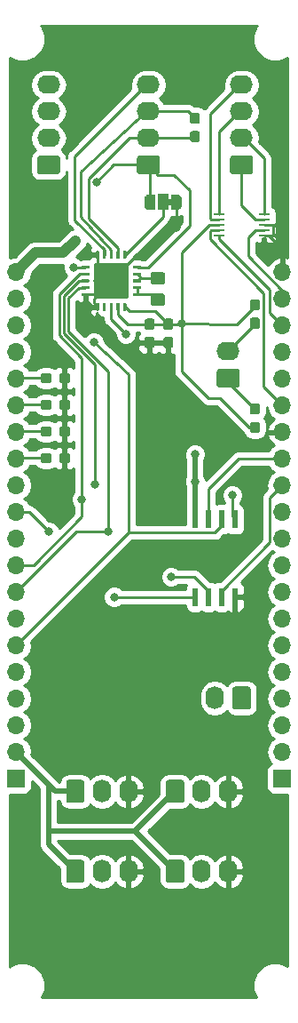
<source format=gbr>
G04 #@! TF.GenerationSoftware,KiCad,Pcbnew,(5.0.1-3-g963ef8bb5)*
G04 #@! TF.CreationDate,2019-03-13T16:51:20+03:00*
G04 #@! TF.ProjectId,sagitta-shield,736167697474612D736869656C642E6B,rev?*
G04 #@! TF.SameCoordinates,Original*
G04 #@! TF.FileFunction,Copper,L1,Top,Signal*
G04 #@! TF.FilePolarity,Positive*
%FSLAX46Y46*%
G04 Gerber Fmt 4.6, Leading zero omitted, Abs format (unit mm)*
G04 Created by KiCad (PCBNEW (5.0.1-3-g963ef8bb5)) date 2019 March 13, Wednesday 16:51:20*
%MOMM*%
%LPD*%
G01*
G04 APERTURE LIST*
G04 #@! TA.AperFunction,Conductor*
%ADD10C,0.100000*%
G04 #@! TD*
G04 #@! TA.AperFunction,SMDPad,CuDef*
%ADD11C,0.950000*%
G04 #@! TD*
G04 #@! TA.AperFunction,ComponentPad*
%ADD12O,2.200000X1.740000*%
G04 #@! TD*
G04 #@! TA.AperFunction,ComponentPad*
%ADD13C,1.740000*%
G04 #@! TD*
G04 #@! TA.AperFunction,ComponentPad*
%ADD14O,1.740000X2.200000*%
G04 #@! TD*
G04 #@! TA.AperFunction,ComponentPad*
%ADD15O,1.700000X1.700000*%
G04 #@! TD*
G04 #@! TA.AperFunction,ComponentPad*
%ADD16R,1.700000X1.700000*%
G04 #@! TD*
G04 #@! TA.AperFunction,SMDPad,CuDef*
%ADD17C,0.500000*%
G04 #@! TD*
G04 #@! TA.AperFunction,SMDPad,CuDef*
%ADD18R,1.000000X1.500000*%
G04 #@! TD*
G04 #@! TA.AperFunction,SMDPad,CuDef*
%ADD19C,1.150000*%
G04 #@! TD*
G04 #@! TA.AperFunction,SMDPad,CuDef*
%ADD20R,1.100000X0.250000*%
G04 #@! TD*
G04 #@! TA.AperFunction,SMDPad,CuDef*
%ADD21R,0.550000X1.750000*%
G04 #@! TD*
G04 #@! TA.AperFunction,SMDPad,CuDef*
%ADD22C,3.350000*%
G04 #@! TD*
G04 #@! TA.AperFunction,ViaPad*
%ADD23C,0.500000*%
G04 #@! TD*
G04 #@! TA.AperFunction,SMDPad,CuDef*
%ADD24C,0.300000*%
G04 #@! TD*
G04 #@! TA.AperFunction,ViaPad*
%ADD25C,0.800000*%
G04 #@! TD*
G04 #@! TA.AperFunction,Conductor*
%ADD26C,0.250000*%
G04 #@! TD*
G04 #@! TA.AperFunction,Conductor*
%ADD27C,1.000000*%
G04 #@! TD*
G04 #@! TA.AperFunction,Conductor*
%ADD28C,0.500000*%
G04 #@! TD*
G04 #@! TA.AperFunction,Conductor*
%ADD29C,0.254000*%
G04 #@! TD*
G04 APERTURE END LIST*
D10*
G04 #@! TO.N,GND*
G04 #@! TO.C,C1*
G36*
X156446243Y-64403058D02*
X156469298Y-64406477D01*
X156491907Y-64412141D01*
X156513851Y-64419993D01*
X156534921Y-64429958D01*
X156554912Y-64441940D01*
X156573632Y-64455824D01*
X156590902Y-64471476D01*
X156606554Y-64488746D01*
X156620438Y-64507466D01*
X156632420Y-64527457D01*
X156642385Y-64548527D01*
X156650237Y-64570471D01*
X156655901Y-64593080D01*
X156659320Y-64616135D01*
X156660464Y-64639414D01*
X156660464Y-65214414D01*
X156659320Y-65237693D01*
X156655901Y-65260748D01*
X156650237Y-65283357D01*
X156642385Y-65305301D01*
X156632420Y-65326371D01*
X156620438Y-65346362D01*
X156606554Y-65365082D01*
X156590902Y-65382352D01*
X156573632Y-65398004D01*
X156554912Y-65411888D01*
X156534921Y-65423870D01*
X156513851Y-65433835D01*
X156491907Y-65441687D01*
X156469298Y-65447351D01*
X156446243Y-65450770D01*
X156422964Y-65451914D01*
X155947964Y-65451914D01*
X155924685Y-65450770D01*
X155901630Y-65447351D01*
X155879021Y-65441687D01*
X155857077Y-65433835D01*
X155836007Y-65423870D01*
X155816016Y-65411888D01*
X155797296Y-65398004D01*
X155780026Y-65382352D01*
X155764374Y-65365082D01*
X155750490Y-65346362D01*
X155738508Y-65326371D01*
X155728543Y-65305301D01*
X155720691Y-65283357D01*
X155715027Y-65260748D01*
X155711608Y-65237693D01*
X155710464Y-65214414D01*
X155710464Y-64639414D01*
X155711608Y-64616135D01*
X155715027Y-64593080D01*
X155720691Y-64570471D01*
X155728543Y-64548527D01*
X155738508Y-64527457D01*
X155750490Y-64507466D01*
X155764374Y-64488746D01*
X155780026Y-64471476D01*
X155797296Y-64455824D01*
X155816016Y-64441940D01*
X155836007Y-64429958D01*
X155857077Y-64419993D01*
X155879021Y-64412141D01*
X155901630Y-64406477D01*
X155924685Y-64403058D01*
X155947964Y-64401914D01*
X156422964Y-64401914D01*
X156446243Y-64403058D01*
X156446243Y-64403058D01*
G37*
D11*
G04 #@! TD*
G04 #@! TO.P,C1,1*
G04 #@! TO.N,GND*
X156185464Y-64926914D03*
D10*
G04 #@! TO.N,+3V3*
G04 #@! TO.C,C1*
G36*
X156446243Y-62653058D02*
X156469298Y-62656477D01*
X156491907Y-62662141D01*
X156513851Y-62669993D01*
X156534921Y-62679958D01*
X156554912Y-62691940D01*
X156573632Y-62705824D01*
X156590902Y-62721476D01*
X156606554Y-62738746D01*
X156620438Y-62757466D01*
X156632420Y-62777457D01*
X156642385Y-62798527D01*
X156650237Y-62820471D01*
X156655901Y-62843080D01*
X156659320Y-62866135D01*
X156660464Y-62889414D01*
X156660464Y-63464414D01*
X156659320Y-63487693D01*
X156655901Y-63510748D01*
X156650237Y-63533357D01*
X156642385Y-63555301D01*
X156632420Y-63576371D01*
X156620438Y-63596362D01*
X156606554Y-63615082D01*
X156590902Y-63632352D01*
X156573632Y-63648004D01*
X156554912Y-63661888D01*
X156534921Y-63673870D01*
X156513851Y-63683835D01*
X156491907Y-63691687D01*
X156469298Y-63697351D01*
X156446243Y-63700770D01*
X156422964Y-63701914D01*
X155947964Y-63701914D01*
X155924685Y-63700770D01*
X155901630Y-63697351D01*
X155879021Y-63691687D01*
X155857077Y-63683835D01*
X155836007Y-63673870D01*
X155816016Y-63661888D01*
X155797296Y-63648004D01*
X155780026Y-63632352D01*
X155764374Y-63615082D01*
X155750490Y-63596362D01*
X155738508Y-63576371D01*
X155728543Y-63555301D01*
X155720691Y-63533357D01*
X155715027Y-63510748D01*
X155711608Y-63487693D01*
X155710464Y-63464414D01*
X155710464Y-62889414D01*
X155711608Y-62866135D01*
X155715027Y-62843080D01*
X155720691Y-62820471D01*
X155728543Y-62798527D01*
X155738508Y-62777457D01*
X155750490Y-62757466D01*
X155764374Y-62738746D01*
X155780026Y-62721476D01*
X155797296Y-62705824D01*
X155816016Y-62691940D01*
X155836007Y-62679958D01*
X155857077Y-62669993D01*
X155879021Y-62662141D01*
X155901630Y-62656477D01*
X155924685Y-62653058D01*
X155947964Y-62651914D01*
X156422964Y-62651914D01*
X156446243Y-62653058D01*
X156446243Y-62653058D01*
G37*
D11*
G04 #@! TD*
G04 #@! TO.P,C1,2*
G04 #@! TO.N,+3V3*
X156185464Y-63176914D03*
D10*
G04 #@! TO.N,+3V3*
G04 #@! TO.C,C2*
G36*
X158229845Y-62653058D02*
X158252900Y-62656477D01*
X158275509Y-62662141D01*
X158297453Y-62669993D01*
X158318523Y-62679958D01*
X158338514Y-62691940D01*
X158357234Y-62705824D01*
X158374504Y-62721476D01*
X158390156Y-62738746D01*
X158404040Y-62757466D01*
X158416022Y-62777457D01*
X158425987Y-62798527D01*
X158433839Y-62820471D01*
X158439503Y-62843080D01*
X158442922Y-62866135D01*
X158444066Y-62889414D01*
X158444066Y-63464414D01*
X158442922Y-63487693D01*
X158439503Y-63510748D01*
X158433839Y-63533357D01*
X158425987Y-63555301D01*
X158416022Y-63576371D01*
X158404040Y-63596362D01*
X158390156Y-63615082D01*
X158374504Y-63632352D01*
X158357234Y-63648004D01*
X158338514Y-63661888D01*
X158318523Y-63673870D01*
X158297453Y-63683835D01*
X158275509Y-63691687D01*
X158252900Y-63697351D01*
X158229845Y-63700770D01*
X158206566Y-63701914D01*
X157731566Y-63701914D01*
X157708287Y-63700770D01*
X157685232Y-63697351D01*
X157662623Y-63691687D01*
X157640679Y-63683835D01*
X157619609Y-63673870D01*
X157599618Y-63661888D01*
X157580898Y-63648004D01*
X157563628Y-63632352D01*
X157547976Y-63615082D01*
X157534092Y-63596362D01*
X157522110Y-63576371D01*
X157512145Y-63555301D01*
X157504293Y-63533357D01*
X157498629Y-63510748D01*
X157495210Y-63487693D01*
X157494066Y-63464414D01*
X157494066Y-62889414D01*
X157495210Y-62866135D01*
X157498629Y-62843080D01*
X157504293Y-62820471D01*
X157512145Y-62798527D01*
X157522110Y-62777457D01*
X157534092Y-62757466D01*
X157547976Y-62738746D01*
X157563628Y-62721476D01*
X157580898Y-62705824D01*
X157599618Y-62691940D01*
X157619609Y-62679958D01*
X157640679Y-62669993D01*
X157662623Y-62662141D01*
X157685232Y-62656477D01*
X157708287Y-62653058D01*
X157731566Y-62651914D01*
X158206566Y-62651914D01*
X158229845Y-62653058D01*
X158229845Y-62653058D01*
G37*
D11*
G04 #@! TD*
G04 #@! TO.P,C2,2*
G04 #@! TO.N,+3V3*
X157969066Y-63176914D03*
D10*
G04 #@! TO.N,GND*
G04 #@! TO.C,C2*
G36*
X158229845Y-64403058D02*
X158252900Y-64406477D01*
X158275509Y-64412141D01*
X158297453Y-64419993D01*
X158318523Y-64429958D01*
X158338514Y-64441940D01*
X158357234Y-64455824D01*
X158374504Y-64471476D01*
X158390156Y-64488746D01*
X158404040Y-64507466D01*
X158416022Y-64527457D01*
X158425987Y-64548527D01*
X158433839Y-64570471D01*
X158439503Y-64593080D01*
X158442922Y-64616135D01*
X158444066Y-64639414D01*
X158444066Y-65214414D01*
X158442922Y-65237693D01*
X158439503Y-65260748D01*
X158433839Y-65283357D01*
X158425987Y-65305301D01*
X158416022Y-65326371D01*
X158404040Y-65346362D01*
X158390156Y-65365082D01*
X158374504Y-65382352D01*
X158357234Y-65398004D01*
X158338514Y-65411888D01*
X158318523Y-65423870D01*
X158297453Y-65433835D01*
X158275509Y-65441687D01*
X158252900Y-65447351D01*
X158229845Y-65450770D01*
X158206566Y-65451914D01*
X157731566Y-65451914D01*
X157708287Y-65450770D01*
X157685232Y-65447351D01*
X157662623Y-65441687D01*
X157640679Y-65433835D01*
X157619609Y-65423870D01*
X157599618Y-65411888D01*
X157580898Y-65398004D01*
X157563628Y-65382352D01*
X157547976Y-65365082D01*
X157534092Y-65346362D01*
X157522110Y-65326371D01*
X157512145Y-65305301D01*
X157504293Y-65283357D01*
X157498629Y-65260748D01*
X157495210Y-65237693D01*
X157494066Y-65214414D01*
X157494066Y-64639414D01*
X157495210Y-64616135D01*
X157498629Y-64593080D01*
X157504293Y-64570471D01*
X157512145Y-64548527D01*
X157522110Y-64527457D01*
X157534092Y-64507466D01*
X157547976Y-64488746D01*
X157563628Y-64471476D01*
X157580898Y-64455824D01*
X157599618Y-64441940D01*
X157619609Y-64429958D01*
X157640679Y-64419993D01*
X157662623Y-64412141D01*
X157685232Y-64406477D01*
X157708287Y-64403058D01*
X157731566Y-64401914D01*
X158206566Y-64401914D01*
X158229845Y-64403058D01*
X158229845Y-64403058D01*
G37*
D11*
G04 #@! TD*
G04 #@! TO.P,C2,1*
G04 #@! TO.N,GND*
X157969066Y-64926914D03*
D10*
G04 #@! TO.N,Net-(C3-Pad1)*
G04 #@! TO.C,C3*
G36*
X160788779Y-44787144D02*
X160811834Y-44790563D01*
X160834443Y-44796227D01*
X160856387Y-44804079D01*
X160877457Y-44814044D01*
X160897448Y-44826026D01*
X160916168Y-44839910D01*
X160933438Y-44855562D01*
X160949090Y-44872832D01*
X160962974Y-44891552D01*
X160974956Y-44911543D01*
X160984921Y-44932613D01*
X160992773Y-44954557D01*
X160998437Y-44977166D01*
X161001856Y-45000221D01*
X161003000Y-45023500D01*
X161003000Y-45598500D01*
X161001856Y-45621779D01*
X160998437Y-45644834D01*
X160992773Y-45667443D01*
X160984921Y-45689387D01*
X160974956Y-45710457D01*
X160962974Y-45730448D01*
X160949090Y-45749168D01*
X160933438Y-45766438D01*
X160916168Y-45782090D01*
X160897448Y-45795974D01*
X160877457Y-45807956D01*
X160856387Y-45817921D01*
X160834443Y-45825773D01*
X160811834Y-45831437D01*
X160788779Y-45834856D01*
X160765500Y-45836000D01*
X160290500Y-45836000D01*
X160267221Y-45834856D01*
X160244166Y-45831437D01*
X160221557Y-45825773D01*
X160199613Y-45817921D01*
X160178543Y-45807956D01*
X160158552Y-45795974D01*
X160139832Y-45782090D01*
X160122562Y-45766438D01*
X160106910Y-45749168D01*
X160093026Y-45730448D01*
X160081044Y-45710457D01*
X160071079Y-45689387D01*
X160063227Y-45667443D01*
X160057563Y-45644834D01*
X160054144Y-45621779D01*
X160053000Y-45598500D01*
X160053000Y-45023500D01*
X160054144Y-45000221D01*
X160057563Y-44977166D01*
X160063227Y-44954557D01*
X160071079Y-44932613D01*
X160081044Y-44911543D01*
X160093026Y-44891552D01*
X160106910Y-44872832D01*
X160122562Y-44855562D01*
X160139832Y-44839910D01*
X160158552Y-44826026D01*
X160178543Y-44814044D01*
X160199613Y-44804079D01*
X160221557Y-44796227D01*
X160244166Y-44790563D01*
X160267221Y-44787144D01*
X160290500Y-44786000D01*
X160765500Y-44786000D01*
X160788779Y-44787144D01*
X160788779Y-44787144D01*
G37*
D11*
G04 #@! TD*
G04 #@! TO.P,C3,1*
G04 #@! TO.N,Net-(C3-Pad1)*
X160528000Y-45311000D03*
D10*
G04 #@! TO.N,Net-(C3-Pad2)*
G04 #@! TO.C,C3*
G36*
X160788779Y-43037144D02*
X160811834Y-43040563D01*
X160834443Y-43046227D01*
X160856387Y-43054079D01*
X160877457Y-43064044D01*
X160897448Y-43076026D01*
X160916168Y-43089910D01*
X160933438Y-43105562D01*
X160949090Y-43122832D01*
X160962974Y-43141552D01*
X160974956Y-43161543D01*
X160984921Y-43182613D01*
X160992773Y-43204557D01*
X160998437Y-43227166D01*
X161001856Y-43250221D01*
X161003000Y-43273500D01*
X161003000Y-43848500D01*
X161001856Y-43871779D01*
X160998437Y-43894834D01*
X160992773Y-43917443D01*
X160984921Y-43939387D01*
X160974956Y-43960457D01*
X160962974Y-43980448D01*
X160949090Y-43999168D01*
X160933438Y-44016438D01*
X160916168Y-44032090D01*
X160897448Y-44045974D01*
X160877457Y-44057956D01*
X160856387Y-44067921D01*
X160834443Y-44075773D01*
X160811834Y-44081437D01*
X160788779Y-44084856D01*
X160765500Y-44086000D01*
X160290500Y-44086000D01*
X160267221Y-44084856D01*
X160244166Y-44081437D01*
X160221557Y-44075773D01*
X160199613Y-44067921D01*
X160178543Y-44057956D01*
X160158552Y-44045974D01*
X160139832Y-44032090D01*
X160122562Y-44016438D01*
X160106910Y-43999168D01*
X160093026Y-43980448D01*
X160081044Y-43960457D01*
X160071079Y-43939387D01*
X160063227Y-43917443D01*
X160057563Y-43894834D01*
X160054144Y-43871779D01*
X160053000Y-43848500D01*
X160053000Y-43273500D01*
X160054144Y-43250221D01*
X160057563Y-43227166D01*
X160063227Y-43204557D01*
X160071079Y-43182613D01*
X160081044Y-43161543D01*
X160093026Y-43141552D01*
X160106910Y-43122832D01*
X160122562Y-43105562D01*
X160139832Y-43089910D01*
X160158552Y-43076026D01*
X160178543Y-43064044D01*
X160199613Y-43054079D01*
X160221557Y-43046227D01*
X160244166Y-43040563D01*
X160267221Y-43037144D01*
X160290500Y-43036000D01*
X160765500Y-43036000D01*
X160788779Y-43037144D01*
X160788779Y-43037144D01*
G37*
D11*
G04 #@! TD*
G04 #@! TO.P,C3,2*
G04 #@! TO.N,Net-(C3-Pad2)*
X160528000Y-43561000D03*
D10*
G04 #@! TO.N,GND*
G04 #@! TO.C,C4*
G36*
X148378779Y-70392144D02*
X148401834Y-70395563D01*
X148424443Y-70401227D01*
X148446387Y-70409079D01*
X148467457Y-70419044D01*
X148487448Y-70431026D01*
X148506168Y-70444910D01*
X148523438Y-70460562D01*
X148539090Y-70477832D01*
X148552974Y-70496552D01*
X148564956Y-70516543D01*
X148574921Y-70537613D01*
X148582773Y-70559557D01*
X148588437Y-70582166D01*
X148591856Y-70605221D01*
X148593000Y-70628500D01*
X148593000Y-71103500D01*
X148591856Y-71126779D01*
X148588437Y-71149834D01*
X148582773Y-71172443D01*
X148574921Y-71194387D01*
X148564956Y-71215457D01*
X148552974Y-71235448D01*
X148539090Y-71254168D01*
X148523438Y-71271438D01*
X148506168Y-71287090D01*
X148487448Y-71300974D01*
X148467457Y-71312956D01*
X148446387Y-71322921D01*
X148424443Y-71330773D01*
X148401834Y-71336437D01*
X148378779Y-71339856D01*
X148355500Y-71341000D01*
X147780500Y-71341000D01*
X147757221Y-71339856D01*
X147734166Y-71336437D01*
X147711557Y-71330773D01*
X147689613Y-71322921D01*
X147668543Y-71312956D01*
X147648552Y-71300974D01*
X147629832Y-71287090D01*
X147612562Y-71271438D01*
X147596910Y-71254168D01*
X147583026Y-71235448D01*
X147571044Y-71215457D01*
X147561079Y-71194387D01*
X147553227Y-71172443D01*
X147547563Y-71149834D01*
X147544144Y-71126779D01*
X147543000Y-71103500D01*
X147543000Y-70628500D01*
X147544144Y-70605221D01*
X147547563Y-70582166D01*
X147553227Y-70559557D01*
X147561079Y-70537613D01*
X147571044Y-70516543D01*
X147583026Y-70496552D01*
X147596910Y-70477832D01*
X147612562Y-70460562D01*
X147629832Y-70444910D01*
X147648552Y-70431026D01*
X147668543Y-70419044D01*
X147689613Y-70409079D01*
X147711557Y-70401227D01*
X147734166Y-70395563D01*
X147757221Y-70392144D01*
X147780500Y-70391000D01*
X148355500Y-70391000D01*
X148378779Y-70392144D01*
X148378779Y-70392144D01*
G37*
D11*
G04 #@! TD*
G04 #@! TO.P,C4,1*
G04 #@! TO.N,GND*
X148068000Y-70866000D03*
D10*
G04 #@! TO.N,Net-(C4-Pad2)*
G04 #@! TO.C,C4*
G36*
X146628779Y-70392144D02*
X146651834Y-70395563D01*
X146674443Y-70401227D01*
X146696387Y-70409079D01*
X146717457Y-70419044D01*
X146737448Y-70431026D01*
X146756168Y-70444910D01*
X146773438Y-70460562D01*
X146789090Y-70477832D01*
X146802974Y-70496552D01*
X146814956Y-70516543D01*
X146824921Y-70537613D01*
X146832773Y-70559557D01*
X146838437Y-70582166D01*
X146841856Y-70605221D01*
X146843000Y-70628500D01*
X146843000Y-71103500D01*
X146841856Y-71126779D01*
X146838437Y-71149834D01*
X146832773Y-71172443D01*
X146824921Y-71194387D01*
X146814956Y-71215457D01*
X146802974Y-71235448D01*
X146789090Y-71254168D01*
X146773438Y-71271438D01*
X146756168Y-71287090D01*
X146737448Y-71300974D01*
X146717457Y-71312956D01*
X146696387Y-71322921D01*
X146674443Y-71330773D01*
X146651834Y-71336437D01*
X146628779Y-71339856D01*
X146605500Y-71341000D01*
X146030500Y-71341000D01*
X146007221Y-71339856D01*
X145984166Y-71336437D01*
X145961557Y-71330773D01*
X145939613Y-71322921D01*
X145918543Y-71312956D01*
X145898552Y-71300974D01*
X145879832Y-71287090D01*
X145862562Y-71271438D01*
X145846910Y-71254168D01*
X145833026Y-71235448D01*
X145821044Y-71215457D01*
X145811079Y-71194387D01*
X145803227Y-71172443D01*
X145797563Y-71149834D01*
X145794144Y-71126779D01*
X145793000Y-71103500D01*
X145793000Y-70628500D01*
X145794144Y-70605221D01*
X145797563Y-70582166D01*
X145803227Y-70559557D01*
X145811079Y-70537613D01*
X145821044Y-70516543D01*
X145833026Y-70496552D01*
X145846910Y-70477832D01*
X145862562Y-70460562D01*
X145879832Y-70444910D01*
X145898552Y-70431026D01*
X145918543Y-70419044D01*
X145939613Y-70409079D01*
X145961557Y-70401227D01*
X145984166Y-70395563D01*
X146007221Y-70392144D01*
X146030500Y-70391000D01*
X146605500Y-70391000D01*
X146628779Y-70392144D01*
X146628779Y-70392144D01*
G37*
D11*
G04 #@! TD*
G04 #@! TO.P,C4,2*
G04 #@! TO.N,Net-(C4-Pad2)*
X146318000Y-70866000D03*
D10*
G04 #@! TO.N,Net-(C5-Pad2)*
G04 #@! TO.C,C5*
G36*
X146628779Y-67852144D02*
X146651834Y-67855563D01*
X146674443Y-67861227D01*
X146696387Y-67869079D01*
X146717457Y-67879044D01*
X146737448Y-67891026D01*
X146756168Y-67904910D01*
X146773438Y-67920562D01*
X146789090Y-67937832D01*
X146802974Y-67956552D01*
X146814956Y-67976543D01*
X146824921Y-67997613D01*
X146832773Y-68019557D01*
X146838437Y-68042166D01*
X146841856Y-68065221D01*
X146843000Y-68088500D01*
X146843000Y-68563500D01*
X146841856Y-68586779D01*
X146838437Y-68609834D01*
X146832773Y-68632443D01*
X146824921Y-68654387D01*
X146814956Y-68675457D01*
X146802974Y-68695448D01*
X146789090Y-68714168D01*
X146773438Y-68731438D01*
X146756168Y-68747090D01*
X146737448Y-68760974D01*
X146717457Y-68772956D01*
X146696387Y-68782921D01*
X146674443Y-68790773D01*
X146651834Y-68796437D01*
X146628779Y-68799856D01*
X146605500Y-68801000D01*
X146030500Y-68801000D01*
X146007221Y-68799856D01*
X145984166Y-68796437D01*
X145961557Y-68790773D01*
X145939613Y-68782921D01*
X145918543Y-68772956D01*
X145898552Y-68760974D01*
X145879832Y-68747090D01*
X145862562Y-68731438D01*
X145846910Y-68714168D01*
X145833026Y-68695448D01*
X145821044Y-68675457D01*
X145811079Y-68654387D01*
X145803227Y-68632443D01*
X145797563Y-68609834D01*
X145794144Y-68586779D01*
X145793000Y-68563500D01*
X145793000Y-68088500D01*
X145794144Y-68065221D01*
X145797563Y-68042166D01*
X145803227Y-68019557D01*
X145811079Y-67997613D01*
X145821044Y-67976543D01*
X145833026Y-67956552D01*
X145846910Y-67937832D01*
X145862562Y-67920562D01*
X145879832Y-67904910D01*
X145898552Y-67891026D01*
X145918543Y-67879044D01*
X145939613Y-67869079D01*
X145961557Y-67861227D01*
X145984166Y-67855563D01*
X146007221Y-67852144D01*
X146030500Y-67851000D01*
X146605500Y-67851000D01*
X146628779Y-67852144D01*
X146628779Y-67852144D01*
G37*
D11*
G04 #@! TD*
G04 #@! TO.P,C5,2*
G04 #@! TO.N,Net-(C5-Pad2)*
X146318000Y-68326000D03*
D10*
G04 #@! TO.N,GND*
G04 #@! TO.C,C5*
G36*
X148378779Y-67852144D02*
X148401834Y-67855563D01*
X148424443Y-67861227D01*
X148446387Y-67869079D01*
X148467457Y-67879044D01*
X148487448Y-67891026D01*
X148506168Y-67904910D01*
X148523438Y-67920562D01*
X148539090Y-67937832D01*
X148552974Y-67956552D01*
X148564956Y-67976543D01*
X148574921Y-67997613D01*
X148582773Y-68019557D01*
X148588437Y-68042166D01*
X148591856Y-68065221D01*
X148593000Y-68088500D01*
X148593000Y-68563500D01*
X148591856Y-68586779D01*
X148588437Y-68609834D01*
X148582773Y-68632443D01*
X148574921Y-68654387D01*
X148564956Y-68675457D01*
X148552974Y-68695448D01*
X148539090Y-68714168D01*
X148523438Y-68731438D01*
X148506168Y-68747090D01*
X148487448Y-68760974D01*
X148467457Y-68772956D01*
X148446387Y-68782921D01*
X148424443Y-68790773D01*
X148401834Y-68796437D01*
X148378779Y-68799856D01*
X148355500Y-68801000D01*
X147780500Y-68801000D01*
X147757221Y-68799856D01*
X147734166Y-68796437D01*
X147711557Y-68790773D01*
X147689613Y-68782921D01*
X147668543Y-68772956D01*
X147648552Y-68760974D01*
X147629832Y-68747090D01*
X147612562Y-68731438D01*
X147596910Y-68714168D01*
X147583026Y-68695448D01*
X147571044Y-68675457D01*
X147561079Y-68654387D01*
X147553227Y-68632443D01*
X147547563Y-68609834D01*
X147544144Y-68586779D01*
X147543000Y-68563500D01*
X147543000Y-68088500D01*
X147544144Y-68065221D01*
X147547563Y-68042166D01*
X147553227Y-68019557D01*
X147561079Y-67997613D01*
X147571044Y-67976543D01*
X147583026Y-67956552D01*
X147596910Y-67937832D01*
X147612562Y-67920562D01*
X147629832Y-67904910D01*
X147648552Y-67891026D01*
X147668543Y-67879044D01*
X147689613Y-67869079D01*
X147711557Y-67861227D01*
X147734166Y-67855563D01*
X147757221Y-67852144D01*
X147780500Y-67851000D01*
X148355500Y-67851000D01*
X148378779Y-67852144D01*
X148378779Y-67852144D01*
G37*
D11*
G04 #@! TD*
G04 #@! TO.P,C5,1*
G04 #@! TO.N,GND*
X148068000Y-68326000D03*
D10*
G04 #@! TO.N,GND*
G04 #@! TO.C,C6*
G36*
X148378779Y-75472144D02*
X148401834Y-75475563D01*
X148424443Y-75481227D01*
X148446387Y-75489079D01*
X148467457Y-75499044D01*
X148487448Y-75511026D01*
X148506168Y-75524910D01*
X148523438Y-75540562D01*
X148539090Y-75557832D01*
X148552974Y-75576552D01*
X148564956Y-75596543D01*
X148574921Y-75617613D01*
X148582773Y-75639557D01*
X148588437Y-75662166D01*
X148591856Y-75685221D01*
X148593000Y-75708500D01*
X148593000Y-76183500D01*
X148591856Y-76206779D01*
X148588437Y-76229834D01*
X148582773Y-76252443D01*
X148574921Y-76274387D01*
X148564956Y-76295457D01*
X148552974Y-76315448D01*
X148539090Y-76334168D01*
X148523438Y-76351438D01*
X148506168Y-76367090D01*
X148487448Y-76380974D01*
X148467457Y-76392956D01*
X148446387Y-76402921D01*
X148424443Y-76410773D01*
X148401834Y-76416437D01*
X148378779Y-76419856D01*
X148355500Y-76421000D01*
X147780500Y-76421000D01*
X147757221Y-76419856D01*
X147734166Y-76416437D01*
X147711557Y-76410773D01*
X147689613Y-76402921D01*
X147668543Y-76392956D01*
X147648552Y-76380974D01*
X147629832Y-76367090D01*
X147612562Y-76351438D01*
X147596910Y-76334168D01*
X147583026Y-76315448D01*
X147571044Y-76295457D01*
X147561079Y-76274387D01*
X147553227Y-76252443D01*
X147547563Y-76229834D01*
X147544144Y-76206779D01*
X147543000Y-76183500D01*
X147543000Y-75708500D01*
X147544144Y-75685221D01*
X147547563Y-75662166D01*
X147553227Y-75639557D01*
X147561079Y-75617613D01*
X147571044Y-75596543D01*
X147583026Y-75576552D01*
X147596910Y-75557832D01*
X147612562Y-75540562D01*
X147629832Y-75524910D01*
X147648552Y-75511026D01*
X147668543Y-75499044D01*
X147689613Y-75489079D01*
X147711557Y-75481227D01*
X147734166Y-75475563D01*
X147757221Y-75472144D01*
X147780500Y-75471000D01*
X148355500Y-75471000D01*
X148378779Y-75472144D01*
X148378779Y-75472144D01*
G37*
D11*
G04 #@! TD*
G04 #@! TO.P,C6,1*
G04 #@! TO.N,GND*
X148068000Y-75946000D03*
D10*
G04 #@! TO.N,Net-(C6-Pad2)*
G04 #@! TO.C,C6*
G36*
X146628779Y-75472144D02*
X146651834Y-75475563D01*
X146674443Y-75481227D01*
X146696387Y-75489079D01*
X146717457Y-75499044D01*
X146737448Y-75511026D01*
X146756168Y-75524910D01*
X146773438Y-75540562D01*
X146789090Y-75557832D01*
X146802974Y-75576552D01*
X146814956Y-75596543D01*
X146824921Y-75617613D01*
X146832773Y-75639557D01*
X146838437Y-75662166D01*
X146841856Y-75685221D01*
X146843000Y-75708500D01*
X146843000Y-76183500D01*
X146841856Y-76206779D01*
X146838437Y-76229834D01*
X146832773Y-76252443D01*
X146824921Y-76274387D01*
X146814956Y-76295457D01*
X146802974Y-76315448D01*
X146789090Y-76334168D01*
X146773438Y-76351438D01*
X146756168Y-76367090D01*
X146737448Y-76380974D01*
X146717457Y-76392956D01*
X146696387Y-76402921D01*
X146674443Y-76410773D01*
X146651834Y-76416437D01*
X146628779Y-76419856D01*
X146605500Y-76421000D01*
X146030500Y-76421000D01*
X146007221Y-76419856D01*
X145984166Y-76416437D01*
X145961557Y-76410773D01*
X145939613Y-76402921D01*
X145918543Y-76392956D01*
X145898552Y-76380974D01*
X145879832Y-76367090D01*
X145862562Y-76351438D01*
X145846910Y-76334168D01*
X145833026Y-76315448D01*
X145821044Y-76295457D01*
X145811079Y-76274387D01*
X145803227Y-76252443D01*
X145797563Y-76229834D01*
X145794144Y-76206779D01*
X145793000Y-76183500D01*
X145793000Y-75708500D01*
X145794144Y-75685221D01*
X145797563Y-75662166D01*
X145803227Y-75639557D01*
X145811079Y-75617613D01*
X145821044Y-75596543D01*
X145833026Y-75576552D01*
X145846910Y-75557832D01*
X145862562Y-75540562D01*
X145879832Y-75524910D01*
X145898552Y-75511026D01*
X145918543Y-75499044D01*
X145939613Y-75489079D01*
X145961557Y-75481227D01*
X145984166Y-75475563D01*
X146007221Y-75472144D01*
X146030500Y-75471000D01*
X146605500Y-75471000D01*
X146628779Y-75472144D01*
X146628779Y-75472144D01*
G37*
D11*
G04 #@! TD*
G04 #@! TO.P,C6,2*
G04 #@! TO.N,Net-(C6-Pad2)*
X146318000Y-75946000D03*
D10*
G04 #@! TO.N,Net-(C7-Pad2)*
G04 #@! TO.C,C7*
G36*
X146628779Y-72932144D02*
X146651834Y-72935563D01*
X146674443Y-72941227D01*
X146696387Y-72949079D01*
X146717457Y-72959044D01*
X146737448Y-72971026D01*
X146756168Y-72984910D01*
X146773438Y-73000562D01*
X146789090Y-73017832D01*
X146802974Y-73036552D01*
X146814956Y-73056543D01*
X146824921Y-73077613D01*
X146832773Y-73099557D01*
X146838437Y-73122166D01*
X146841856Y-73145221D01*
X146843000Y-73168500D01*
X146843000Y-73643500D01*
X146841856Y-73666779D01*
X146838437Y-73689834D01*
X146832773Y-73712443D01*
X146824921Y-73734387D01*
X146814956Y-73755457D01*
X146802974Y-73775448D01*
X146789090Y-73794168D01*
X146773438Y-73811438D01*
X146756168Y-73827090D01*
X146737448Y-73840974D01*
X146717457Y-73852956D01*
X146696387Y-73862921D01*
X146674443Y-73870773D01*
X146651834Y-73876437D01*
X146628779Y-73879856D01*
X146605500Y-73881000D01*
X146030500Y-73881000D01*
X146007221Y-73879856D01*
X145984166Y-73876437D01*
X145961557Y-73870773D01*
X145939613Y-73862921D01*
X145918543Y-73852956D01*
X145898552Y-73840974D01*
X145879832Y-73827090D01*
X145862562Y-73811438D01*
X145846910Y-73794168D01*
X145833026Y-73775448D01*
X145821044Y-73755457D01*
X145811079Y-73734387D01*
X145803227Y-73712443D01*
X145797563Y-73689834D01*
X145794144Y-73666779D01*
X145793000Y-73643500D01*
X145793000Y-73168500D01*
X145794144Y-73145221D01*
X145797563Y-73122166D01*
X145803227Y-73099557D01*
X145811079Y-73077613D01*
X145821044Y-73056543D01*
X145833026Y-73036552D01*
X145846910Y-73017832D01*
X145862562Y-73000562D01*
X145879832Y-72984910D01*
X145898552Y-72971026D01*
X145918543Y-72959044D01*
X145939613Y-72949079D01*
X145961557Y-72941227D01*
X145984166Y-72935563D01*
X146007221Y-72932144D01*
X146030500Y-72931000D01*
X146605500Y-72931000D01*
X146628779Y-72932144D01*
X146628779Y-72932144D01*
G37*
D11*
G04 #@! TD*
G04 #@! TO.P,C7,2*
G04 #@! TO.N,Net-(C7-Pad2)*
X146318000Y-73406000D03*
D10*
G04 #@! TO.N,GND*
G04 #@! TO.C,C7*
G36*
X148378779Y-72932144D02*
X148401834Y-72935563D01*
X148424443Y-72941227D01*
X148446387Y-72949079D01*
X148467457Y-72959044D01*
X148487448Y-72971026D01*
X148506168Y-72984910D01*
X148523438Y-73000562D01*
X148539090Y-73017832D01*
X148552974Y-73036552D01*
X148564956Y-73056543D01*
X148574921Y-73077613D01*
X148582773Y-73099557D01*
X148588437Y-73122166D01*
X148591856Y-73145221D01*
X148593000Y-73168500D01*
X148593000Y-73643500D01*
X148591856Y-73666779D01*
X148588437Y-73689834D01*
X148582773Y-73712443D01*
X148574921Y-73734387D01*
X148564956Y-73755457D01*
X148552974Y-73775448D01*
X148539090Y-73794168D01*
X148523438Y-73811438D01*
X148506168Y-73827090D01*
X148487448Y-73840974D01*
X148467457Y-73852956D01*
X148446387Y-73862921D01*
X148424443Y-73870773D01*
X148401834Y-73876437D01*
X148378779Y-73879856D01*
X148355500Y-73881000D01*
X147780500Y-73881000D01*
X147757221Y-73879856D01*
X147734166Y-73876437D01*
X147711557Y-73870773D01*
X147689613Y-73862921D01*
X147668543Y-73852956D01*
X147648552Y-73840974D01*
X147629832Y-73827090D01*
X147612562Y-73811438D01*
X147596910Y-73794168D01*
X147583026Y-73775448D01*
X147571044Y-73755457D01*
X147561079Y-73734387D01*
X147553227Y-73712443D01*
X147547563Y-73689834D01*
X147544144Y-73666779D01*
X147543000Y-73643500D01*
X147543000Y-73168500D01*
X147544144Y-73145221D01*
X147547563Y-73122166D01*
X147553227Y-73099557D01*
X147561079Y-73077613D01*
X147571044Y-73056543D01*
X147583026Y-73036552D01*
X147596910Y-73017832D01*
X147612562Y-73000562D01*
X147629832Y-72984910D01*
X147648552Y-72971026D01*
X147668543Y-72959044D01*
X147689613Y-72949079D01*
X147711557Y-72941227D01*
X147734166Y-72935563D01*
X147757221Y-72932144D01*
X147780500Y-72931000D01*
X148355500Y-72931000D01*
X148378779Y-72932144D01*
X148378779Y-72932144D01*
G37*
D11*
G04 #@! TD*
G04 #@! TO.P,C7,1*
G04 #@! TO.N,GND*
X148068000Y-73406000D03*
D12*
G04 #@! TO.P,J1,4*
G04 #@! TO.N,Net-(J1-Pad4)*
X164973000Y-40386000D03*
G04 #@! TO.P,J1,3*
G04 #@! TO.N,Net-(J1-Pad3)*
X164973000Y-42926000D03*
G04 #@! TO.P,J1,2*
G04 #@! TO.N,Net-(J1-Pad2)*
X164973000Y-45466000D03*
D10*
G04 #@! TD*
G04 #@! TO.N,Net-(J1-Pad1)*
G04 #@! TO.C,J1*
G36*
X165847505Y-47137204D02*
X165871773Y-47140804D01*
X165895572Y-47146765D01*
X165918671Y-47155030D01*
X165940850Y-47165520D01*
X165961893Y-47178132D01*
X165981599Y-47192747D01*
X165999777Y-47209223D01*
X166016253Y-47227401D01*
X166030868Y-47247107D01*
X166043480Y-47268150D01*
X166053970Y-47290329D01*
X166062235Y-47313428D01*
X166068196Y-47337227D01*
X166071796Y-47361495D01*
X166073000Y-47385999D01*
X166073000Y-48626001D01*
X166071796Y-48650505D01*
X166068196Y-48674773D01*
X166062235Y-48698572D01*
X166053970Y-48721671D01*
X166043480Y-48743850D01*
X166030868Y-48764893D01*
X166016253Y-48784599D01*
X165999777Y-48802777D01*
X165981599Y-48819253D01*
X165961893Y-48833868D01*
X165940850Y-48846480D01*
X165918671Y-48856970D01*
X165895572Y-48865235D01*
X165871773Y-48871196D01*
X165847505Y-48874796D01*
X165823001Y-48876000D01*
X164122999Y-48876000D01*
X164098495Y-48874796D01*
X164074227Y-48871196D01*
X164050428Y-48865235D01*
X164027329Y-48856970D01*
X164005150Y-48846480D01*
X163984107Y-48833868D01*
X163964401Y-48819253D01*
X163946223Y-48802777D01*
X163929747Y-48784599D01*
X163915132Y-48764893D01*
X163902520Y-48743850D01*
X163892030Y-48721671D01*
X163883765Y-48698572D01*
X163877804Y-48674773D01*
X163874204Y-48650505D01*
X163873000Y-48626001D01*
X163873000Y-47385999D01*
X163874204Y-47361495D01*
X163877804Y-47337227D01*
X163883765Y-47313428D01*
X163892030Y-47290329D01*
X163902520Y-47268150D01*
X163915132Y-47247107D01*
X163929747Y-47227401D01*
X163946223Y-47209223D01*
X163964401Y-47192747D01*
X163984107Y-47178132D01*
X164005150Y-47165520D01*
X164027329Y-47155030D01*
X164050428Y-47146765D01*
X164074227Y-47140804D01*
X164098495Y-47137204D01*
X164122999Y-47136000D01*
X165823001Y-47136000D01*
X165847505Y-47137204D01*
X165847505Y-47137204D01*
G37*
D13*
G04 #@! TO.P,J1,1*
G04 #@! TO.N,Net-(J1-Pad1)*
X164973000Y-48006000D03*
G04 #@! TD*
D10*
G04 #@! TO.N,Net-(J2-Pad1)*
G04 #@! TO.C,J2*
G36*
X156957505Y-47137204D02*
X156981773Y-47140804D01*
X157005572Y-47146765D01*
X157028671Y-47155030D01*
X157050850Y-47165520D01*
X157071893Y-47178132D01*
X157091599Y-47192747D01*
X157109777Y-47209223D01*
X157126253Y-47227401D01*
X157140868Y-47247107D01*
X157153480Y-47268150D01*
X157163970Y-47290329D01*
X157172235Y-47313428D01*
X157178196Y-47337227D01*
X157181796Y-47361495D01*
X157183000Y-47385999D01*
X157183000Y-48626001D01*
X157181796Y-48650505D01*
X157178196Y-48674773D01*
X157172235Y-48698572D01*
X157163970Y-48721671D01*
X157153480Y-48743850D01*
X157140868Y-48764893D01*
X157126253Y-48784599D01*
X157109777Y-48802777D01*
X157091599Y-48819253D01*
X157071893Y-48833868D01*
X157050850Y-48846480D01*
X157028671Y-48856970D01*
X157005572Y-48865235D01*
X156981773Y-48871196D01*
X156957505Y-48874796D01*
X156933001Y-48876000D01*
X155232999Y-48876000D01*
X155208495Y-48874796D01*
X155184227Y-48871196D01*
X155160428Y-48865235D01*
X155137329Y-48856970D01*
X155115150Y-48846480D01*
X155094107Y-48833868D01*
X155074401Y-48819253D01*
X155056223Y-48802777D01*
X155039747Y-48784599D01*
X155025132Y-48764893D01*
X155012520Y-48743850D01*
X155002030Y-48721671D01*
X154993765Y-48698572D01*
X154987804Y-48674773D01*
X154984204Y-48650505D01*
X154983000Y-48626001D01*
X154983000Y-47385999D01*
X154984204Y-47361495D01*
X154987804Y-47337227D01*
X154993765Y-47313428D01*
X155002030Y-47290329D01*
X155012520Y-47268150D01*
X155025132Y-47247107D01*
X155039747Y-47227401D01*
X155056223Y-47209223D01*
X155074401Y-47192747D01*
X155094107Y-47178132D01*
X155115150Y-47165520D01*
X155137329Y-47155030D01*
X155160428Y-47146765D01*
X155184227Y-47140804D01*
X155208495Y-47137204D01*
X155232999Y-47136000D01*
X156933001Y-47136000D01*
X156957505Y-47137204D01*
X156957505Y-47137204D01*
G37*
D13*
G04 #@! TD*
G04 #@! TO.P,J2,1*
G04 #@! TO.N,Net-(J2-Pad1)*
X156083000Y-48006000D03*
D12*
G04 #@! TO.P,J2,2*
G04 #@! TO.N,Net-(C3-Pad1)*
X156083000Y-45466000D03*
G04 #@! TO.P,J2,3*
G04 #@! TO.N,Net-(C3-Pad2)*
X156083000Y-42926000D03*
G04 #@! TO.P,J2,4*
G04 #@! TO.N,Net-(J2-Pad4)*
X156083000Y-40386000D03*
G04 #@! TD*
D10*
G04 #@! TO.N,Net-(C7-Pad2)*
G04 #@! TO.C,J3*
G36*
X147432505Y-47137204D02*
X147456773Y-47140804D01*
X147480572Y-47146765D01*
X147503671Y-47155030D01*
X147525850Y-47165520D01*
X147546893Y-47178132D01*
X147566599Y-47192747D01*
X147584777Y-47209223D01*
X147601253Y-47227401D01*
X147615868Y-47247107D01*
X147628480Y-47268150D01*
X147638970Y-47290329D01*
X147647235Y-47313428D01*
X147653196Y-47337227D01*
X147656796Y-47361495D01*
X147658000Y-47385999D01*
X147658000Y-48626001D01*
X147656796Y-48650505D01*
X147653196Y-48674773D01*
X147647235Y-48698572D01*
X147638970Y-48721671D01*
X147628480Y-48743850D01*
X147615868Y-48764893D01*
X147601253Y-48784599D01*
X147584777Y-48802777D01*
X147566599Y-48819253D01*
X147546893Y-48833868D01*
X147525850Y-48846480D01*
X147503671Y-48856970D01*
X147480572Y-48865235D01*
X147456773Y-48871196D01*
X147432505Y-48874796D01*
X147408001Y-48876000D01*
X145707999Y-48876000D01*
X145683495Y-48874796D01*
X145659227Y-48871196D01*
X145635428Y-48865235D01*
X145612329Y-48856970D01*
X145590150Y-48846480D01*
X145569107Y-48833868D01*
X145549401Y-48819253D01*
X145531223Y-48802777D01*
X145514747Y-48784599D01*
X145500132Y-48764893D01*
X145487520Y-48743850D01*
X145477030Y-48721671D01*
X145468765Y-48698572D01*
X145462804Y-48674773D01*
X145459204Y-48650505D01*
X145458000Y-48626001D01*
X145458000Y-47385999D01*
X145459204Y-47361495D01*
X145462804Y-47337227D01*
X145468765Y-47313428D01*
X145477030Y-47290329D01*
X145487520Y-47268150D01*
X145500132Y-47247107D01*
X145514747Y-47227401D01*
X145531223Y-47209223D01*
X145549401Y-47192747D01*
X145569107Y-47178132D01*
X145590150Y-47165520D01*
X145612329Y-47155030D01*
X145635428Y-47146765D01*
X145659227Y-47140804D01*
X145683495Y-47137204D01*
X145707999Y-47136000D01*
X147408001Y-47136000D01*
X147432505Y-47137204D01*
X147432505Y-47137204D01*
G37*
D13*
G04 #@! TD*
G04 #@! TO.P,J3,1*
G04 #@! TO.N,Net-(C7-Pad2)*
X146558000Y-48006000D03*
D12*
G04 #@! TO.P,J3,2*
G04 #@! TO.N,Net-(C6-Pad2)*
X146558000Y-45466000D03*
G04 #@! TO.P,J3,3*
G04 #@! TO.N,Net-(C5-Pad2)*
X146558000Y-42926000D03*
G04 #@! TO.P,J3,4*
G04 #@! TO.N,Net-(C4-Pad2)*
X146558000Y-40386000D03*
G04 #@! TD*
D10*
G04 #@! TO.N,UART2RX*
G04 #@! TO.C,J4*
G36*
X165617505Y-97707204D02*
X165641773Y-97710804D01*
X165665572Y-97716765D01*
X165688671Y-97725030D01*
X165710850Y-97735520D01*
X165731893Y-97748132D01*
X165751599Y-97762747D01*
X165769777Y-97779223D01*
X165786253Y-97797401D01*
X165800868Y-97817107D01*
X165813480Y-97838150D01*
X165823970Y-97860329D01*
X165832235Y-97883428D01*
X165838196Y-97907227D01*
X165841796Y-97931495D01*
X165843000Y-97955999D01*
X165843000Y-99656001D01*
X165841796Y-99680505D01*
X165838196Y-99704773D01*
X165832235Y-99728572D01*
X165823970Y-99751671D01*
X165813480Y-99773850D01*
X165800868Y-99794893D01*
X165786253Y-99814599D01*
X165769777Y-99832777D01*
X165751599Y-99849253D01*
X165731893Y-99863868D01*
X165710850Y-99876480D01*
X165688671Y-99886970D01*
X165665572Y-99895235D01*
X165641773Y-99901196D01*
X165617505Y-99904796D01*
X165593001Y-99906000D01*
X164352999Y-99906000D01*
X164328495Y-99904796D01*
X164304227Y-99901196D01*
X164280428Y-99895235D01*
X164257329Y-99886970D01*
X164235150Y-99876480D01*
X164214107Y-99863868D01*
X164194401Y-99849253D01*
X164176223Y-99832777D01*
X164159747Y-99814599D01*
X164145132Y-99794893D01*
X164132520Y-99773850D01*
X164122030Y-99751671D01*
X164113765Y-99728572D01*
X164107804Y-99704773D01*
X164104204Y-99680505D01*
X164103000Y-99656001D01*
X164103000Y-97955999D01*
X164104204Y-97931495D01*
X164107804Y-97907227D01*
X164113765Y-97883428D01*
X164122030Y-97860329D01*
X164132520Y-97838150D01*
X164145132Y-97817107D01*
X164159747Y-97797401D01*
X164176223Y-97779223D01*
X164194401Y-97762747D01*
X164214107Y-97748132D01*
X164235150Y-97735520D01*
X164257329Y-97725030D01*
X164280428Y-97716765D01*
X164304227Y-97710804D01*
X164328495Y-97707204D01*
X164352999Y-97706000D01*
X165593001Y-97706000D01*
X165617505Y-97707204D01*
X165617505Y-97707204D01*
G37*
D13*
G04 #@! TD*
G04 #@! TO.P,J4,1*
G04 #@! TO.N,UART2RX*
X164973000Y-98806000D03*
D14*
G04 #@! TO.P,J4,2*
G04 #@! TO.N,UART2TX*
X162433000Y-98806000D03*
G04 #@! TD*
D12*
G04 #@! TO.P,J5,2*
G04 #@! TO.N,SCL*
X163703000Y-65786000D03*
D10*
G04 #@! TD*
G04 #@! TO.N,SDA*
G04 #@! TO.C,J5*
G36*
X164577505Y-67457204D02*
X164601773Y-67460804D01*
X164625572Y-67466765D01*
X164648671Y-67475030D01*
X164670850Y-67485520D01*
X164691893Y-67498132D01*
X164711599Y-67512747D01*
X164729777Y-67529223D01*
X164746253Y-67547401D01*
X164760868Y-67567107D01*
X164773480Y-67588150D01*
X164783970Y-67610329D01*
X164792235Y-67633428D01*
X164798196Y-67657227D01*
X164801796Y-67681495D01*
X164803000Y-67705999D01*
X164803000Y-68946001D01*
X164801796Y-68970505D01*
X164798196Y-68994773D01*
X164792235Y-69018572D01*
X164783970Y-69041671D01*
X164773480Y-69063850D01*
X164760868Y-69084893D01*
X164746253Y-69104599D01*
X164729777Y-69122777D01*
X164711599Y-69139253D01*
X164691893Y-69153868D01*
X164670850Y-69166480D01*
X164648671Y-69176970D01*
X164625572Y-69185235D01*
X164601773Y-69191196D01*
X164577505Y-69194796D01*
X164553001Y-69196000D01*
X162852999Y-69196000D01*
X162828495Y-69194796D01*
X162804227Y-69191196D01*
X162780428Y-69185235D01*
X162757329Y-69176970D01*
X162735150Y-69166480D01*
X162714107Y-69153868D01*
X162694401Y-69139253D01*
X162676223Y-69122777D01*
X162659747Y-69104599D01*
X162645132Y-69084893D01*
X162632520Y-69063850D01*
X162622030Y-69041671D01*
X162613765Y-69018572D01*
X162607804Y-68994773D01*
X162604204Y-68970505D01*
X162603000Y-68946001D01*
X162603000Y-67705999D01*
X162604204Y-67681495D01*
X162607804Y-67657227D01*
X162613765Y-67633428D01*
X162622030Y-67610329D01*
X162632520Y-67588150D01*
X162645132Y-67567107D01*
X162659747Y-67547401D01*
X162676223Y-67529223D01*
X162694401Y-67512747D01*
X162714107Y-67498132D01*
X162735150Y-67485520D01*
X162757329Y-67475030D01*
X162780428Y-67466765D01*
X162804227Y-67460804D01*
X162828495Y-67457204D01*
X162852999Y-67456000D01*
X164553001Y-67456000D01*
X164577505Y-67457204D01*
X164577505Y-67457204D01*
G37*
D13*
G04 #@! TO.P,J5,1*
G04 #@! TO.N,SDA*
X163703000Y-68326000D03*
G04 #@! TD*
D10*
G04 #@! TO.N,+5V*
G04 #@! TO.C,J6*
G36*
X149742505Y-106597204D02*
X149766773Y-106600804D01*
X149790572Y-106606765D01*
X149813671Y-106615030D01*
X149835850Y-106625520D01*
X149856893Y-106638132D01*
X149876599Y-106652747D01*
X149894777Y-106669223D01*
X149911253Y-106687401D01*
X149925868Y-106707107D01*
X149938480Y-106728150D01*
X149948970Y-106750329D01*
X149957235Y-106773428D01*
X149963196Y-106797227D01*
X149966796Y-106821495D01*
X149968000Y-106845999D01*
X149968000Y-108546001D01*
X149966796Y-108570505D01*
X149963196Y-108594773D01*
X149957235Y-108618572D01*
X149948970Y-108641671D01*
X149938480Y-108663850D01*
X149925868Y-108684893D01*
X149911253Y-108704599D01*
X149894777Y-108722777D01*
X149876599Y-108739253D01*
X149856893Y-108753868D01*
X149835850Y-108766480D01*
X149813671Y-108776970D01*
X149790572Y-108785235D01*
X149766773Y-108791196D01*
X149742505Y-108794796D01*
X149718001Y-108796000D01*
X148477999Y-108796000D01*
X148453495Y-108794796D01*
X148429227Y-108791196D01*
X148405428Y-108785235D01*
X148382329Y-108776970D01*
X148360150Y-108766480D01*
X148339107Y-108753868D01*
X148319401Y-108739253D01*
X148301223Y-108722777D01*
X148284747Y-108704599D01*
X148270132Y-108684893D01*
X148257520Y-108663850D01*
X148247030Y-108641671D01*
X148238765Y-108618572D01*
X148232804Y-108594773D01*
X148229204Y-108570505D01*
X148228000Y-108546001D01*
X148228000Y-106845999D01*
X148229204Y-106821495D01*
X148232804Y-106797227D01*
X148238765Y-106773428D01*
X148247030Y-106750329D01*
X148257520Y-106728150D01*
X148270132Y-106707107D01*
X148284747Y-106687401D01*
X148301223Y-106669223D01*
X148319401Y-106652747D01*
X148339107Y-106638132D01*
X148360150Y-106625520D01*
X148382329Y-106615030D01*
X148405428Y-106606765D01*
X148429227Y-106600804D01*
X148453495Y-106597204D01*
X148477999Y-106596000D01*
X149718001Y-106596000D01*
X149742505Y-106597204D01*
X149742505Y-106597204D01*
G37*
D13*
G04 #@! TD*
G04 #@! TO.P,J6,1*
G04 #@! TO.N,+5V*
X149098000Y-107696000D03*
D14*
G04 #@! TO.P,J6,2*
G04 #@! TO.N,+3V3*
X151638000Y-107696000D03*
G04 #@! TO.P,J6,3*
G04 #@! TO.N,GND*
X154178000Y-107696000D03*
G04 #@! TD*
D15*
G04 #@! TO.P,JM1,33*
G04 #@! TO.N,Net-(C6-Pad2)*
X143439071Y-75994093D03*
G04 #@! TO.P,JM1,27*
G04 #@! TO.N,RTD_CS*
X143439071Y-83614093D03*
G04 #@! TO.P,JM1,VCC*
G04 #@! TO.N,+3V3*
X143439071Y-58214093D03*
G04 #@! TO.P,JM1,GND*
G04 #@! TO.N,GND*
X143439071Y-91234093D03*
G04 #@! TO.P,JM1,26*
G04 #@! TO.N,FLASH_CS*
X143439071Y-81074093D03*
G04 #@! TO.P,JM1,34*
G04 #@! TO.N,Net-(C5-Pad2)*
X143439071Y-68374093D03*
G04 #@! TO.P,JM1,14*
G04 #@! TO.N,SCLK*
X143439071Y-86154093D03*
G04 #@! TO.P,JM1,13*
G04 #@! TO.N,MOSI*
X143439071Y-93774093D03*
G04 #@! TO.P,JM1,SVP*
G04 #@! TO.N,Net-(JM1-PadSVP)*
X143439071Y-63294093D03*
G04 #@! TO.P,JM1,25*
G04 #@! TO.N,RTD_DRDY*
X143439071Y-78534093D03*
G04 #@! TO.P,JM1,5V*
G04 #@! TO.N,+5V*
X143439071Y-103934093D03*
G04 #@! TO.P,JM1,SD2*
G04 #@! TO.N,Net-(JM1-PadSD2)*
X143439071Y-96314093D03*
G04 #@! TO.P,JM1,12*
G04 #@! TO.N,MISO*
X143439071Y-88694093D03*
G04 #@! TO.P,JM1,SVN*
G04 #@! TO.N,Net-(JM1-PadSVN)*
X143439071Y-65834093D03*
G04 #@! TO.P,JM1,32*
G04 #@! TO.N,Net-(C7-Pad2)*
X143439071Y-73454093D03*
G04 #@! TO.P,JM1,EN*
G04 #@! TO.N,Net-(JM1-PadEN)*
X143439071Y-60754093D03*
G04 #@! TO.P,JM1,35*
G04 #@! TO.N,Net-(C4-Pad2)*
X143439071Y-70914093D03*
D16*
G04 #@! TO.P,JM1,NC*
G04 #@! TO.N,Net-(JM1-PadNC)*
X143439071Y-106474093D03*
D15*
G04 #@! TO.P,JM1,CMD*
G04 #@! TO.N,Net-(JM1-PadCMD)*
X143439071Y-101394093D03*
G04 #@! TO.P,JM1,SD3*
G04 #@! TO.N,Net-(JM1-PadSD3)*
X143439071Y-98854093D03*
G04 #@! TO.P,JM1,GND*
G04 #@! TO.N,GND*
X168839071Y-58214093D03*
G04 #@! TO.P,JM1,23*
G04 #@! TO.N,EADC_RDY*
X168839071Y-60754093D03*
G04 #@! TO.P,JM1,22*
G04 #@! TO.N,SCL*
X168839071Y-63294093D03*
G04 #@! TO.P,JM1,TX*
G04 #@! TO.N,Net-(JM1-PadTX)*
X168839071Y-65834093D03*
G04 #@! TO.P,JM1,RX*
G04 #@! TO.N,Net-(JM1-PadRX)*
X168839071Y-68374093D03*
G04 #@! TO.P,JM1,21*
G04 #@! TO.N,SDA*
X168839071Y-70914093D03*
G04 #@! TO.P,JM1,GND*
G04 #@! TO.N,GND*
X168839071Y-73454093D03*
G04 #@! TO.P,JM1,19*
G04 #@! TO.N,FLASH_HD*
X168839071Y-75994093D03*
G04 #@! TO.P,JM1,18*
G04 #@! TO.N,FLASH_WP*
X168839071Y-78534093D03*
G04 #@! TO.P,JM1,5*
G04 #@! TO.N,Net-(JM1-Pad5)*
X168839071Y-81074093D03*
G04 #@! TO.P,JM1,17*
G04 #@! TO.N,Net-(JM1-Pad17)*
X168839071Y-83614093D03*
G04 #@! TO.P,JM1,16*
G04 #@! TO.N,Net-(JM1-Pad16)*
X168839071Y-86154093D03*
G04 #@! TO.P,JM1,4*
G04 #@! TO.N,UART2TX*
X168839071Y-88694093D03*
G04 #@! TO.P,JM1,0*
G04 #@! TO.N,Net-(JM1-Pad0)*
X168839071Y-91234093D03*
G04 #@! TO.P,JM1,2*
G04 #@! TO.N,UART2RX*
X168839071Y-93774093D03*
G04 #@! TO.P,JM1,15*
G04 #@! TO.N,Net-(JM1-Pad15)*
X168839071Y-96314093D03*
G04 #@! TO.P,JM1,SD1*
G04 #@! TO.N,Net-(JM1-PadSD1)*
X168839071Y-98854093D03*
G04 #@! TO.P,JM1,SD0*
G04 #@! TO.N,Net-(JM1-PadSD0)*
X168839071Y-101394093D03*
G04 #@! TO.P,JM1,CLK*
G04 #@! TO.N,Net-(JM1-PadCLK)*
X168839071Y-103934093D03*
D16*
G04 #@! TO.P,JM1,NC*
G04 #@! TO.N,Net-(JM1-PadNC)*
X168839071Y-106474093D03*
G04 #@! TD*
D17*
G04 #@! TO.P,JP1,1*
G04 #@! TO.N,GND*
X158780000Y-51562000D03*
D10*
G04 #@! TD*
G04 #@! TO.N,GND*
G04 #@! TO.C,JP1*
G36*
X158230000Y-51862000D02*
X157880000Y-51862000D01*
X157880000Y-51262000D01*
X158230000Y-51262000D01*
X158230000Y-50812000D01*
X158780000Y-50812000D01*
X158780000Y-50812602D01*
X158804534Y-50812602D01*
X158853365Y-50817412D01*
X158901490Y-50826984D01*
X158948445Y-50841228D01*
X158993778Y-50860005D01*
X159037051Y-50883136D01*
X159077850Y-50910396D01*
X159115779Y-50941524D01*
X159150476Y-50976221D01*
X159181604Y-51014150D01*
X159208864Y-51054949D01*
X159231995Y-51098222D01*
X159250772Y-51143555D01*
X159265016Y-51190510D01*
X159274588Y-51238635D01*
X159279398Y-51287466D01*
X159279398Y-51312000D01*
X159280000Y-51312000D01*
X159280000Y-51812000D01*
X159279398Y-51812000D01*
X159279398Y-51836534D01*
X159274588Y-51885365D01*
X159265016Y-51933490D01*
X159250772Y-51980445D01*
X159231995Y-52025778D01*
X159208864Y-52069051D01*
X159181604Y-52109850D01*
X159150476Y-52147779D01*
X159115779Y-52182476D01*
X159077850Y-52213604D01*
X159037051Y-52240864D01*
X158993778Y-52263995D01*
X158948445Y-52282772D01*
X158901490Y-52297016D01*
X158853365Y-52306588D01*
X158804534Y-52311398D01*
X158780000Y-52311398D01*
X158780000Y-52312000D01*
X158230000Y-52312000D01*
X158230000Y-51862000D01*
X158230000Y-51862000D01*
G37*
D17*
G04 #@! TO.P,JP1,3*
G04 #@! TO.N,Net-(J2-Pad1)*
X156180000Y-51562000D03*
D10*
G04 #@! TD*
G04 #@! TO.N,Net-(J2-Pad1)*
G04 #@! TO.C,JP1*
G36*
X156180000Y-52311398D02*
X156155466Y-52311398D01*
X156106635Y-52306588D01*
X156058510Y-52297016D01*
X156011555Y-52282772D01*
X155966222Y-52263995D01*
X155922949Y-52240864D01*
X155882150Y-52213604D01*
X155844221Y-52182476D01*
X155809524Y-52147779D01*
X155778396Y-52109850D01*
X155751136Y-52069051D01*
X155728005Y-52025778D01*
X155709228Y-51980445D01*
X155694984Y-51933490D01*
X155685412Y-51885365D01*
X155680602Y-51836534D01*
X155680602Y-51812000D01*
X155680000Y-51812000D01*
X155680000Y-51312000D01*
X155680602Y-51312000D01*
X155680602Y-51287466D01*
X155685412Y-51238635D01*
X155694984Y-51190510D01*
X155709228Y-51143555D01*
X155728005Y-51098222D01*
X155751136Y-51054949D01*
X155778396Y-51014150D01*
X155809524Y-50976221D01*
X155844221Y-50941524D01*
X155882150Y-50910396D01*
X155922949Y-50883136D01*
X155966222Y-50860005D01*
X156011555Y-50841228D01*
X156058510Y-50826984D01*
X156106635Y-50817412D01*
X156155466Y-50812602D01*
X156180000Y-50812602D01*
X156180000Y-50812000D01*
X156730000Y-50812000D01*
X156730000Y-52312000D01*
X156180000Y-52312000D01*
X156180000Y-52311398D01*
X156180000Y-52311398D01*
G37*
D18*
G04 #@! TO.P,JP1,2*
G04 #@! TO.N,Net-(JP1-Pad2)*
X157480000Y-51562000D03*
G04 #@! TD*
D10*
G04 #@! TO.N,Net-(R1-Pad1)*
G04 #@! TO.C,R1*
G36*
X157446505Y-60277204D02*
X157470773Y-60280804D01*
X157494572Y-60286765D01*
X157517671Y-60295030D01*
X157539850Y-60305520D01*
X157560893Y-60318132D01*
X157580599Y-60332747D01*
X157598777Y-60349223D01*
X157615253Y-60367401D01*
X157629868Y-60387107D01*
X157642480Y-60408150D01*
X157652970Y-60430329D01*
X157661235Y-60453428D01*
X157667196Y-60477227D01*
X157670796Y-60501495D01*
X157672000Y-60525999D01*
X157672000Y-61176001D01*
X157670796Y-61200505D01*
X157667196Y-61224773D01*
X157661235Y-61248572D01*
X157652970Y-61271671D01*
X157642480Y-61293850D01*
X157629868Y-61314893D01*
X157615253Y-61334599D01*
X157598777Y-61352777D01*
X157580599Y-61369253D01*
X157560893Y-61383868D01*
X157539850Y-61396480D01*
X157517671Y-61406970D01*
X157494572Y-61415235D01*
X157470773Y-61421196D01*
X157446505Y-61424796D01*
X157422001Y-61426000D01*
X156521999Y-61426000D01*
X156497495Y-61424796D01*
X156473227Y-61421196D01*
X156449428Y-61415235D01*
X156426329Y-61406970D01*
X156404150Y-61396480D01*
X156383107Y-61383868D01*
X156363401Y-61369253D01*
X156345223Y-61352777D01*
X156328747Y-61334599D01*
X156314132Y-61314893D01*
X156301520Y-61293850D01*
X156291030Y-61271671D01*
X156282765Y-61248572D01*
X156276804Y-61224773D01*
X156273204Y-61200505D01*
X156272000Y-61176001D01*
X156272000Y-60525999D01*
X156273204Y-60501495D01*
X156276804Y-60477227D01*
X156282765Y-60453428D01*
X156291030Y-60430329D01*
X156301520Y-60408150D01*
X156314132Y-60387107D01*
X156328747Y-60367401D01*
X156345223Y-60349223D01*
X156363401Y-60332747D01*
X156383107Y-60318132D01*
X156404150Y-60305520D01*
X156426329Y-60295030D01*
X156449428Y-60286765D01*
X156473227Y-60280804D01*
X156497495Y-60277204D01*
X156521999Y-60276000D01*
X157422001Y-60276000D01*
X157446505Y-60277204D01*
X157446505Y-60277204D01*
G37*
D19*
G04 #@! TD*
G04 #@! TO.P,R1,1*
G04 #@! TO.N,Net-(R1-Pad1)*
X156972000Y-60851000D03*
D10*
G04 #@! TO.N,Net-(R1-Pad2)*
G04 #@! TO.C,R1*
G36*
X157446505Y-58227204D02*
X157470773Y-58230804D01*
X157494572Y-58236765D01*
X157517671Y-58245030D01*
X157539850Y-58255520D01*
X157560893Y-58268132D01*
X157580599Y-58282747D01*
X157598777Y-58299223D01*
X157615253Y-58317401D01*
X157629868Y-58337107D01*
X157642480Y-58358150D01*
X157652970Y-58380329D01*
X157661235Y-58403428D01*
X157667196Y-58427227D01*
X157670796Y-58451495D01*
X157672000Y-58475999D01*
X157672000Y-59126001D01*
X157670796Y-59150505D01*
X157667196Y-59174773D01*
X157661235Y-59198572D01*
X157652970Y-59221671D01*
X157642480Y-59243850D01*
X157629868Y-59264893D01*
X157615253Y-59284599D01*
X157598777Y-59302777D01*
X157580599Y-59319253D01*
X157560893Y-59333868D01*
X157539850Y-59346480D01*
X157517671Y-59356970D01*
X157494572Y-59365235D01*
X157470773Y-59371196D01*
X157446505Y-59374796D01*
X157422001Y-59376000D01*
X156521999Y-59376000D01*
X156497495Y-59374796D01*
X156473227Y-59371196D01*
X156449428Y-59365235D01*
X156426329Y-59356970D01*
X156404150Y-59346480D01*
X156383107Y-59333868D01*
X156363401Y-59319253D01*
X156345223Y-59302777D01*
X156328747Y-59284599D01*
X156314132Y-59264893D01*
X156301520Y-59243850D01*
X156291030Y-59221671D01*
X156282765Y-59198572D01*
X156276804Y-59174773D01*
X156273204Y-59150505D01*
X156272000Y-59126001D01*
X156272000Y-58475999D01*
X156273204Y-58451495D01*
X156276804Y-58427227D01*
X156282765Y-58403428D01*
X156291030Y-58380329D01*
X156301520Y-58358150D01*
X156314132Y-58337107D01*
X156328747Y-58317401D01*
X156345223Y-58299223D01*
X156363401Y-58282747D01*
X156383107Y-58268132D01*
X156404150Y-58255520D01*
X156426329Y-58245030D01*
X156449428Y-58236765D01*
X156473227Y-58230804D01*
X156497495Y-58227204D01*
X156521999Y-58226000D01*
X157422001Y-58226000D01*
X157446505Y-58227204D01*
X157446505Y-58227204D01*
G37*
D19*
G04 #@! TD*
G04 #@! TO.P,R1,2*
G04 #@! TO.N,Net-(R1-Pad2)*
X156972000Y-58801000D03*
D10*
G04 #@! TO.N,+3V3*
G04 #@! TO.C,R2*
G36*
X166503779Y-60817144D02*
X166526834Y-60820563D01*
X166549443Y-60826227D01*
X166571387Y-60834079D01*
X166592457Y-60844044D01*
X166612448Y-60856026D01*
X166631168Y-60869910D01*
X166648438Y-60885562D01*
X166664090Y-60902832D01*
X166677974Y-60921552D01*
X166689956Y-60941543D01*
X166699921Y-60962613D01*
X166707773Y-60984557D01*
X166713437Y-61007166D01*
X166716856Y-61030221D01*
X166718000Y-61053500D01*
X166718000Y-61628500D01*
X166716856Y-61651779D01*
X166713437Y-61674834D01*
X166707773Y-61697443D01*
X166699921Y-61719387D01*
X166689956Y-61740457D01*
X166677974Y-61760448D01*
X166664090Y-61779168D01*
X166648438Y-61796438D01*
X166631168Y-61812090D01*
X166612448Y-61825974D01*
X166592457Y-61837956D01*
X166571387Y-61847921D01*
X166549443Y-61855773D01*
X166526834Y-61861437D01*
X166503779Y-61864856D01*
X166480500Y-61866000D01*
X166005500Y-61866000D01*
X165982221Y-61864856D01*
X165959166Y-61861437D01*
X165936557Y-61855773D01*
X165914613Y-61847921D01*
X165893543Y-61837956D01*
X165873552Y-61825974D01*
X165854832Y-61812090D01*
X165837562Y-61796438D01*
X165821910Y-61779168D01*
X165808026Y-61760448D01*
X165796044Y-61740457D01*
X165786079Y-61719387D01*
X165778227Y-61697443D01*
X165772563Y-61674834D01*
X165769144Y-61651779D01*
X165768000Y-61628500D01*
X165768000Y-61053500D01*
X165769144Y-61030221D01*
X165772563Y-61007166D01*
X165778227Y-60984557D01*
X165786079Y-60962613D01*
X165796044Y-60941543D01*
X165808026Y-60921552D01*
X165821910Y-60902832D01*
X165837562Y-60885562D01*
X165854832Y-60869910D01*
X165873552Y-60856026D01*
X165893543Y-60844044D01*
X165914613Y-60834079D01*
X165936557Y-60826227D01*
X165959166Y-60820563D01*
X165982221Y-60817144D01*
X166005500Y-60816000D01*
X166480500Y-60816000D01*
X166503779Y-60817144D01*
X166503779Y-60817144D01*
G37*
D11*
G04 #@! TD*
G04 #@! TO.P,R2,1*
G04 #@! TO.N,+3V3*
X166243000Y-61341000D03*
D10*
G04 #@! TO.N,SCL*
G04 #@! TO.C,R2*
G36*
X166503779Y-62567144D02*
X166526834Y-62570563D01*
X166549443Y-62576227D01*
X166571387Y-62584079D01*
X166592457Y-62594044D01*
X166612448Y-62606026D01*
X166631168Y-62619910D01*
X166648438Y-62635562D01*
X166664090Y-62652832D01*
X166677974Y-62671552D01*
X166689956Y-62691543D01*
X166699921Y-62712613D01*
X166707773Y-62734557D01*
X166713437Y-62757166D01*
X166716856Y-62780221D01*
X166718000Y-62803500D01*
X166718000Y-63378500D01*
X166716856Y-63401779D01*
X166713437Y-63424834D01*
X166707773Y-63447443D01*
X166699921Y-63469387D01*
X166689956Y-63490457D01*
X166677974Y-63510448D01*
X166664090Y-63529168D01*
X166648438Y-63546438D01*
X166631168Y-63562090D01*
X166612448Y-63575974D01*
X166592457Y-63587956D01*
X166571387Y-63597921D01*
X166549443Y-63605773D01*
X166526834Y-63611437D01*
X166503779Y-63614856D01*
X166480500Y-63616000D01*
X166005500Y-63616000D01*
X165982221Y-63614856D01*
X165959166Y-63611437D01*
X165936557Y-63605773D01*
X165914613Y-63597921D01*
X165893543Y-63587956D01*
X165873552Y-63575974D01*
X165854832Y-63562090D01*
X165837562Y-63546438D01*
X165821910Y-63529168D01*
X165808026Y-63510448D01*
X165796044Y-63490457D01*
X165786079Y-63469387D01*
X165778227Y-63447443D01*
X165772563Y-63424834D01*
X165769144Y-63401779D01*
X165768000Y-63378500D01*
X165768000Y-62803500D01*
X165769144Y-62780221D01*
X165772563Y-62757166D01*
X165778227Y-62734557D01*
X165786079Y-62712613D01*
X165796044Y-62691543D01*
X165808026Y-62671552D01*
X165821910Y-62652832D01*
X165837562Y-62635562D01*
X165854832Y-62619910D01*
X165873552Y-62606026D01*
X165893543Y-62594044D01*
X165914613Y-62584079D01*
X165936557Y-62576227D01*
X165959166Y-62570563D01*
X165982221Y-62567144D01*
X166005500Y-62566000D01*
X166480500Y-62566000D01*
X166503779Y-62567144D01*
X166503779Y-62567144D01*
G37*
D11*
G04 #@! TD*
G04 #@! TO.P,R2,2*
G04 #@! TO.N,SCL*
X166243000Y-63091000D03*
D10*
G04 #@! TO.N,SDA*
G04 #@! TO.C,R3*
G36*
X166503779Y-70737144D02*
X166526834Y-70740563D01*
X166549443Y-70746227D01*
X166571387Y-70754079D01*
X166592457Y-70764044D01*
X166612448Y-70776026D01*
X166631168Y-70789910D01*
X166648438Y-70805562D01*
X166664090Y-70822832D01*
X166677974Y-70841552D01*
X166689956Y-70861543D01*
X166699921Y-70882613D01*
X166707773Y-70904557D01*
X166713437Y-70927166D01*
X166716856Y-70950221D01*
X166718000Y-70973500D01*
X166718000Y-71548500D01*
X166716856Y-71571779D01*
X166713437Y-71594834D01*
X166707773Y-71617443D01*
X166699921Y-71639387D01*
X166689956Y-71660457D01*
X166677974Y-71680448D01*
X166664090Y-71699168D01*
X166648438Y-71716438D01*
X166631168Y-71732090D01*
X166612448Y-71745974D01*
X166592457Y-71757956D01*
X166571387Y-71767921D01*
X166549443Y-71775773D01*
X166526834Y-71781437D01*
X166503779Y-71784856D01*
X166480500Y-71786000D01*
X166005500Y-71786000D01*
X165982221Y-71784856D01*
X165959166Y-71781437D01*
X165936557Y-71775773D01*
X165914613Y-71767921D01*
X165893543Y-71757956D01*
X165873552Y-71745974D01*
X165854832Y-71732090D01*
X165837562Y-71716438D01*
X165821910Y-71699168D01*
X165808026Y-71680448D01*
X165796044Y-71660457D01*
X165786079Y-71639387D01*
X165778227Y-71617443D01*
X165772563Y-71594834D01*
X165769144Y-71571779D01*
X165768000Y-71548500D01*
X165768000Y-70973500D01*
X165769144Y-70950221D01*
X165772563Y-70927166D01*
X165778227Y-70904557D01*
X165786079Y-70882613D01*
X165796044Y-70861543D01*
X165808026Y-70841552D01*
X165821910Y-70822832D01*
X165837562Y-70805562D01*
X165854832Y-70789910D01*
X165873552Y-70776026D01*
X165893543Y-70764044D01*
X165914613Y-70754079D01*
X165936557Y-70746227D01*
X165959166Y-70740563D01*
X165982221Y-70737144D01*
X166005500Y-70736000D01*
X166480500Y-70736000D01*
X166503779Y-70737144D01*
X166503779Y-70737144D01*
G37*
D11*
G04 #@! TD*
G04 #@! TO.P,R3,2*
G04 #@! TO.N,SDA*
X166243000Y-71261000D03*
D10*
G04 #@! TO.N,+3V3*
G04 #@! TO.C,R3*
G36*
X166503779Y-72487144D02*
X166526834Y-72490563D01*
X166549443Y-72496227D01*
X166571387Y-72504079D01*
X166592457Y-72514044D01*
X166612448Y-72526026D01*
X166631168Y-72539910D01*
X166648438Y-72555562D01*
X166664090Y-72572832D01*
X166677974Y-72591552D01*
X166689956Y-72611543D01*
X166699921Y-72632613D01*
X166707773Y-72654557D01*
X166713437Y-72677166D01*
X166716856Y-72700221D01*
X166718000Y-72723500D01*
X166718000Y-73298500D01*
X166716856Y-73321779D01*
X166713437Y-73344834D01*
X166707773Y-73367443D01*
X166699921Y-73389387D01*
X166689956Y-73410457D01*
X166677974Y-73430448D01*
X166664090Y-73449168D01*
X166648438Y-73466438D01*
X166631168Y-73482090D01*
X166612448Y-73495974D01*
X166592457Y-73507956D01*
X166571387Y-73517921D01*
X166549443Y-73525773D01*
X166526834Y-73531437D01*
X166503779Y-73534856D01*
X166480500Y-73536000D01*
X166005500Y-73536000D01*
X165982221Y-73534856D01*
X165959166Y-73531437D01*
X165936557Y-73525773D01*
X165914613Y-73517921D01*
X165893543Y-73507956D01*
X165873552Y-73495974D01*
X165854832Y-73482090D01*
X165837562Y-73466438D01*
X165821910Y-73449168D01*
X165808026Y-73430448D01*
X165796044Y-73410457D01*
X165786079Y-73389387D01*
X165778227Y-73367443D01*
X165772563Y-73344834D01*
X165769144Y-73321779D01*
X165768000Y-73298500D01*
X165768000Y-72723500D01*
X165769144Y-72700221D01*
X165772563Y-72677166D01*
X165778227Y-72654557D01*
X165786079Y-72632613D01*
X165796044Y-72611543D01*
X165808026Y-72591552D01*
X165821910Y-72572832D01*
X165837562Y-72555562D01*
X165854832Y-72539910D01*
X165873552Y-72526026D01*
X165893543Y-72514044D01*
X165914613Y-72504079D01*
X165936557Y-72496227D01*
X165959166Y-72490563D01*
X165982221Y-72487144D01*
X166005500Y-72486000D01*
X166480500Y-72486000D01*
X166503779Y-72487144D01*
X166503779Y-72487144D01*
G37*
D11*
G04 #@! TD*
G04 #@! TO.P,R3,1*
G04 #@! TO.N,+3V3*
X166243000Y-73011000D03*
D20*
G04 #@! TO.P,U1,1*
G04 #@! TO.N,GND*
X167123000Y-54721000D03*
G04 #@! TO.P,U1,2*
G04 #@! TO.N,EADC_RDY*
X167123000Y-54221000D03*
G04 #@! TO.P,U1,3*
G04 #@! TO.N,GND*
X167123000Y-53721000D03*
G04 #@! TO.P,U1,4*
G04 #@! TO.N,Net-(J1-Pad1)*
X167123000Y-53221000D03*
G04 #@! TO.P,U1,5*
G04 #@! TO.N,Net-(J1-Pad2)*
X167123000Y-52721000D03*
G04 #@! TO.P,U1,6*
G04 #@! TO.N,Net-(J1-Pad3)*
X162823000Y-52721000D03*
G04 #@! TO.P,U1,7*
G04 #@! TO.N,Net-(J1-Pad4)*
X162823000Y-53221000D03*
G04 #@! TO.P,U1,8*
G04 #@! TO.N,+3V3*
X162823000Y-53721000D03*
G04 #@! TO.P,U1,9*
G04 #@! TO.N,SDA*
X162823000Y-54221000D03*
G04 #@! TO.P,U1,10*
G04 #@! TO.N,SCL*
X162823000Y-54721000D03*
G04 #@! TD*
D21*
G04 #@! TO.P,U3,1*
G04 #@! TO.N,FLASH_CS*
X160528000Y-89171000D03*
G04 #@! TO.P,U3,2*
G04 #@! TO.N,MISO*
X161798000Y-89171000D03*
G04 #@! TO.P,U3,3*
G04 #@! TO.N,FLASH_WP*
X163068000Y-89171000D03*
G04 #@! TO.P,U3,4*
G04 #@! TO.N,GND*
X164338000Y-89171000D03*
G04 #@! TO.P,U3,5*
G04 #@! TO.N,SCLK*
X164338000Y-81771000D03*
G04 #@! TO.P,U3,6*
G04 #@! TO.N,MOSI*
X163068000Y-81771000D03*
G04 #@! TO.P,U3,7*
G04 #@! TO.N,FLASH_HD*
X161798000Y-81771000D03*
G04 #@! TO.P,U3,8*
G04 #@! TO.N,+3V3*
X160528000Y-81771000D03*
G04 #@! TD*
D14*
G04 #@! TO.P,J7,3*
G04 #@! TO.N,GND*
X163703000Y-107696000D03*
G04 #@! TO.P,J7,2*
G04 #@! TO.N,+3V3*
X161163000Y-107696000D03*
D10*
G04 #@! TD*
G04 #@! TO.N,+5V*
G04 #@! TO.C,J7*
G36*
X159267505Y-106597204D02*
X159291773Y-106600804D01*
X159315572Y-106606765D01*
X159338671Y-106615030D01*
X159360850Y-106625520D01*
X159381893Y-106638132D01*
X159401599Y-106652747D01*
X159419777Y-106669223D01*
X159436253Y-106687401D01*
X159450868Y-106707107D01*
X159463480Y-106728150D01*
X159473970Y-106750329D01*
X159482235Y-106773428D01*
X159488196Y-106797227D01*
X159491796Y-106821495D01*
X159493000Y-106845999D01*
X159493000Y-108546001D01*
X159491796Y-108570505D01*
X159488196Y-108594773D01*
X159482235Y-108618572D01*
X159473970Y-108641671D01*
X159463480Y-108663850D01*
X159450868Y-108684893D01*
X159436253Y-108704599D01*
X159419777Y-108722777D01*
X159401599Y-108739253D01*
X159381893Y-108753868D01*
X159360850Y-108766480D01*
X159338671Y-108776970D01*
X159315572Y-108785235D01*
X159291773Y-108791196D01*
X159267505Y-108794796D01*
X159243001Y-108796000D01*
X158002999Y-108796000D01*
X157978495Y-108794796D01*
X157954227Y-108791196D01*
X157930428Y-108785235D01*
X157907329Y-108776970D01*
X157885150Y-108766480D01*
X157864107Y-108753868D01*
X157844401Y-108739253D01*
X157826223Y-108722777D01*
X157809747Y-108704599D01*
X157795132Y-108684893D01*
X157782520Y-108663850D01*
X157772030Y-108641671D01*
X157763765Y-108618572D01*
X157757804Y-108594773D01*
X157754204Y-108570505D01*
X157753000Y-108546001D01*
X157753000Y-106845999D01*
X157754204Y-106821495D01*
X157757804Y-106797227D01*
X157763765Y-106773428D01*
X157772030Y-106750329D01*
X157782520Y-106728150D01*
X157795132Y-106707107D01*
X157809747Y-106687401D01*
X157826223Y-106669223D01*
X157844401Y-106652747D01*
X157864107Y-106638132D01*
X157885150Y-106625520D01*
X157907329Y-106615030D01*
X157930428Y-106606765D01*
X157954227Y-106600804D01*
X157978495Y-106597204D01*
X158002999Y-106596000D01*
X159243001Y-106596000D01*
X159267505Y-106597204D01*
X159267505Y-106597204D01*
G37*
D13*
G04 #@! TO.P,J7,1*
G04 #@! TO.N,+5V*
X158623000Y-107696000D03*
G04 #@! TD*
D10*
G04 #@! TO.N,+5V*
G04 #@! TO.C,J8*
G36*
X149742505Y-114217204D02*
X149766773Y-114220804D01*
X149790572Y-114226765D01*
X149813671Y-114235030D01*
X149835850Y-114245520D01*
X149856893Y-114258132D01*
X149876599Y-114272747D01*
X149894777Y-114289223D01*
X149911253Y-114307401D01*
X149925868Y-114327107D01*
X149938480Y-114348150D01*
X149948970Y-114370329D01*
X149957235Y-114393428D01*
X149963196Y-114417227D01*
X149966796Y-114441495D01*
X149968000Y-114465999D01*
X149968000Y-116166001D01*
X149966796Y-116190505D01*
X149963196Y-116214773D01*
X149957235Y-116238572D01*
X149948970Y-116261671D01*
X149938480Y-116283850D01*
X149925868Y-116304893D01*
X149911253Y-116324599D01*
X149894777Y-116342777D01*
X149876599Y-116359253D01*
X149856893Y-116373868D01*
X149835850Y-116386480D01*
X149813671Y-116396970D01*
X149790572Y-116405235D01*
X149766773Y-116411196D01*
X149742505Y-116414796D01*
X149718001Y-116416000D01*
X148477999Y-116416000D01*
X148453495Y-116414796D01*
X148429227Y-116411196D01*
X148405428Y-116405235D01*
X148382329Y-116396970D01*
X148360150Y-116386480D01*
X148339107Y-116373868D01*
X148319401Y-116359253D01*
X148301223Y-116342777D01*
X148284747Y-116324599D01*
X148270132Y-116304893D01*
X148257520Y-116283850D01*
X148247030Y-116261671D01*
X148238765Y-116238572D01*
X148232804Y-116214773D01*
X148229204Y-116190505D01*
X148228000Y-116166001D01*
X148228000Y-114465999D01*
X148229204Y-114441495D01*
X148232804Y-114417227D01*
X148238765Y-114393428D01*
X148247030Y-114370329D01*
X148257520Y-114348150D01*
X148270132Y-114327107D01*
X148284747Y-114307401D01*
X148301223Y-114289223D01*
X148319401Y-114272747D01*
X148339107Y-114258132D01*
X148360150Y-114245520D01*
X148382329Y-114235030D01*
X148405428Y-114226765D01*
X148429227Y-114220804D01*
X148453495Y-114217204D01*
X148477999Y-114216000D01*
X149718001Y-114216000D01*
X149742505Y-114217204D01*
X149742505Y-114217204D01*
G37*
D13*
G04 #@! TD*
G04 #@! TO.P,J8,1*
G04 #@! TO.N,+5V*
X149098000Y-115316000D03*
D14*
G04 #@! TO.P,J8,2*
G04 #@! TO.N,+3V3*
X151638000Y-115316000D03*
G04 #@! TO.P,J8,3*
G04 #@! TO.N,GND*
X154178000Y-115316000D03*
G04 #@! TD*
D10*
G04 #@! TO.N,+5V*
G04 #@! TO.C,J9*
G36*
X159267505Y-114217204D02*
X159291773Y-114220804D01*
X159315572Y-114226765D01*
X159338671Y-114235030D01*
X159360850Y-114245520D01*
X159381893Y-114258132D01*
X159401599Y-114272747D01*
X159419777Y-114289223D01*
X159436253Y-114307401D01*
X159450868Y-114327107D01*
X159463480Y-114348150D01*
X159473970Y-114370329D01*
X159482235Y-114393428D01*
X159488196Y-114417227D01*
X159491796Y-114441495D01*
X159493000Y-114465999D01*
X159493000Y-116166001D01*
X159491796Y-116190505D01*
X159488196Y-116214773D01*
X159482235Y-116238572D01*
X159473970Y-116261671D01*
X159463480Y-116283850D01*
X159450868Y-116304893D01*
X159436253Y-116324599D01*
X159419777Y-116342777D01*
X159401599Y-116359253D01*
X159381893Y-116373868D01*
X159360850Y-116386480D01*
X159338671Y-116396970D01*
X159315572Y-116405235D01*
X159291773Y-116411196D01*
X159267505Y-116414796D01*
X159243001Y-116416000D01*
X158002999Y-116416000D01*
X157978495Y-116414796D01*
X157954227Y-116411196D01*
X157930428Y-116405235D01*
X157907329Y-116396970D01*
X157885150Y-116386480D01*
X157864107Y-116373868D01*
X157844401Y-116359253D01*
X157826223Y-116342777D01*
X157809747Y-116324599D01*
X157795132Y-116304893D01*
X157782520Y-116283850D01*
X157772030Y-116261671D01*
X157763765Y-116238572D01*
X157757804Y-116214773D01*
X157754204Y-116190505D01*
X157753000Y-116166001D01*
X157753000Y-114465999D01*
X157754204Y-114441495D01*
X157757804Y-114417227D01*
X157763765Y-114393428D01*
X157772030Y-114370329D01*
X157782520Y-114348150D01*
X157795132Y-114327107D01*
X157809747Y-114307401D01*
X157826223Y-114289223D01*
X157844401Y-114272747D01*
X157864107Y-114258132D01*
X157885150Y-114245520D01*
X157907329Y-114235030D01*
X157930428Y-114226765D01*
X157954227Y-114220804D01*
X157978495Y-114217204D01*
X158002999Y-114216000D01*
X159243001Y-114216000D01*
X159267505Y-114217204D01*
X159267505Y-114217204D01*
G37*
D13*
G04 #@! TD*
G04 #@! TO.P,J9,1*
G04 #@! TO.N,+5V*
X158623000Y-115316000D03*
D14*
G04 #@! TO.P,J9,2*
G04 #@! TO.N,+3V3*
X161163000Y-115316000D03*
G04 #@! TO.P,J9,3*
G04 #@! TO.N,GND*
X163703000Y-115316000D03*
G04 #@! TD*
D10*
G04 #@! TO.N,GND*
G04 #@! TO.C,U2*
G36*
X153976504Y-57381204D02*
X154000773Y-57384804D01*
X154024571Y-57390765D01*
X154047671Y-57399030D01*
X154069849Y-57409520D01*
X154090893Y-57422133D01*
X154110598Y-57436747D01*
X154128777Y-57453223D01*
X154145253Y-57471402D01*
X154159867Y-57491107D01*
X154172480Y-57512151D01*
X154182970Y-57534329D01*
X154191235Y-57557429D01*
X154197196Y-57581227D01*
X154200796Y-57605496D01*
X154202000Y-57630000D01*
X154202000Y-60480000D01*
X154200796Y-60504504D01*
X154197196Y-60528773D01*
X154191235Y-60552571D01*
X154182970Y-60575671D01*
X154172480Y-60597849D01*
X154159867Y-60618893D01*
X154145253Y-60638598D01*
X154128777Y-60656777D01*
X154110598Y-60673253D01*
X154090893Y-60687867D01*
X154069849Y-60700480D01*
X154047671Y-60710970D01*
X154024571Y-60719235D01*
X154000773Y-60725196D01*
X153976504Y-60728796D01*
X153952000Y-60730000D01*
X151102000Y-60730000D01*
X151077496Y-60728796D01*
X151053227Y-60725196D01*
X151029429Y-60719235D01*
X151006329Y-60710970D01*
X150984151Y-60700480D01*
X150963107Y-60687867D01*
X150943402Y-60673253D01*
X150925223Y-60656777D01*
X150908747Y-60638598D01*
X150894133Y-60618893D01*
X150881520Y-60597849D01*
X150871030Y-60575671D01*
X150862765Y-60552571D01*
X150856804Y-60528773D01*
X150853204Y-60504504D01*
X150852000Y-60480000D01*
X150852000Y-57630000D01*
X150853204Y-57605496D01*
X150856804Y-57581227D01*
X150862765Y-57557429D01*
X150871030Y-57534329D01*
X150881520Y-57512151D01*
X150894133Y-57491107D01*
X150908747Y-57471402D01*
X150925223Y-57453223D01*
X150943402Y-57436747D01*
X150963107Y-57422133D01*
X150984151Y-57409520D01*
X151006329Y-57399030D01*
X151029429Y-57390765D01*
X151053227Y-57384804D01*
X151077496Y-57381204D01*
X151102000Y-57380000D01*
X153952000Y-57380000D01*
X153976504Y-57381204D01*
X153976504Y-57381204D01*
G37*
D22*
G04 #@! TD*
G04 #@! TO.P,U2,21*
G04 #@! TO.N,GND*
X152527000Y-59055000D03*
D23*
G04 #@! TO.N,GND*
G04 #@! TO.C,U2*
X153952000Y-60480000D03*
X152527000Y-60480000D03*
X151102000Y-60480000D03*
X153952000Y-59055000D03*
X152527000Y-59055000D03*
X151102000Y-59055000D03*
X153952000Y-57630000D03*
X152527000Y-57630000D03*
X151102000Y-57630000D03*
D10*
G04 #@! TO.N,Net-(R1-Pad1)*
G36*
X155309351Y-60205361D02*
X155316632Y-60206441D01*
X155323771Y-60208229D01*
X155330701Y-60210709D01*
X155337355Y-60213856D01*
X155343668Y-60217640D01*
X155349579Y-60222024D01*
X155355033Y-60226967D01*
X155359976Y-60232421D01*
X155364360Y-60238332D01*
X155368144Y-60244645D01*
X155371291Y-60251299D01*
X155373771Y-60258229D01*
X155375559Y-60265368D01*
X155376639Y-60272649D01*
X155377000Y-60280000D01*
X155377000Y-60430000D01*
X155376639Y-60437351D01*
X155375559Y-60444632D01*
X155373771Y-60451771D01*
X155371291Y-60458701D01*
X155368144Y-60465355D01*
X155364360Y-60471668D01*
X155359976Y-60477579D01*
X155355033Y-60483033D01*
X155349579Y-60487976D01*
X155343668Y-60492360D01*
X155337355Y-60496144D01*
X155330701Y-60499291D01*
X155323771Y-60501771D01*
X155316632Y-60503559D01*
X155309351Y-60504639D01*
X155302000Y-60505000D01*
X154702000Y-60505000D01*
X154694649Y-60504639D01*
X154687368Y-60503559D01*
X154680229Y-60501771D01*
X154673299Y-60499291D01*
X154666645Y-60496144D01*
X154660332Y-60492360D01*
X154654421Y-60487976D01*
X154648967Y-60483033D01*
X154644024Y-60477579D01*
X154639640Y-60471668D01*
X154635856Y-60465355D01*
X154632709Y-60458701D01*
X154630229Y-60451771D01*
X154628441Y-60444632D01*
X154627361Y-60437351D01*
X154627000Y-60430000D01*
X154627000Y-60280000D01*
X154627361Y-60272649D01*
X154628441Y-60265368D01*
X154630229Y-60258229D01*
X154632709Y-60251299D01*
X154635856Y-60244645D01*
X154639640Y-60238332D01*
X154644024Y-60232421D01*
X154648967Y-60226967D01*
X154654421Y-60222024D01*
X154660332Y-60217640D01*
X154666645Y-60213856D01*
X154673299Y-60210709D01*
X154680229Y-60208229D01*
X154687368Y-60206441D01*
X154694649Y-60205361D01*
X154702000Y-60205000D01*
X155302000Y-60205000D01*
X155309351Y-60205361D01*
X155309351Y-60205361D01*
G37*
D24*
G04 #@! TD*
G04 #@! TO.P,U2,1*
G04 #@! TO.N,Net-(R1-Pad1)*
X155002000Y-60355000D03*
D10*
G04 #@! TO.N,Net-(R1-Pad1)*
G04 #@! TO.C,U2*
G36*
X155309351Y-59555361D02*
X155316632Y-59556441D01*
X155323771Y-59558229D01*
X155330701Y-59560709D01*
X155337355Y-59563856D01*
X155343668Y-59567640D01*
X155349579Y-59572024D01*
X155355033Y-59576967D01*
X155359976Y-59582421D01*
X155364360Y-59588332D01*
X155368144Y-59594645D01*
X155371291Y-59601299D01*
X155373771Y-59608229D01*
X155375559Y-59615368D01*
X155376639Y-59622649D01*
X155377000Y-59630000D01*
X155377000Y-59780000D01*
X155376639Y-59787351D01*
X155375559Y-59794632D01*
X155373771Y-59801771D01*
X155371291Y-59808701D01*
X155368144Y-59815355D01*
X155364360Y-59821668D01*
X155359976Y-59827579D01*
X155355033Y-59833033D01*
X155349579Y-59837976D01*
X155343668Y-59842360D01*
X155337355Y-59846144D01*
X155330701Y-59849291D01*
X155323771Y-59851771D01*
X155316632Y-59853559D01*
X155309351Y-59854639D01*
X155302000Y-59855000D01*
X154702000Y-59855000D01*
X154694649Y-59854639D01*
X154687368Y-59853559D01*
X154680229Y-59851771D01*
X154673299Y-59849291D01*
X154666645Y-59846144D01*
X154660332Y-59842360D01*
X154654421Y-59837976D01*
X154648967Y-59833033D01*
X154644024Y-59827579D01*
X154639640Y-59821668D01*
X154635856Y-59815355D01*
X154632709Y-59808701D01*
X154630229Y-59801771D01*
X154628441Y-59794632D01*
X154627361Y-59787351D01*
X154627000Y-59780000D01*
X154627000Y-59630000D01*
X154627361Y-59622649D01*
X154628441Y-59615368D01*
X154630229Y-59608229D01*
X154632709Y-59601299D01*
X154635856Y-59594645D01*
X154639640Y-59588332D01*
X154644024Y-59582421D01*
X154648967Y-59576967D01*
X154654421Y-59572024D01*
X154660332Y-59567640D01*
X154666645Y-59563856D01*
X154673299Y-59560709D01*
X154680229Y-59558229D01*
X154687368Y-59556441D01*
X154694649Y-59555361D01*
X154702000Y-59555000D01*
X155302000Y-59555000D01*
X155309351Y-59555361D01*
X155309351Y-59555361D01*
G37*
D24*
G04 #@! TD*
G04 #@! TO.P,U2,2*
G04 #@! TO.N,Net-(R1-Pad1)*
X155002000Y-59705000D03*
D10*
G04 #@! TO.N,Net-(R1-Pad2)*
G04 #@! TO.C,U2*
G36*
X155309351Y-58905361D02*
X155316632Y-58906441D01*
X155323771Y-58908229D01*
X155330701Y-58910709D01*
X155337355Y-58913856D01*
X155343668Y-58917640D01*
X155349579Y-58922024D01*
X155355033Y-58926967D01*
X155359976Y-58932421D01*
X155364360Y-58938332D01*
X155368144Y-58944645D01*
X155371291Y-58951299D01*
X155373771Y-58958229D01*
X155375559Y-58965368D01*
X155376639Y-58972649D01*
X155377000Y-58980000D01*
X155377000Y-59130000D01*
X155376639Y-59137351D01*
X155375559Y-59144632D01*
X155373771Y-59151771D01*
X155371291Y-59158701D01*
X155368144Y-59165355D01*
X155364360Y-59171668D01*
X155359976Y-59177579D01*
X155355033Y-59183033D01*
X155349579Y-59187976D01*
X155343668Y-59192360D01*
X155337355Y-59196144D01*
X155330701Y-59199291D01*
X155323771Y-59201771D01*
X155316632Y-59203559D01*
X155309351Y-59204639D01*
X155302000Y-59205000D01*
X154702000Y-59205000D01*
X154694649Y-59204639D01*
X154687368Y-59203559D01*
X154680229Y-59201771D01*
X154673299Y-59199291D01*
X154666645Y-59196144D01*
X154660332Y-59192360D01*
X154654421Y-59187976D01*
X154648967Y-59183033D01*
X154644024Y-59177579D01*
X154639640Y-59171668D01*
X154635856Y-59165355D01*
X154632709Y-59158701D01*
X154630229Y-59151771D01*
X154628441Y-59144632D01*
X154627361Y-59137351D01*
X154627000Y-59130000D01*
X154627000Y-58980000D01*
X154627361Y-58972649D01*
X154628441Y-58965368D01*
X154630229Y-58958229D01*
X154632709Y-58951299D01*
X154635856Y-58944645D01*
X154639640Y-58938332D01*
X154644024Y-58932421D01*
X154648967Y-58926967D01*
X154654421Y-58922024D01*
X154660332Y-58917640D01*
X154666645Y-58913856D01*
X154673299Y-58910709D01*
X154680229Y-58908229D01*
X154687368Y-58906441D01*
X154694649Y-58905361D01*
X154702000Y-58905000D01*
X155302000Y-58905000D01*
X155309351Y-58905361D01*
X155309351Y-58905361D01*
G37*
D24*
G04 #@! TD*
G04 #@! TO.P,U2,3*
G04 #@! TO.N,Net-(R1-Pad2)*
X155002000Y-59055000D03*
D10*
G04 #@! TO.N,Net-(R1-Pad2)*
G04 #@! TO.C,U2*
G36*
X155309351Y-58255361D02*
X155316632Y-58256441D01*
X155323771Y-58258229D01*
X155330701Y-58260709D01*
X155337355Y-58263856D01*
X155343668Y-58267640D01*
X155349579Y-58272024D01*
X155355033Y-58276967D01*
X155359976Y-58282421D01*
X155364360Y-58288332D01*
X155368144Y-58294645D01*
X155371291Y-58301299D01*
X155373771Y-58308229D01*
X155375559Y-58315368D01*
X155376639Y-58322649D01*
X155377000Y-58330000D01*
X155377000Y-58480000D01*
X155376639Y-58487351D01*
X155375559Y-58494632D01*
X155373771Y-58501771D01*
X155371291Y-58508701D01*
X155368144Y-58515355D01*
X155364360Y-58521668D01*
X155359976Y-58527579D01*
X155355033Y-58533033D01*
X155349579Y-58537976D01*
X155343668Y-58542360D01*
X155337355Y-58546144D01*
X155330701Y-58549291D01*
X155323771Y-58551771D01*
X155316632Y-58553559D01*
X155309351Y-58554639D01*
X155302000Y-58555000D01*
X154702000Y-58555000D01*
X154694649Y-58554639D01*
X154687368Y-58553559D01*
X154680229Y-58551771D01*
X154673299Y-58549291D01*
X154666645Y-58546144D01*
X154660332Y-58542360D01*
X154654421Y-58537976D01*
X154648967Y-58533033D01*
X154644024Y-58527579D01*
X154639640Y-58521668D01*
X154635856Y-58515355D01*
X154632709Y-58508701D01*
X154630229Y-58501771D01*
X154628441Y-58494632D01*
X154627361Y-58487351D01*
X154627000Y-58480000D01*
X154627000Y-58330000D01*
X154627361Y-58322649D01*
X154628441Y-58315368D01*
X154630229Y-58308229D01*
X154632709Y-58301299D01*
X154635856Y-58294645D01*
X154639640Y-58288332D01*
X154644024Y-58282421D01*
X154648967Y-58276967D01*
X154654421Y-58272024D01*
X154660332Y-58267640D01*
X154666645Y-58263856D01*
X154673299Y-58260709D01*
X154680229Y-58258229D01*
X154687368Y-58256441D01*
X154694649Y-58255361D01*
X154702000Y-58255000D01*
X155302000Y-58255000D01*
X155309351Y-58255361D01*
X155309351Y-58255361D01*
G37*
D24*
G04 #@! TD*
G04 #@! TO.P,U2,4*
G04 #@! TO.N,Net-(R1-Pad2)*
X155002000Y-58405000D03*
D10*
G04 #@! TO.N,Net-(J2-Pad1)*
G04 #@! TO.C,U2*
G36*
X155309351Y-57605361D02*
X155316632Y-57606441D01*
X155323771Y-57608229D01*
X155330701Y-57610709D01*
X155337355Y-57613856D01*
X155343668Y-57617640D01*
X155349579Y-57622024D01*
X155355033Y-57626967D01*
X155359976Y-57632421D01*
X155364360Y-57638332D01*
X155368144Y-57644645D01*
X155371291Y-57651299D01*
X155373771Y-57658229D01*
X155375559Y-57665368D01*
X155376639Y-57672649D01*
X155377000Y-57680000D01*
X155377000Y-57830000D01*
X155376639Y-57837351D01*
X155375559Y-57844632D01*
X155373771Y-57851771D01*
X155371291Y-57858701D01*
X155368144Y-57865355D01*
X155364360Y-57871668D01*
X155359976Y-57877579D01*
X155355033Y-57883033D01*
X155349579Y-57887976D01*
X155343668Y-57892360D01*
X155337355Y-57896144D01*
X155330701Y-57899291D01*
X155323771Y-57901771D01*
X155316632Y-57903559D01*
X155309351Y-57904639D01*
X155302000Y-57905000D01*
X154702000Y-57905000D01*
X154694649Y-57904639D01*
X154687368Y-57903559D01*
X154680229Y-57901771D01*
X154673299Y-57899291D01*
X154666645Y-57896144D01*
X154660332Y-57892360D01*
X154654421Y-57887976D01*
X154648967Y-57883033D01*
X154644024Y-57877579D01*
X154639640Y-57871668D01*
X154635856Y-57865355D01*
X154632709Y-57858701D01*
X154630229Y-57851771D01*
X154628441Y-57844632D01*
X154627361Y-57837351D01*
X154627000Y-57830000D01*
X154627000Y-57680000D01*
X154627361Y-57672649D01*
X154628441Y-57665368D01*
X154630229Y-57658229D01*
X154632709Y-57651299D01*
X154635856Y-57644645D01*
X154639640Y-57638332D01*
X154644024Y-57632421D01*
X154648967Y-57626967D01*
X154654421Y-57622024D01*
X154660332Y-57617640D01*
X154666645Y-57613856D01*
X154673299Y-57610709D01*
X154680229Y-57608229D01*
X154687368Y-57606441D01*
X154694649Y-57605361D01*
X154702000Y-57605000D01*
X155302000Y-57605000D01*
X155309351Y-57605361D01*
X155309351Y-57605361D01*
G37*
D24*
G04 #@! TD*
G04 #@! TO.P,U2,5*
G04 #@! TO.N,Net-(J2-Pad1)*
X155002000Y-57755000D03*
D10*
G04 #@! TO.N,Net-(JP1-Pad2)*
G04 #@! TO.C,U2*
G36*
X153909351Y-56205361D02*
X153916632Y-56206441D01*
X153923771Y-56208229D01*
X153930701Y-56210709D01*
X153937355Y-56213856D01*
X153943668Y-56217640D01*
X153949579Y-56222024D01*
X153955033Y-56226967D01*
X153959976Y-56232421D01*
X153964360Y-56238332D01*
X153968144Y-56244645D01*
X153971291Y-56251299D01*
X153973771Y-56258229D01*
X153975559Y-56265368D01*
X153976639Y-56272649D01*
X153977000Y-56280000D01*
X153977000Y-56880000D01*
X153976639Y-56887351D01*
X153975559Y-56894632D01*
X153973771Y-56901771D01*
X153971291Y-56908701D01*
X153968144Y-56915355D01*
X153964360Y-56921668D01*
X153959976Y-56927579D01*
X153955033Y-56933033D01*
X153949579Y-56937976D01*
X153943668Y-56942360D01*
X153937355Y-56946144D01*
X153930701Y-56949291D01*
X153923771Y-56951771D01*
X153916632Y-56953559D01*
X153909351Y-56954639D01*
X153902000Y-56955000D01*
X153752000Y-56955000D01*
X153744649Y-56954639D01*
X153737368Y-56953559D01*
X153730229Y-56951771D01*
X153723299Y-56949291D01*
X153716645Y-56946144D01*
X153710332Y-56942360D01*
X153704421Y-56937976D01*
X153698967Y-56933033D01*
X153694024Y-56927579D01*
X153689640Y-56921668D01*
X153685856Y-56915355D01*
X153682709Y-56908701D01*
X153680229Y-56901771D01*
X153678441Y-56894632D01*
X153677361Y-56887351D01*
X153677000Y-56880000D01*
X153677000Y-56280000D01*
X153677361Y-56272649D01*
X153678441Y-56265368D01*
X153680229Y-56258229D01*
X153682709Y-56251299D01*
X153685856Y-56244645D01*
X153689640Y-56238332D01*
X153694024Y-56232421D01*
X153698967Y-56226967D01*
X153704421Y-56222024D01*
X153710332Y-56217640D01*
X153716645Y-56213856D01*
X153723299Y-56210709D01*
X153730229Y-56208229D01*
X153737368Y-56206441D01*
X153744649Y-56205361D01*
X153752000Y-56205000D01*
X153902000Y-56205000D01*
X153909351Y-56205361D01*
X153909351Y-56205361D01*
G37*
D24*
G04 #@! TD*
G04 #@! TO.P,U2,6*
G04 #@! TO.N,Net-(JP1-Pad2)*
X153827000Y-56580000D03*
D10*
G04 #@! TO.N,Net-(C3-Pad1)*
G04 #@! TO.C,U2*
G36*
X153259351Y-56205361D02*
X153266632Y-56206441D01*
X153273771Y-56208229D01*
X153280701Y-56210709D01*
X153287355Y-56213856D01*
X153293668Y-56217640D01*
X153299579Y-56222024D01*
X153305033Y-56226967D01*
X153309976Y-56232421D01*
X153314360Y-56238332D01*
X153318144Y-56244645D01*
X153321291Y-56251299D01*
X153323771Y-56258229D01*
X153325559Y-56265368D01*
X153326639Y-56272649D01*
X153327000Y-56280000D01*
X153327000Y-56880000D01*
X153326639Y-56887351D01*
X153325559Y-56894632D01*
X153323771Y-56901771D01*
X153321291Y-56908701D01*
X153318144Y-56915355D01*
X153314360Y-56921668D01*
X153309976Y-56927579D01*
X153305033Y-56933033D01*
X153299579Y-56937976D01*
X153293668Y-56942360D01*
X153287355Y-56946144D01*
X153280701Y-56949291D01*
X153273771Y-56951771D01*
X153266632Y-56953559D01*
X153259351Y-56954639D01*
X153252000Y-56955000D01*
X153102000Y-56955000D01*
X153094649Y-56954639D01*
X153087368Y-56953559D01*
X153080229Y-56951771D01*
X153073299Y-56949291D01*
X153066645Y-56946144D01*
X153060332Y-56942360D01*
X153054421Y-56937976D01*
X153048967Y-56933033D01*
X153044024Y-56927579D01*
X153039640Y-56921668D01*
X153035856Y-56915355D01*
X153032709Y-56908701D01*
X153030229Y-56901771D01*
X153028441Y-56894632D01*
X153027361Y-56887351D01*
X153027000Y-56880000D01*
X153027000Y-56280000D01*
X153027361Y-56272649D01*
X153028441Y-56265368D01*
X153030229Y-56258229D01*
X153032709Y-56251299D01*
X153035856Y-56244645D01*
X153039640Y-56238332D01*
X153044024Y-56232421D01*
X153048967Y-56226967D01*
X153054421Y-56222024D01*
X153060332Y-56217640D01*
X153066645Y-56213856D01*
X153073299Y-56210709D01*
X153080229Y-56208229D01*
X153087368Y-56206441D01*
X153094649Y-56205361D01*
X153102000Y-56205000D01*
X153252000Y-56205000D01*
X153259351Y-56205361D01*
X153259351Y-56205361D01*
G37*
D24*
G04 #@! TD*
G04 #@! TO.P,U2,7*
G04 #@! TO.N,Net-(C3-Pad1)*
X153177000Y-56580000D03*
D10*
G04 #@! TO.N,Net-(C3-Pad2)*
G04 #@! TO.C,U2*
G36*
X152609351Y-56205361D02*
X152616632Y-56206441D01*
X152623771Y-56208229D01*
X152630701Y-56210709D01*
X152637355Y-56213856D01*
X152643668Y-56217640D01*
X152649579Y-56222024D01*
X152655033Y-56226967D01*
X152659976Y-56232421D01*
X152664360Y-56238332D01*
X152668144Y-56244645D01*
X152671291Y-56251299D01*
X152673771Y-56258229D01*
X152675559Y-56265368D01*
X152676639Y-56272649D01*
X152677000Y-56280000D01*
X152677000Y-56880000D01*
X152676639Y-56887351D01*
X152675559Y-56894632D01*
X152673771Y-56901771D01*
X152671291Y-56908701D01*
X152668144Y-56915355D01*
X152664360Y-56921668D01*
X152659976Y-56927579D01*
X152655033Y-56933033D01*
X152649579Y-56937976D01*
X152643668Y-56942360D01*
X152637355Y-56946144D01*
X152630701Y-56949291D01*
X152623771Y-56951771D01*
X152616632Y-56953559D01*
X152609351Y-56954639D01*
X152602000Y-56955000D01*
X152452000Y-56955000D01*
X152444649Y-56954639D01*
X152437368Y-56953559D01*
X152430229Y-56951771D01*
X152423299Y-56949291D01*
X152416645Y-56946144D01*
X152410332Y-56942360D01*
X152404421Y-56937976D01*
X152398967Y-56933033D01*
X152394024Y-56927579D01*
X152389640Y-56921668D01*
X152385856Y-56915355D01*
X152382709Y-56908701D01*
X152380229Y-56901771D01*
X152378441Y-56894632D01*
X152377361Y-56887351D01*
X152377000Y-56880000D01*
X152377000Y-56280000D01*
X152377361Y-56272649D01*
X152378441Y-56265368D01*
X152380229Y-56258229D01*
X152382709Y-56251299D01*
X152385856Y-56244645D01*
X152389640Y-56238332D01*
X152394024Y-56232421D01*
X152398967Y-56226967D01*
X152404421Y-56222024D01*
X152410332Y-56217640D01*
X152416645Y-56213856D01*
X152423299Y-56210709D01*
X152430229Y-56208229D01*
X152437368Y-56206441D01*
X152444649Y-56205361D01*
X152452000Y-56205000D01*
X152602000Y-56205000D01*
X152609351Y-56205361D01*
X152609351Y-56205361D01*
G37*
D24*
G04 #@! TD*
G04 #@! TO.P,U2,8*
G04 #@! TO.N,Net-(C3-Pad2)*
X152527000Y-56580000D03*
D10*
G04 #@! TO.N,Net-(J2-Pad4)*
G04 #@! TO.C,U2*
G36*
X151959351Y-56205361D02*
X151966632Y-56206441D01*
X151973771Y-56208229D01*
X151980701Y-56210709D01*
X151987355Y-56213856D01*
X151993668Y-56217640D01*
X151999579Y-56222024D01*
X152005033Y-56226967D01*
X152009976Y-56232421D01*
X152014360Y-56238332D01*
X152018144Y-56244645D01*
X152021291Y-56251299D01*
X152023771Y-56258229D01*
X152025559Y-56265368D01*
X152026639Y-56272649D01*
X152027000Y-56280000D01*
X152027000Y-56880000D01*
X152026639Y-56887351D01*
X152025559Y-56894632D01*
X152023771Y-56901771D01*
X152021291Y-56908701D01*
X152018144Y-56915355D01*
X152014360Y-56921668D01*
X152009976Y-56927579D01*
X152005033Y-56933033D01*
X151999579Y-56937976D01*
X151993668Y-56942360D01*
X151987355Y-56946144D01*
X151980701Y-56949291D01*
X151973771Y-56951771D01*
X151966632Y-56953559D01*
X151959351Y-56954639D01*
X151952000Y-56955000D01*
X151802000Y-56955000D01*
X151794649Y-56954639D01*
X151787368Y-56953559D01*
X151780229Y-56951771D01*
X151773299Y-56949291D01*
X151766645Y-56946144D01*
X151760332Y-56942360D01*
X151754421Y-56937976D01*
X151748967Y-56933033D01*
X151744024Y-56927579D01*
X151739640Y-56921668D01*
X151735856Y-56915355D01*
X151732709Y-56908701D01*
X151730229Y-56901771D01*
X151728441Y-56894632D01*
X151727361Y-56887351D01*
X151727000Y-56880000D01*
X151727000Y-56280000D01*
X151727361Y-56272649D01*
X151728441Y-56265368D01*
X151730229Y-56258229D01*
X151732709Y-56251299D01*
X151735856Y-56244645D01*
X151739640Y-56238332D01*
X151744024Y-56232421D01*
X151748967Y-56226967D01*
X151754421Y-56222024D01*
X151760332Y-56217640D01*
X151766645Y-56213856D01*
X151773299Y-56210709D01*
X151780229Y-56208229D01*
X151787368Y-56206441D01*
X151794649Y-56205361D01*
X151802000Y-56205000D01*
X151952000Y-56205000D01*
X151959351Y-56205361D01*
X151959351Y-56205361D01*
G37*
D24*
G04 #@! TD*
G04 #@! TO.P,U2,9*
G04 #@! TO.N,Net-(J2-Pad4)*
X151877000Y-56580000D03*
D10*
G04 #@! TO.N,GND*
G04 #@! TO.C,U2*
G36*
X151309351Y-56205361D02*
X151316632Y-56206441D01*
X151323771Y-56208229D01*
X151330701Y-56210709D01*
X151337355Y-56213856D01*
X151343668Y-56217640D01*
X151349579Y-56222024D01*
X151355033Y-56226967D01*
X151359976Y-56232421D01*
X151364360Y-56238332D01*
X151368144Y-56244645D01*
X151371291Y-56251299D01*
X151373771Y-56258229D01*
X151375559Y-56265368D01*
X151376639Y-56272649D01*
X151377000Y-56280000D01*
X151377000Y-56880000D01*
X151376639Y-56887351D01*
X151375559Y-56894632D01*
X151373771Y-56901771D01*
X151371291Y-56908701D01*
X151368144Y-56915355D01*
X151364360Y-56921668D01*
X151359976Y-56927579D01*
X151355033Y-56933033D01*
X151349579Y-56937976D01*
X151343668Y-56942360D01*
X151337355Y-56946144D01*
X151330701Y-56949291D01*
X151323771Y-56951771D01*
X151316632Y-56953559D01*
X151309351Y-56954639D01*
X151302000Y-56955000D01*
X151152000Y-56955000D01*
X151144649Y-56954639D01*
X151137368Y-56953559D01*
X151130229Y-56951771D01*
X151123299Y-56949291D01*
X151116645Y-56946144D01*
X151110332Y-56942360D01*
X151104421Y-56937976D01*
X151098967Y-56933033D01*
X151094024Y-56927579D01*
X151089640Y-56921668D01*
X151085856Y-56915355D01*
X151082709Y-56908701D01*
X151080229Y-56901771D01*
X151078441Y-56894632D01*
X151077361Y-56887351D01*
X151077000Y-56880000D01*
X151077000Y-56280000D01*
X151077361Y-56272649D01*
X151078441Y-56265368D01*
X151080229Y-56258229D01*
X151082709Y-56251299D01*
X151085856Y-56244645D01*
X151089640Y-56238332D01*
X151094024Y-56232421D01*
X151098967Y-56226967D01*
X151104421Y-56222024D01*
X151110332Y-56217640D01*
X151116645Y-56213856D01*
X151123299Y-56210709D01*
X151130229Y-56208229D01*
X151137368Y-56206441D01*
X151144649Y-56205361D01*
X151152000Y-56205000D01*
X151302000Y-56205000D01*
X151309351Y-56205361D01*
X151309351Y-56205361D01*
G37*
D24*
G04 #@! TD*
G04 #@! TO.P,U2,10*
G04 #@! TO.N,GND*
X151227000Y-56580000D03*
D10*
G04 #@! TO.N,MOSI*
G04 #@! TO.C,U2*
G36*
X150359351Y-57605361D02*
X150366632Y-57606441D01*
X150373771Y-57608229D01*
X150380701Y-57610709D01*
X150387355Y-57613856D01*
X150393668Y-57617640D01*
X150399579Y-57622024D01*
X150405033Y-57626967D01*
X150409976Y-57632421D01*
X150414360Y-57638332D01*
X150418144Y-57644645D01*
X150421291Y-57651299D01*
X150423771Y-57658229D01*
X150425559Y-57665368D01*
X150426639Y-57672649D01*
X150427000Y-57680000D01*
X150427000Y-57830000D01*
X150426639Y-57837351D01*
X150425559Y-57844632D01*
X150423771Y-57851771D01*
X150421291Y-57858701D01*
X150418144Y-57865355D01*
X150414360Y-57871668D01*
X150409976Y-57877579D01*
X150405033Y-57883033D01*
X150399579Y-57887976D01*
X150393668Y-57892360D01*
X150387355Y-57896144D01*
X150380701Y-57899291D01*
X150373771Y-57901771D01*
X150366632Y-57903559D01*
X150359351Y-57904639D01*
X150352000Y-57905000D01*
X149752000Y-57905000D01*
X149744649Y-57904639D01*
X149737368Y-57903559D01*
X149730229Y-57901771D01*
X149723299Y-57899291D01*
X149716645Y-57896144D01*
X149710332Y-57892360D01*
X149704421Y-57887976D01*
X149698967Y-57883033D01*
X149694024Y-57877579D01*
X149689640Y-57871668D01*
X149685856Y-57865355D01*
X149682709Y-57858701D01*
X149680229Y-57851771D01*
X149678441Y-57844632D01*
X149677361Y-57837351D01*
X149677000Y-57830000D01*
X149677000Y-57680000D01*
X149677361Y-57672649D01*
X149678441Y-57665368D01*
X149680229Y-57658229D01*
X149682709Y-57651299D01*
X149685856Y-57644645D01*
X149689640Y-57638332D01*
X149694024Y-57632421D01*
X149698967Y-57626967D01*
X149704421Y-57622024D01*
X149710332Y-57617640D01*
X149716645Y-57613856D01*
X149723299Y-57610709D01*
X149730229Y-57608229D01*
X149737368Y-57606441D01*
X149744649Y-57605361D01*
X149752000Y-57605000D01*
X150352000Y-57605000D01*
X150359351Y-57605361D01*
X150359351Y-57605361D01*
G37*
D24*
G04 #@! TD*
G04 #@! TO.P,U2,11*
G04 #@! TO.N,MOSI*
X150052000Y-57755000D03*
D10*
G04 #@! TO.N,SCLK*
G04 #@! TO.C,U2*
G36*
X150359351Y-58255361D02*
X150366632Y-58256441D01*
X150373771Y-58258229D01*
X150380701Y-58260709D01*
X150387355Y-58263856D01*
X150393668Y-58267640D01*
X150399579Y-58272024D01*
X150405033Y-58276967D01*
X150409976Y-58282421D01*
X150414360Y-58288332D01*
X150418144Y-58294645D01*
X150421291Y-58301299D01*
X150423771Y-58308229D01*
X150425559Y-58315368D01*
X150426639Y-58322649D01*
X150427000Y-58330000D01*
X150427000Y-58480000D01*
X150426639Y-58487351D01*
X150425559Y-58494632D01*
X150423771Y-58501771D01*
X150421291Y-58508701D01*
X150418144Y-58515355D01*
X150414360Y-58521668D01*
X150409976Y-58527579D01*
X150405033Y-58533033D01*
X150399579Y-58537976D01*
X150393668Y-58542360D01*
X150387355Y-58546144D01*
X150380701Y-58549291D01*
X150373771Y-58551771D01*
X150366632Y-58553559D01*
X150359351Y-58554639D01*
X150352000Y-58555000D01*
X149752000Y-58555000D01*
X149744649Y-58554639D01*
X149737368Y-58553559D01*
X149730229Y-58551771D01*
X149723299Y-58549291D01*
X149716645Y-58546144D01*
X149710332Y-58542360D01*
X149704421Y-58537976D01*
X149698967Y-58533033D01*
X149694024Y-58527579D01*
X149689640Y-58521668D01*
X149685856Y-58515355D01*
X149682709Y-58508701D01*
X149680229Y-58501771D01*
X149678441Y-58494632D01*
X149677361Y-58487351D01*
X149677000Y-58480000D01*
X149677000Y-58330000D01*
X149677361Y-58322649D01*
X149678441Y-58315368D01*
X149680229Y-58308229D01*
X149682709Y-58301299D01*
X149685856Y-58294645D01*
X149689640Y-58288332D01*
X149694024Y-58282421D01*
X149698967Y-58276967D01*
X149704421Y-58272024D01*
X149710332Y-58267640D01*
X149716645Y-58263856D01*
X149723299Y-58260709D01*
X149730229Y-58258229D01*
X149737368Y-58256441D01*
X149744649Y-58255361D01*
X149752000Y-58255000D01*
X150352000Y-58255000D01*
X150359351Y-58255361D01*
X150359351Y-58255361D01*
G37*
D24*
G04 #@! TD*
G04 #@! TO.P,U2,12*
G04 #@! TO.N,SCLK*
X150052000Y-58405000D03*
D10*
G04 #@! TO.N,RTD_CS*
G04 #@! TO.C,U2*
G36*
X150359351Y-58905361D02*
X150366632Y-58906441D01*
X150373771Y-58908229D01*
X150380701Y-58910709D01*
X150387355Y-58913856D01*
X150393668Y-58917640D01*
X150399579Y-58922024D01*
X150405033Y-58926967D01*
X150409976Y-58932421D01*
X150414360Y-58938332D01*
X150418144Y-58944645D01*
X150421291Y-58951299D01*
X150423771Y-58958229D01*
X150425559Y-58965368D01*
X150426639Y-58972649D01*
X150427000Y-58980000D01*
X150427000Y-59130000D01*
X150426639Y-59137351D01*
X150425559Y-59144632D01*
X150423771Y-59151771D01*
X150421291Y-59158701D01*
X150418144Y-59165355D01*
X150414360Y-59171668D01*
X150409976Y-59177579D01*
X150405033Y-59183033D01*
X150399579Y-59187976D01*
X150393668Y-59192360D01*
X150387355Y-59196144D01*
X150380701Y-59199291D01*
X150373771Y-59201771D01*
X150366632Y-59203559D01*
X150359351Y-59204639D01*
X150352000Y-59205000D01*
X149752000Y-59205000D01*
X149744649Y-59204639D01*
X149737368Y-59203559D01*
X149730229Y-59201771D01*
X149723299Y-59199291D01*
X149716645Y-59196144D01*
X149710332Y-59192360D01*
X149704421Y-59187976D01*
X149698967Y-59183033D01*
X149694024Y-59177579D01*
X149689640Y-59171668D01*
X149685856Y-59165355D01*
X149682709Y-59158701D01*
X149680229Y-59151771D01*
X149678441Y-59144632D01*
X149677361Y-59137351D01*
X149677000Y-59130000D01*
X149677000Y-58980000D01*
X149677361Y-58972649D01*
X149678441Y-58965368D01*
X149680229Y-58958229D01*
X149682709Y-58951299D01*
X149685856Y-58944645D01*
X149689640Y-58938332D01*
X149694024Y-58932421D01*
X149698967Y-58926967D01*
X149704421Y-58922024D01*
X149710332Y-58917640D01*
X149716645Y-58913856D01*
X149723299Y-58910709D01*
X149730229Y-58908229D01*
X149737368Y-58906441D01*
X149744649Y-58905361D01*
X149752000Y-58905000D01*
X150352000Y-58905000D01*
X150359351Y-58905361D01*
X150359351Y-58905361D01*
G37*
D24*
G04 #@! TD*
G04 #@! TO.P,U2,13*
G04 #@! TO.N,RTD_CS*
X150052000Y-59055000D03*
D10*
G04 #@! TO.N,MISO*
G04 #@! TO.C,U2*
G36*
X150359351Y-59555361D02*
X150366632Y-59556441D01*
X150373771Y-59558229D01*
X150380701Y-59560709D01*
X150387355Y-59563856D01*
X150393668Y-59567640D01*
X150399579Y-59572024D01*
X150405033Y-59576967D01*
X150409976Y-59582421D01*
X150414360Y-59588332D01*
X150418144Y-59594645D01*
X150421291Y-59601299D01*
X150423771Y-59608229D01*
X150425559Y-59615368D01*
X150426639Y-59622649D01*
X150427000Y-59630000D01*
X150427000Y-59780000D01*
X150426639Y-59787351D01*
X150425559Y-59794632D01*
X150423771Y-59801771D01*
X150421291Y-59808701D01*
X150418144Y-59815355D01*
X150414360Y-59821668D01*
X150409976Y-59827579D01*
X150405033Y-59833033D01*
X150399579Y-59837976D01*
X150393668Y-59842360D01*
X150387355Y-59846144D01*
X150380701Y-59849291D01*
X150373771Y-59851771D01*
X150366632Y-59853559D01*
X150359351Y-59854639D01*
X150352000Y-59855000D01*
X149752000Y-59855000D01*
X149744649Y-59854639D01*
X149737368Y-59853559D01*
X149730229Y-59851771D01*
X149723299Y-59849291D01*
X149716645Y-59846144D01*
X149710332Y-59842360D01*
X149704421Y-59837976D01*
X149698967Y-59833033D01*
X149694024Y-59827579D01*
X149689640Y-59821668D01*
X149685856Y-59815355D01*
X149682709Y-59808701D01*
X149680229Y-59801771D01*
X149678441Y-59794632D01*
X149677361Y-59787351D01*
X149677000Y-59780000D01*
X149677000Y-59630000D01*
X149677361Y-59622649D01*
X149678441Y-59615368D01*
X149680229Y-59608229D01*
X149682709Y-59601299D01*
X149685856Y-59594645D01*
X149689640Y-59588332D01*
X149694024Y-59582421D01*
X149698967Y-59576967D01*
X149704421Y-59572024D01*
X149710332Y-59567640D01*
X149716645Y-59563856D01*
X149723299Y-59560709D01*
X149730229Y-59558229D01*
X149737368Y-59556441D01*
X149744649Y-59555361D01*
X149752000Y-59555000D01*
X150352000Y-59555000D01*
X150359351Y-59555361D01*
X150359351Y-59555361D01*
G37*
D24*
G04 #@! TD*
G04 #@! TO.P,U2,14*
G04 #@! TO.N,MISO*
X150052000Y-59705000D03*
D10*
G04 #@! TO.N,GND*
G04 #@! TO.C,U2*
G36*
X150359351Y-60205361D02*
X150366632Y-60206441D01*
X150373771Y-60208229D01*
X150380701Y-60210709D01*
X150387355Y-60213856D01*
X150393668Y-60217640D01*
X150399579Y-60222024D01*
X150405033Y-60226967D01*
X150409976Y-60232421D01*
X150414360Y-60238332D01*
X150418144Y-60244645D01*
X150421291Y-60251299D01*
X150423771Y-60258229D01*
X150425559Y-60265368D01*
X150426639Y-60272649D01*
X150427000Y-60280000D01*
X150427000Y-60430000D01*
X150426639Y-60437351D01*
X150425559Y-60444632D01*
X150423771Y-60451771D01*
X150421291Y-60458701D01*
X150418144Y-60465355D01*
X150414360Y-60471668D01*
X150409976Y-60477579D01*
X150405033Y-60483033D01*
X150399579Y-60487976D01*
X150393668Y-60492360D01*
X150387355Y-60496144D01*
X150380701Y-60499291D01*
X150373771Y-60501771D01*
X150366632Y-60503559D01*
X150359351Y-60504639D01*
X150352000Y-60505000D01*
X149752000Y-60505000D01*
X149744649Y-60504639D01*
X149737368Y-60503559D01*
X149730229Y-60501771D01*
X149723299Y-60499291D01*
X149716645Y-60496144D01*
X149710332Y-60492360D01*
X149704421Y-60487976D01*
X149698967Y-60483033D01*
X149694024Y-60477579D01*
X149689640Y-60471668D01*
X149685856Y-60465355D01*
X149682709Y-60458701D01*
X149680229Y-60451771D01*
X149678441Y-60444632D01*
X149677361Y-60437351D01*
X149677000Y-60430000D01*
X149677000Y-60280000D01*
X149677361Y-60272649D01*
X149678441Y-60265368D01*
X149680229Y-60258229D01*
X149682709Y-60251299D01*
X149685856Y-60244645D01*
X149689640Y-60238332D01*
X149694024Y-60232421D01*
X149698967Y-60226967D01*
X149704421Y-60222024D01*
X149710332Y-60217640D01*
X149716645Y-60213856D01*
X149723299Y-60210709D01*
X149730229Y-60208229D01*
X149737368Y-60206441D01*
X149744649Y-60205361D01*
X149752000Y-60205000D01*
X150352000Y-60205000D01*
X150359351Y-60205361D01*
X150359351Y-60205361D01*
G37*
D24*
G04 #@! TD*
G04 #@! TO.P,U2,15*
G04 #@! TO.N,GND*
X150052000Y-60355000D03*
D10*
G04 #@! TO.N,GND*
G04 #@! TO.C,U2*
G36*
X151309351Y-61155361D02*
X151316632Y-61156441D01*
X151323771Y-61158229D01*
X151330701Y-61160709D01*
X151337355Y-61163856D01*
X151343668Y-61167640D01*
X151349579Y-61172024D01*
X151355033Y-61176967D01*
X151359976Y-61182421D01*
X151364360Y-61188332D01*
X151368144Y-61194645D01*
X151371291Y-61201299D01*
X151373771Y-61208229D01*
X151375559Y-61215368D01*
X151376639Y-61222649D01*
X151377000Y-61230000D01*
X151377000Y-61830000D01*
X151376639Y-61837351D01*
X151375559Y-61844632D01*
X151373771Y-61851771D01*
X151371291Y-61858701D01*
X151368144Y-61865355D01*
X151364360Y-61871668D01*
X151359976Y-61877579D01*
X151355033Y-61883033D01*
X151349579Y-61887976D01*
X151343668Y-61892360D01*
X151337355Y-61896144D01*
X151330701Y-61899291D01*
X151323771Y-61901771D01*
X151316632Y-61903559D01*
X151309351Y-61904639D01*
X151302000Y-61905000D01*
X151152000Y-61905000D01*
X151144649Y-61904639D01*
X151137368Y-61903559D01*
X151130229Y-61901771D01*
X151123299Y-61899291D01*
X151116645Y-61896144D01*
X151110332Y-61892360D01*
X151104421Y-61887976D01*
X151098967Y-61883033D01*
X151094024Y-61877579D01*
X151089640Y-61871668D01*
X151085856Y-61865355D01*
X151082709Y-61858701D01*
X151080229Y-61851771D01*
X151078441Y-61844632D01*
X151077361Y-61837351D01*
X151077000Y-61830000D01*
X151077000Y-61230000D01*
X151077361Y-61222649D01*
X151078441Y-61215368D01*
X151080229Y-61208229D01*
X151082709Y-61201299D01*
X151085856Y-61194645D01*
X151089640Y-61188332D01*
X151094024Y-61182421D01*
X151098967Y-61176967D01*
X151104421Y-61172024D01*
X151110332Y-61167640D01*
X151116645Y-61163856D01*
X151123299Y-61160709D01*
X151130229Y-61158229D01*
X151137368Y-61156441D01*
X151144649Y-61155361D01*
X151152000Y-61155000D01*
X151302000Y-61155000D01*
X151309351Y-61155361D01*
X151309351Y-61155361D01*
G37*
D24*
G04 #@! TD*
G04 #@! TO.P,U2,16*
G04 #@! TO.N,GND*
X151227000Y-61530000D03*
D10*
G04 #@! TO.N,Net-(U2-Pad17)*
G04 #@! TO.C,U2*
G36*
X151959351Y-61155361D02*
X151966632Y-61156441D01*
X151973771Y-61158229D01*
X151980701Y-61160709D01*
X151987355Y-61163856D01*
X151993668Y-61167640D01*
X151999579Y-61172024D01*
X152005033Y-61176967D01*
X152009976Y-61182421D01*
X152014360Y-61188332D01*
X152018144Y-61194645D01*
X152021291Y-61201299D01*
X152023771Y-61208229D01*
X152025559Y-61215368D01*
X152026639Y-61222649D01*
X152027000Y-61230000D01*
X152027000Y-61830000D01*
X152026639Y-61837351D01*
X152025559Y-61844632D01*
X152023771Y-61851771D01*
X152021291Y-61858701D01*
X152018144Y-61865355D01*
X152014360Y-61871668D01*
X152009976Y-61877579D01*
X152005033Y-61883033D01*
X151999579Y-61887976D01*
X151993668Y-61892360D01*
X151987355Y-61896144D01*
X151980701Y-61899291D01*
X151973771Y-61901771D01*
X151966632Y-61903559D01*
X151959351Y-61904639D01*
X151952000Y-61905000D01*
X151802000Y-61905000D01*
X151794649Y-61904639D01*
X151787368Y-61903559D01*
X151780229Y-61901771D01*
X151773299Y-61899291D01*
X151766645Y-61896144D01*
X151760332Y-61892360D01*
X151754421Y-61887976D01*
X151748967Y-61883033D01*
X151744024Y-61877579D01*
X151739640Y-61871668D01*
X151735856Y-61865355D01*
X151732709Y-61858701D01*
X151730229Y-61851771D01*
X151728441Y-61844632D01*
X151727361Y-61837351D01*
X151727000Y-61830000D01*
X151727000Y-61230000D01*
X151727361Y-61222649D01*
X151728441Y-61215368D01*
X151730229Y-61208229D01*
X151732709Y-61201299D01*
X151735856Y-61194645D01*
X151739640Y-61188332D01*
X151744024Y-61182421D01*
X151748967Y-61176967D01*
X151754421Y-61172024D01*
X151760332Y-61167640D01*
X151766645Y-61163856D01*
X151773299Y-61160709D01*
X151780229Y-61158229D01*
X151787368Y-61156441D01*
X151794649Y-61155361D01*
X151802000Y-61155000D01*
X151952000Y-61155000D01*
X151959351Y-61155361D01*
X151959351Y-61155361D01*
G37*
D24*
G04 #@! TD*
G04 #@! TO.P,U2,17*
G04 #@! TO.N,Net-(U2-Pad17)*
X151877000Y-61530000D03*
D10*
G04 #@! TO.N,RTD_DRDY*
G04 #@! TO.C,U2*
G36*
X152609351Y-61155361D02*
X152616632Y-61156441D01*
X152623771Y-61158229D01*
X152630701Y-61160709D01*
X152637355Y-61163856D01*
X152643668Y-61167640D01*
X152649579Y-61172024D01*
X152655033Y-61176967D01*
X152659976Y-61182421D01*
X152664360Y-61188332D01*
X152668144Y-61194645D01*
X152671291Y-61201299D01*
X152673771Y-61208229D01*
X152675559Y-61215368D01*
X152676639Y-61222649D01*
X152677000Y-61230000D01*
X152677000Y-61830000D01*
X152676639Y-61837351D01*
X152675559Y-61844632D01*
X152673771Y-61851771D01*
X152671291Y-61858701D01*
X152668144Y-61865355D01*
X152664360Y-61871668D01*
X152659976Y-61877579D01*
X152655033Y-61883033D01*
X152649579Y-61887976D01*
X152643668Y-61892360D01*
X152637355Y-61896144D01*
X152630701Y-61899291D01*
X152623771Y-61901771D01*
X152616632Y-61903559D01*
X152609351Y-61904639D01*
X152602000Y-61905000D01*
X152452000Y-61905000D01*
X152444649Y-61904639D01*
X152437368Y-61903559D01*
X152430229Y-61901771D01*
X152423299Y-61899291D01*
X152416645Y-61896144D01*
X152410332Y-61892360D01*
X152404421Y-61887976D01*
X152398967Y-61883033D01*
X152394024Y-61877579D01*
X152389640Y-61871668D01*
X152385856Y-61865355D01*
X152382709Y-61858701D01*
X152380229Y-61851771D01*
X152378441Y-61844632D01*
X152377361Y-61837351D01*
X152377000Y-61830000D01*
X152377000Y-61230000D01*
X152377361Y-61222649D01*
X152378441Y-61215368D01*
X152380229Y-61208229D01*
X152382709Y-61201299D01*
X152385856Y-61194645D01*
X152389640Y-61188332D01*
X152394024Y-61182421D01*
X152398967Y-61176967D01*
X152404421Y-61172024D01*
X152410332Y-61167640D01*
X152416645Y-61163856D01*
X152423299Y-61160709D01*
X152430229Y-61158229D01*
X152437368Y-61156441D01*
X152444649Y-61155361D01*
X152452000Y-61155000D01*
X152602000Y-61155000D01*
X152609351Y-61155361D01*
X152609351Y-61155361D01*
G37*
D24*
G04 #@! TD*
G04 #@! TO.P,U2,18*
G04 #@! TO.N,RTD_DRDY*
X152527000Y-61530000D03*
D10*
G04 #@! TO.N,+3V3*
G04 #@! TO.C,U2*
G36*
X153259351Y-61155361D02*
X153266632Y-61156441D01*
X153273771Y-61158229D01*
X153280701Y-61160709D01*
X153287355Y-61163856D01*
X153293668Y-61167640D01*
X153299579Y-61172024D01*
X153305033Y-61176967D01*
X153309976Y-61182421D01*
X153314360Y-61188332D01*
X153318144Y-61194645D01*
X153321291Y-61201299D01*
X153323771Y-61208229D01*
X153325559Y-61215368D01*
X153326639Y-61222649D01*
X153327000Y-61230000D01*
X153327000Y-61830000D01*
X153326639Y-61837351D01*
X153325559Y-61844632D01*
X153323771Y-61851771D01*
X153321291Y-61858701D01*
X153318144Y-61865355D01*
X153314360Y-61871668D01*
X153309976Y-61877579D01*
X153305033Y-61883033D01*
X153299579Y-61887976D01*
X153293668Y-61892360D01*
X153287355Y-61896144D01*
X153280701Y-61899291D01*
X153273771Y-61901771D01*
X153266632Y-61903559D01*
X153259351Y-61904639D01*
X153252000Y-61905000D01*
X153102000Y-61905000D01*
X153094649Y-61904639D01*
X153087368Y-61903559D01*
X153080229Y-61901771D01*
X153073299Y-61899291D01*
X153066645Y-61896144D01*
X153060332Y-61892360D01*
X153054421Y-61887976D01*
X153048967Y-61883033D01*
X153044024Y-61877579D01*
X153039640Y-61871668D01*
X153035856Y-61865355D01*
X153032709Y-61858701D01*
X153030229Y-61851771D01*
X153028441Y-61844632D01*
X153027361Y-61837351D01*
X153027000Y-61830000D01*
X153027000Y-61230000D01*
X153027361Y-61222649D01*
X153028441Y-61215368D01*
X153030229Y-61208229D01*
X153032709Y-61201299D01*
X153035856Y-61194645D01*
X153039640Y-61188332D01*
X153044024Y-61182421D01*
X153048967Y-61176967D01*
X153054421Y-61172024D01*
X153060332Y-61167640D01*
X153066645Y-61163856D01*
X153073299Y-61160709D01*
X153080229Y-61158229D01*
X153087368Y-61156441D01*
X153094649Y-61155361D01*
X153102000Y-61155000D01*
X153252000Y-61155000D01*
X153259351Y-61155361D01*
X153259351Y-61155361D01*
G37*
D24*
G04 #@! TD*
G04 #@! TO.P,U2,19*
G04 #@! TO.N,+3V3*
X153177000Y-61530000D03*
D10*
G04 #@! TO.N,+3V3*
G04 #@! TO.C,U2*
G36*
X153909351Y-61155361D02*
X153916632Y-61156441D01*
X153923771Y-61158229D01*
X153930701Y-61160709D01*
X153937355Y-61163856D01*
X153943668Y-61167640D01*
X153949579Y-61172024D01*
X153955033Y-61176967D01*
X153959976Y-61182421D01*
X153964360Y-61188332D01*
X153968144Y-61194645D01*
X153971291Y-61201299D01*
X153973771Y-61208229D01*
X153975559Y-61215368D01*
X153976639Y-61222649D01*
X153977000Y-61230000D01*
X153977000Y-61830000D01*
X153976639Y-61837351D01*
X153975559Y-61844632D01*
X153973771Y-61851771D01*
X153971291Y-61858701D01*
X153968144Y-61865355D01*
X153964360Y-61871668D01*
X153959976Y-61877579D01*
X153955033Y-61883033D01*
X153949579Y-61887976D01*
X153943668Y-61892360D01*
X153937355Y-61896144D01*
X153930701Y-61899291D01*
X153923771Y-61901771D01*
X153916632Y-61903559D01*
X153909351Y-61904639D01*
X153902000Y-61905000D01*
X153752000Y-61905000D01*
X153744649Y-61904639D01*
X153737368Y-61903559D01*
X153730229Y-61901771D01*
X153723299Y-61899291D01*
X153716645Y-61896144D01*
X153710332Y-61892360D01*
X153704421Y-61887976D01*
X153698967Y-61883033D01*
X153694024Y-61877579D01*
X153689640Y-61871668D01*
X153685856Y-61865355D01*
X153682709Y-61858701D01*
X153680229Y-61851771D01*
X153678441Y-61844632D01*
X153677361Y-61837351D01*
X153677000Y-61830000D01*
X153677000Y-61230000D01*
X153677361Y-61222649D01*
X153678441Y-61215368D01*
X153680229Y-61208229D01*
X153682709Y-61201299D01*
X153685856Y-61194645D01*
X153689640Y-61188332D01*
X153694024Y-61182421D01*
X153698967Y-61176967D01*
X153704421Y-61172024D01*
X153710332Y-61167640D01*
X153716645Y-61163856D01*
X153723299Y-61160709D01*
X153730229Y-61158229D01*
X153737368Y-61156441D01*
X153744649Y-61155361D01*
X153752000Y-61155000D01*
X153902000Y-61155000D01*
X153909351Y-61155361D01*
X153909351Y-61155361D01*
G37*
D24*
G04 #@! TD*
G04 #@! TO.P,U2,20*
G04 #@! TO.N,+3V3*
X153827000Y-61530000D03*
D25*
G04 #@! TO.N,GND*
X158750000Y-53975000D03*
X166243000Y-77851000D03*
X148082000Y-77597000D03*
X166243000Y-89281000D03*
X148003093Y-91234093D03*
G04 #@! TO.N,+3V3*
X149098000Y-55245000D03*
X159258000Y-63119000D03*
X160528000Y-75565000D03*
X160528000Y-78151000D03*
G04 #@! TO.N,Net-(J2-Pad1)*
X151130000Y-49657000D03*
G04 #@! TO.N,MISO*
X158242000Y-87249000D03*
X152273000Y-82931000D03*
G04 #@! TO.N,RTD_DRDY*
X153924000Y-64135000D03*
G04 #@! TO.N,MOSI*
X150876000Y-64897000D03*
X148934010Y-57785000D03*
G04 #@! TO.N,SCLK*
X149733000Y-79860164D03*
X164084000Y-79460165D03*
G04 #@! TO.N,FLASH_CS*
X152798000Y-89171000D03*
X146558000Y-82931000D03*
G04 #@! TO.N,RTD_CS*
X151003000Y-78486000D03*
G04 #@! TD*
D26*
G04 #@! TO.N,GND*
X167548000Y-54721000D02*
X167123000Y-54721000D01*
X168839071Y-56012071D02*
X167548000Y-54721000D01*
X168839071Y-58214093D02*
X168839071Y-56012071D01*
X167923000Y-53721000D02*
X167123000Y-53721000D01*
X167998001Y-53796001D02*
X167923000Y-53721000D01*
X167998001Y-54645999D02*
X167998001Y-53796001D01*
X167923000Y-54721000D02*
X167998001Y-54645999D01*
X167123000Y-54721000D02*
X167923000Y-54721000D01*
X158750000Y-51592000D02*
X158780000Y-51562000D01*
X158750000Y-53975000D02*
X158750000Y-51592000D01*
X150854513Y-61157513D02*
X150854513Y-60727487D01*
X151227000Y-61530000D02*
X150854513Y-61157513D01*
X151227000Y-60355000D02*
X152527000Y-59055000D01*
X157607000Y-53975000D02*
X153952000Y-57630000D01*
X158750000Y-53975000D02*
X157607000Y-53975000D01*
X151227000Y-57505000D02*
X151102000Y-57630000D01*
X151227000Y-56580000D02*
X151227000Y-57505000D01*
X150854513Y-60727487D02*
X151102000Y-60480000D01*
X150977000Y-60355000D02*
X151102000Y-60480000D01*
X150052000Y-60355000D02*
X150977000Y-60355000D01*
G04 #@! TO.N,+3V3*
X164493000Y-63246000D02*
X166243000Y-61496000D01*
X159258000Y-63246000D02*
X159258000Y-63119000D01*
X162023000Y-53721000D02*
X162823000Y-53721000D01*
X159258000Y-56349590D02*
X161886590Y-53721000D01*
X161886590Y-53721000D02*
X162023000Y-53721000D01*
X159258000Y-63246000D02*
X159258000Y-56349590D01*
X165668000Y-73011000D02*
X162888000Y-70231000D01*
X162888000Y-70231000D02*
X161798000Y-70231000D01*
X159258000Y-63246000D02*
X159258000Y-66164190D01*
X159258000Y-66164190D02*
X159258000Y-67691000D01*
X159258000Y-67691000D02*
X161798000Y-70231000D01*
X157302848Y-62560848D02*
X156718000Y-61976000D01*
X154273000Y-61976000D02*
X153827000Y-61530000D01*
X157353000Y-62560848D02*
X157302848Y-62560848D01*
X156718000Y-61976000D02*
X154273000Y-61976000D01*
X157969066Y-63176914D02*
X157353000Y-62560848D01*
X153177000Y-62245000D02*
X153177000Y-61530000D01*
X154108914Y-63176914D02*
X153177000Y-62245000D01*
X156185464Y-63176914D02*
X154108914Y-63176914D01*
X159188914Y-63176914D02*
X159258000Y-63246000D01*
X156185464Y-63176914D02*
X159188914Y-63176914D01*
X160528000Y-80646000D02*
X160528000Y-81771000D01*
X160528000Y-78151000D02*
X160528000Y-78151000D01*
X166243000Y-73011000D02*
X165668000Y-73011000D01*
D27*
X145268154Y-56385010D02*
X147957990Y-56385010D01*
X143439071Y-58214093D02*
X145268154Y-56385010D01*
X147957990Y-56385010D02*
X149098000Y-55245000D01*
D26*
X149098000Y-55245000D02*
X149098000Y-55245000D01*
X159258000Y-63119000D02*
X164493000Y-63246000D01*
D28*
X160528000Y-75565000D02*
X160528000Y-81771000D01*
D26*
X160528000Y-78151000D02*
X160528000Y-78151000D01*
G04 #@! TO.N,Net-(C3-Pad1)*
X160373000Y-45466000D02*
X160528000Y-45311000D01*
X156083000Y-45466000D02*
X160373000Y-45466000D01*
X156083000Y-45466000D02*
X155853000Y-45466000D01*
X153177000Y-56105000D02*
X153177000Y-56580000D01*
X153177000Y-55930171D02*
X153177000Y-56105000D01*
X150404999Y-53158170D02*
X153177000Y-55930171D01*
X150404999Y-49308999D02*
X150404999Y-53158170D01*
X154247998Y-45466000D02*
X150404999Y-49308999D01*
X156083000Y-45466000D02*
X154247998Y-45466000D01*
G04 #@! TO.N,Net-(C3-Pad2)*
X159893000Y-42926000D02*
X160528000Y-43561000D01*
X156083000Y-42926000D02*
X159893000Y-42926000D01*
X149606000Y-52959000D02*
X152527000Y-56105000D01*
X149606000Y-48641000D02*
X149606000Y-52959000D01*
X155853000Y-42926000D02*
X149606000Y-48641000D01*
X152527000Y-56105000D02*
X152527000Y-56580000D01*
X156083000Y-42926000D02*
X155853000Y-42926000D01*
G04 #@! TO.N,Net-(C4-Pad2)*
X143487164Y-70866000D02*
X143439071Y-70914093D01*
X146318000Y-70866000D02*
X143487164Y-70866000D01*
G04 #@! TO.N,Net-(C5-Pad2)*
X143487164Y-68326000D02*
X143439071Y-68374093D01*
X146318000Y-68326000D02*
X143487164Y-68326000D01*
G04 #@! TO.N,Net-(C6-Pad2)*
X143487164Y-75946000D02*
X143439071Y-75994093D01*
X146318000Y-75946000D02*
X143487164Y-75946000D01*
G04 #@! TO.N,Net-(C7-Pad2)*
X143487164Y-73406000D02*
X143439071Y-73454093D01*
X146318000Y-73406000D02*
X143487164Y-73406000D01*
G04 #@! TO.N,Net-(J1-Pad4)*
X162023000Y-53221000D02*
X162823000Y-53221000D01*
X161947999Y-53145999D02*
X162023000Y-53221000D01*
X161947999Y-43181001D02*
X161947999Y-53145999D01*
X164743000Y-40386000D02*
X161947999Y-43181001D01*
X164973000Y-40386000D02*
X164743000Y-40386000D01*
G04 #@! TO.N,Net-(J1-Pad3)*
X162823000Y-52346000D02*
X162823000Y-52721000D01*
X164743000Y-42926000D02*
X162823000Y-44846000D01*
X162823000Y-44846000D02*
X162823000Y-52346000D01*
X164973000Y-42926000D02*
X164743000Y-42926000D01*
G04 #@! TO.N,Net-(J1-Pad2)*
X167123000Y-52346000D02*
X167123000Y-52721000D01*
X167123000Y-47386000D02*
X167123000Y-52346000D01*
X165203000Y-45466000D02*
X167123000Y-47386000D01*
X164973000Y-45466000D02*
X165203000Y-45466000D01*
G04 #@! TO.N,Net-(J1-Pad1)*
X166323000Y-53221000D02*
X167123000Y-53221000D01*
X164973000Y-51871000D02*
X166323000Y-53221000D01*
X164973000Y-48006000D02*
X164973000Y-51871000D01*
G04 #@! TO.N,Net-(J2-Pad1)*
X151130000Y-49657000D02*
X151130000Y-49657000D01*
X152781000Y-48006000D02*
X151130000Y-49657000D01*
X156083000Y-48006000D02*
X152781000Y-48006000D01*
X156180000Y-48103000D02*
X156083000Y-48006000D01*
X156180000Y-50927000D02*
X156180000Y-48103000D01*
X157022773Y-48945773D02*
X158546773Y-48945773D01*
X156083000Y-48006000D02*
X157022773Y-48945773D01*
X158546773Y-48945773D02*
X160020000Y-50419000D01*
X155477000Y-57755000D02*
X155002000Y-57755000D01*
X160020000Y-53778002D02*
X156043002Y-57755000D01*
X156043002Y-57755000D02*
X155477000Y-57755000D01*
X160020000Y-50419000D02*
X160020000Y-53778002D01*
G04 #@! TO.N,Net-(J2-Pad4)*
X155853000Y-40386000D02*
X149062980Y-47176020D01*
X156083000Y-40386000D02*
X155853000Y-40386000D01*
X149062980Y-53290980D02*
X151877000Y-56105000D01*
X151877000Y-56105000D02*
X151877000Y-56580000D01*
X149062980Y-47176020D02*
X149062980Y-53290980D01*
G04 #@! TO.N,SCL*
X163703000Y-65786000D02*
X166243000Y-63246000D01*
X162823000Y-55096000D02*
X162823000Y-54721000D01*
X167664070Y-62119092D02*
X167664070Y-59937070D01*
X167664070Y-59937070D02*
X162823000Y-55096000D01*
X168839071Y-63294093D02*
X167664070Y-62119092D01*
G04 #@! TO.N,SDA*
X163703000Y-68721000D02*
X163703000Y-68326000D01*
X166243000Y-71261000D02*
X163703000Y-68721000D01*
X162023000Y-54221000D02*
X162823000Y-54221000D01*
X161947999Y-54296001D02*
X162023000Y-54221000D01*
X161947999Y-55106001D02*
X161947999Y-54296001D01*
X167043010Y-60201012D02*
X161947999Y-55106001D01*
X167043010Y-69118032D02*
X167043010Y-60201012D01*
X168839071Y-70914093D02*
X167043010Y-69118032D01*
D28*
G04 #@! TO.N,+5V*
X143439071Y-103934093D02*
X146558000Y-107053022D01*
X146558000Y-107053022D02*
X146558000Y-111506000D01*
X154813000Y-111506000D02*
X158623000Y-107696000D01*
X146558000Y-111506000D02*
X154813000Y-111506000D01*
X154813000Y-111506000D02*
X158623000Y-115316000D01*
X147200978Y-107696000D02*
X149098000Y-107696000D01*
X146558000Y-107053022D02*
X147200978Y-107696000D01*
X146558000Y-112776000D02*
X149098000Y-115316000D01*
X146558000Y-111506000D02*
X146558000Y-112776000D01*
D26*
G04 #@! TO.N,FLASH_WP*
X163068000Y-88571000D02*
X163068000Y-89171000D01*
X167664070Y-83974930D02*
X163068000Y-88571000D01*
X167664070Y-79709094D02*
X167664070Y-83974930D01*
X168839071Y-78534093D02*
X167664070Y-79709094D01*
G04 #@! TO.N,FLASH_HD*
X161798000Y-81171000D02*
X161798000Y-81771000D01*
X164670907Y-75994093D02*
X167132000Y-75994093D01*
X161798000Y-78867000D02*
X164670907Y-75994093D01*
X161798000Y-81771000D02*
X161798000Y-78867000D01*
X167132000Y-75994093D02*
X166974907Y-75994093D01*
X168839071Y-75994093D02*
X167132000Y-75994093D01*
G04 #@! TO.N,EADC_RDY*
X168839071Y-59953095D02*
X165608000Y-56722024D01*
X168839071Y-60754093D02*
X168839071Y-59953095D01*
X166323000Y-54221000D02*
X167123000Y-54221000D01*
X165608000Y-54936000D02*
X166323000Y-54221000D01*
X165608000Y-56722024D02*
X165608000Y-54936000D01*
G04 #@! TO.N,MISO*
X161798000Y-88571000D02*
X161798000Y-89171000D01*
X160476000Y-87249000D02*
X161798000Y-88571000D01*
X158242000Y-87249000D02*
X160476000Y-87249000D01*
X149202164Y-82931000D02*
X143439071Y-88694093D01*
X152273000Y-82931000D02*
X149202164Y-82931000D01*
X149464000Y-59705000D02*
X150052000Y-59705000D01*
X148463000Y-60706000D02*
X149464000Y-59705000D01*
X148463000Y-63881000D02*
X148463000Y-60706000D01*
X152273000Y-67691000D02*
X148463000Y-63881000D01*
X152273000Y-82931000D02*
X152273000Y-67691000D01*
G04 #@! TO.N,RTD_DRDY*
X152527000Y-62738000D02*
X153924000Y-64135000D01*
X152527000Y-61530000D02*
X152527000Y-62738000D01*
G04 #@! TO.N,MOSI*
X143439071Y-93774093D02*
X154178000Y-83035164D01*
X163068000Y-82371000D02*
X163068000Y-81771000D01*
X162403836Y-83035164D02*
X163068000Y-82371000D01*
X154178000Y-83035164D02*
X162403836Y-83035164D01*
X154178000Y-67945000D02*
X154178000Y-70866000D01*
X154178000Y-70866000D02*
X154178000Y-83035164D01*
X150876000Y-64897000D02*
X154178000Y-67945000D01*
X148964010Y-57755000D02*
X148934010Y-57785000D01*
X150052000Y-57755000D02*
X148964010Y-57755000D01*
G04 #@! TO.N,SCLK*
X149733000Y-79860164D02*
X149733000Y-79860164D01*
X164084000Y-81517000D02*
X164338000Y-81771000D01*
X164084000Y-79460165D02*
X164084000Y-81517000D01*
X149491180Y-58405000D02*
X149577000Y-58405000D01*
X149733000Y-79860164D02*
X149733000Y-66423821D01*
X149733000Y-66423821D02*
X147562978Y-64253800D01*
X147562978Y-64253800D02*
X147562978Y-60333200D01*
X147562978Y-60333200D02*
X149491180Y-58405000D01*
X149577000Y-58405000D02*
X150052000Y-58405000D01*
X143439071Y-86154093D02*
X145112907Y-86154093D01*
X149733000Y-81534000D02*
X149733000Y-79860164D01*
X145112907Y-86154093D02*
X149733000Y-81534000D01*
G04 #@! TO.N,FLASH_CS*
X160528000Y-89171000D02*
X152798000Y-89171000D01*
X152798000Y-89171000D02*
X152798000Y-89171000D01*
X144701093Y-81074093D02*
X143439071Y-81074093D01*
X146558000Y-82931000D02*
X144701093Y-81074093D01*
G04 #@! TO.N,RTD_CS*
X151003000Y-78486000D02*
X151003000Y-78486000D01*
X148012989Y-64067400D02*
X151003000Y-67057410D01*
X150052000Y-59055000D02*
X149477590Y-59055000D01*
X149477590Y-59055000D02*
X149452590Y-59079999D01*
X149452590Y-59079999D02*
X148012989Y-60519600D01*
X148012989Y-60519600D02*
X148012989Y-64067400D01*
X151003000Y-67057410D02*
X151003000Y-77920315D01*
X151003000Y-77920315D02*
X151003000Y-78486000D01*
G04 #@! TO.N,Net-(JP1-Pad2)*
X157480000Y-52927000D02*
X157480000Y-51562000D01*
X153827000Y-56580000D02*
X157480000Y-52927000D01*
G04 #@! TO.N,Net-(R1-Pad1)*
X155002000Y-59705000D02*
X155002000Y-60355000D01*
X156476000Y-60355000D02*
X156972000Y-60851000D01*
X155002000Y-60355000D02*
X156476000Y-60355000D01*
G04 #@! TO.N,Net-(R1-Pad2)*
X155002000Y-58405000D02*
X155398000Y-58801000D01*
X155256000Y-58801000D02*
X155002000Y-59055000D01*
X155398000Y-58801000D02*
X155256000Y-58801000D01*
X155256000Y-58801000D02*
X156972000Y-58801000D01*
G04 #@! TD*
D29*
G04 #@! TO.N,GND*
G36*
X167768446Y-77064718D02*
X168066832Y-77264093D01*
X167768446Y-77463468D01*
X167440232Y-77954675D01*
X167324979Y-78534093D01*
X167397862Y-78900501D01*
X167179600Y-79118763D01*
X167116141Y-79161165D01*
X166948166Y-79412558D01*
X166904070Y-79634243D01*
X166904070Y-79634247D01*
X166889182Y-79709094D01*
X166904070Y-79783941D01*
X166904071Y-83660127D01*
X162915639Y-87648560D01*
X162793000Y-87648560D01*
X162545235Y-87697843D01*
X162433000Y-87772837D01*
X162320765Y-87697843D01*
X162073000Y-87648560D01*
X161950362Y-87648560D01*
X161066331Y-86764530D01*
X161023929Y-86701071D01*
X160772537Y-86533096D01*
X160550852Y-86489000D01*
X160550847Y-86489000D01*
X160476000Y-86474112D01*
X160401153Y-86489000D01*
X158945711Y-86489000D01*
X158828280Y-86371569D01*
X158447874Y-86214000D01*
X158036126Y-86214000D01*
X157655720Y-86371569D01*
X157364569Y-86662720D01*
X157207000Y-87043126D01*
X157207000Y-87454874D01*
X157364569Y-87835280D01*
X157655720Y-88126431D01*
X158036126Y-88284000D01*
X158447874Y-88284000D01*
X158828280Y-88126431D01*
X158945711Y-88009000D01*
X159681059Y-88009000D01*
X159654843Y-88048235D01*
X159605560Y-88296000D01*
X159605560Y-88411000D01*
X153501711Y-88411000D01*
X153384280Y-88293569D01*
X153003874Y-88136000D01*
X152592126Y-88136000D01*
X152211720Y-88293569D01*
X151920569Y-88584720D01*
X151763000Y-88965126D01*
X151763000Y-89376874D01*
X151920569Y-89757280D01*
X152211720Y-90048431D01*
X152592126Y-90206000D01*
X153003874Y-90206000D01*
X153384280Y-90048431D01*
X153501711Y-89931000D01*
X159605560Y-89931000D01*
X159605560Y-90046000D01*
X159654843Y-90293765D01*
X159795191Y-90503809D01*
X160005235Y-90644157D01*
X160253000Y-90693440D01*
X160803000Y-90693440D01*
X161050765Y-90644157D01*
X161163000Y-90569163D01*
X161275235Y-90644157D01*
X161523000Y-90693440D01*
X162073000Y-90693440D01*
X162320765Y-90644157D01*
X162433000Y-90569163D01*
X162545235Y-90644157D01*
X162793000Y-90693440D01*
X163343000Y-90693440D01*
X163590765Y-90644157D01*
X163694091Y-90575117D01*
X163703301Y-90584327D01*
X163936690Y-90681000D01*
X164052250Y-90681000D01*
X164211000Y-90522250D01*
X164211000Y-89298000D01*
X164465000Y-89298000D01*
X164465000Y-90522250D01*
X164623750Y-90681000D01*
X164739310Y-90681000D01*
X164972699Y-90584327D01*
X165151327Y-90405698D01*
X165248000Y-90172309D01*
X165248000Y-89456750D01*
X165089250Y-89298000D01*
X164465000Y-89298000D01*
X164211000Y-89298000D01*
X164191000Y-89298000D01*
X164191000Y-89044000D01*
X164211000Y-89044000D01*
X164211000Y-89024000D01*
X164465000Y-89024000D01*
X164465000Y-89044000D01*
X165089250Y-89044000D01*
X165248000Y-88885250D01*
X165248000Y-88169691D01*
X165151327Y-87936302D01*
X164972699Y-87757673D01*
X164960982Y-87752820D01*
X167924687Y-84789115D01*
X168066832Y-84884093D01*
X167768446Y-85083468D01*
X167440232Y-85574675D01*
X167324979Y-86154093D01*
X167440232Y-86733511D01*
X167768446Y-87224718D01*
X168066832Y-87424093D01*
X167768446Y-87623468D01*
X167440232Y-88114675D01*
X167324979Y-88694093D01*
X167440232Y-89273511D01*
X167768446Y-89764718D01*
X168066832Y-89964093D01*
X167768446Y-90163468D01*
X167440232Y-90654675D01*
X167324979Y-91234093D01*
X167440232Y-91813511D01*
X167768446Y-92304718D01*
X168066832Y-92504093D01*
X167768446Y-92703468D01*
X167440232Y-93194675D01*
X167324979Y-93774093D01*
X167440232Y-94353511D01*
X167768446Y-94844718D01*
X168066832Y-95044093D01*
X167768446Y-95243468D01*
X167440232Y-95734675D01*
X167324979Y-96314093D01*
X167440232Y-96893511D01*
X167768446Y-97384718D01*
X168066832Y-97584093D01*
X167768446Y-97783468D01*
X167440232Y-98274675D01*
X167324979Y-98854093D01*
X167440232Y-99433511D01*
X167768446Y-99924718D01*
X168066832Y-100124093D01*
X167768446Y-100323468D01*
X167440232Y-100814675D01*
X167324979Y-101394093D01*
X167440232Y-101973511D01*
X167768446Y-102464718D01*
X168066832Y-102664093D01*
X167768446Y-102863468D01*
X167440232Y-103354675D01*
X167324979Y-103934093D01*
X167440232Y-104513511D01*
X167768446Y-105004718D01*
X167786690Y-105016909D01*
X167741306Y-105025936D01*
X167531262Y-105166284D01*
X167390914Y-105376328D01*
X167341631Y-105624093D01*
X167341631Y-107324093D01*
X167390914Y-107571858D01*
X167531262Y-107781902D01*
X167741306Y-107922250D01*
X167989071Y-107971533D01*
X169343000Y-107971533D01*
X169343000Y-124324368D01*
X168622679Y-124026001D01*
X167773323Y-124026001D01*
X166988621Y-124351035D01*
X166388035Y-124951621D01*
X166063001Y-125736323D01*
X166063001Y-126585679D01*
X166361368Y-127306000D01*
X145904634Y-127306000D01*
X146203001Y-126585679D01*
X146203001Y-125736323D01*
X145877967Y-124951621D01*
X145277381Y-124351035D01*
X144492679Y-124026001D01*
X143643323Y-124026001D01*
X142858621Y-124351035D01*
X142823000Y-124386656D01*
X142823000Y-107971533D01*
X144289071Y-107971533D01*
X144536836Y-107922250D01*
X144746880Y-107781902D01*
X144887228Y-107571858D01*
X144936511Y-107324093D01*
X144936511Y-106683112D01*
X145673000Y-107419601D01*
X145673001Y-111418831D01*
X145655662Y-111506000D01*
X145673000Y-111593165D01*
X145673001Y-112688835D01*
X145655663Y-112776000D01*
X145724348Y-113121309D01*
X145870576Y-113340154D01*
X145870578Y-113340156D01*
X145919952Y-113414049D01*
X145993845Y-113463423D01*
X147580560Y-115050139D01*
X147580560Y-116166001D01*
X147648873Y-116509436D01*
X147843414Y-116800586D01*
X148134564Y-116995127D01*
X148477999Y-117063440D01*
X149718001Y-117063440D01*
X150061436Y-116995127D01*
X150352586Y-116800586D01*
X150509413Y-116565878D01*
X150552956Y-116631044D01*
X151050779Y-116963678D01*
X151638000Y-117080484D01*
X152225222Y-116963678D01*
X152723044Y-116631044D01*
X152915159Y-116343522D01*
X153207509Y-116706533D01*
X153725500Y-116989584D01*
X153817969Y-117007302D01*
X154051000Y-116886246D01*
X154051000Y-115443000D01*
X154305000Y-115443000D01*
X154305000Y-116886246D01*
X154538031Y-117007302D01*
X154630500Y-116989584D01*
X155148491Y-116706533D01*
X155518734Y-116246802D01*
X155684862Y-115680380D01*
X155528582Y-115443000D01*
X154305000Y-115443000D01*
X154051000Y-115443000D01*
X154031000Y-115443000D01*
X154031000Y-115189000D01*
X154051000Y-115189000D01*
X154051000Y-113745754D01*
X154305000Y-113745754D01*
X154305000Y-115189000D01*
X155528582Y-115189000D01*
X155684862Y-114951620D01*
X155518734Y-114385198D01*
X155148491Y-113925467D01*
X154630500Y-113642416D01*
X154538031Y-113624698D01*
X154305000Y-113745754D01*
X154051000Y-113745754D01*
X153817969Y-113624698D01*
X153725500Y-113642416D01*
X153207509Y-113925467D01*
X152915160Y-114288477D01*
X152723044Y-114000956D01*
X152225221Y-113668322D01*
X151638000Y-113551516D01*
X151050778Y-113668322D01*
X150552956Y-114000956D01*
X150509414Y-114066122D01*
X150352586Y-113831414D01*
X150061436Y-113636873D01*
X149718001Y-113568560D01*
X148602139Y-113568560D01*
X147443000Y-112409422D01*
X147443000Y-112391000D01*
X154446422Y-112391000D01*
X157105560Y-115050139D01*
X157105560Y-116166001D01*
X157173873Y-116509436D01*
X157368414Y-116800586D01*
X157659564Y-116995127D01*
X158002999Y-117063440D01*
X159243001Y-117063440D01*
X159586436Y-116995127D01*
X159877586Y-116800586D01*
X160034413Y-116565878D01*
X160077956Y-116631044D01*
X160575779Y-116963678D01*
X161163000Y-117080484D01*
X161750222Y-116963678D01*
X162248044Y-116631044D01*
X162440159Y-116343522D01*
X162732509Y-116706533D01*
X163250500Y-116989584D01*
X163342969Y-117007302D01*
X163576000Y-116886246D01*
X163576000Y-115443000D01*
X163830000Y-115443000D01*
X163830000Y-116886246D01*
X164063031Y-117007302D01*
X164155500Y-116989584D01*
X164673491Y-116706533D01*
X165043734Y-116246802D01*
X165209862Y-115680380D01*
X165053582Y-115443000D01*
X163830000Y-115443000D01*
X163576000Y-115443000D01*
X163556000Y-115443000D01*
X163556000Y-115189000D01*
X163576000Y-115189000D01*
X163576000Y-113745754D01*
X163830000Y-113745754D01*
X163830000Y-115189000D01*
X165053582Y-115189000D01*
X165209862Y-114951620D01*
X165043734Y-114385198D01*
X164673491Y-113925467D01*
X164155500Y-113642416D01*
X164063031Y-113624698D01*
X163830000Y-113745754D01*
X163576000Y-113745754D01*
X163342969Y-113624698D01*
X163250500Y-113642416D01*
X162732509Y-113925467D01*
X162440160Y-114288477D01*
X162248044Y-114000956D01*
X161750221Y-113668322D01*
X161163000Y-113551516D01*
X160575778Y-113668322D01*
X160077956Y-114000956D01*
X160034414Y-114066122D01*
X159877586Y-113831414D01*
X159586436Y-113636873D01*
X159243001Y-113568560D01*
X158127139Y-113568560D01*
X156064578Y-111506000D01*
X158127139Y-109443440D01*
X159243001Y-109443440D01*
X159586436Y-109375127D01*
X159877586Y-109180586D01*
X160034413Y-108945878D01*
X160077956Y-109011044D01*
X160575779Y-109343678D01*
X161163000Y-109460484D01*
X161750222Y-109343678D01*
X162248044Y-109011044D01*
X162440159Y-108723522D01*
X162732509Y-109086533D01*
X163250500Y-109369584D01*
X163342969Y-109387302D01*
X163576000Y-109266246D01*
X163576000Y-107823000D01*
X163830000Y-107823000D01*
X163830000Y-109266246D01*
X164063031Y-109387302D01*
X164155500Y-109369584D01*
X164673491Y-109086533D01*
X165043734Y-108626802D01*
X165209862Y-108060380D01*
X165053582Y-107823000D01*
X163830000Y-107823000D01*
X163576000Y-107823000D01*
X163556000Y-107823000D01*
X163556000Y-107569000D01*
X163576000Y-107569000D01*
X163576000Y-106125754D01*
X163830000Y-106125754D01*
X163830000Y-107569000D01*
X165053582Y-107569000D01*
X165209862Y-107331620D01*
X165043734Y-106765198D01*
X164673491Y-106305467D01*
X164155500Y-106022416D01*
X164063031Y-106004698D01*
X163830000Y-106125754D01*
X163576000Y-106125754D01*
X163342969Y-106004698D01*
X163250500Y-106022416D01*
X162732509Y-106305467D01*
X162440160Y-106668477D01*
X162248044Y-106380956D01*
X161750221Y-106048322D01*
X161163000Y-105931516D01*
X160575778Y-106048322D01*
X160077956Y-106380956D01*
X160034414Y-106446122D01*
X159877586Y-106211414D01*
X159586436Y-106016873D01*
X159243001Y-105948560D01*
X158002999Y-105948560D01*
X157659564Y-106016873D01*
X157368414Y-106211414D01*
X157173873Y-106502564D01*
X157105560Y-106845999D01*
X157105560Y-107961861D01*
X154446422Y-110621000D01*
X147443000Y-110621000D01*
X147443000Y-108581000D01*
X147587522Y-108581000D01*
X147648873Y-108889436D01*
X147843414Y-109180586D01*
X148134564Y-109375127D01*
X148477999Y-109443440D01*
X149718001Y-109443440D01*
X150061436Y-109375127D01*
X150352586Y-109180586D01*
X150509413Y-108945878D01*
X150552956Y-109011044D01*
X151050779Y-109343678D01*
X151638000Y-109460484D01*
X152225222Y-109343678D01*
X152723044Y-109011044D01*
X152915159Y-108723522D01*
X153207509Y-109086533D01*
X153725500Y-109369584D01*
X153817969Y-109387302D01*
X154051000Y-109266246D01*
X154051000Y-107823000D01*
X154305000Y-107823000D01*
X154305000Y-109266246D01*
X154538031Y-109387302D01*
X154630500Y-109369584D01*
X155148491Y-109086533D01*
X155518734Y-108626802D01*
X155684862Y-108060380D01*
X155528582Y-107823000D01*
X154305000Y-107823000D01*
X154051000Y-107823000D01*
X154031000Y-107823000D01*
X154031000Y-107569000D01*
X154051000Y-107569000D01*
X154051000Y-106125754D01*
X154305000Y-106125754D01*
X154305000Y-107569000D01*
X155528582Y-107569000D01*
X155684862Y-107331620D01*
X155518734Y-106765198D01*
X155148491Y-106305467D01*
X154630500Y-106022416D01*
X154538031Y-106004698D01*
X154305000Y-106125754D01*
X154051000Y-106125754D01*
X153817969Y-106004698D01*
X153725500Y-106022416D01*
X153207509Y-106305467D01*
X152915160Y-106668477D01*
X152723044Y-106380956D01*
X152225221Y-106048322D01*
X151638000Y-105931516D01*
X151050778Y-106048322D01*
X150552956Y-106380956D01*
X150509414Y-106446122D01*
X150352586Y-106211414D01*
X150061436Y-106016873D01*
X149718001Y-105948560D01*
X148477999Y-105948560D01*
X148134564Y-106016873D01*
X147843414Y-106211414D01*
X147648873Y-106502564D01*
X147587522Y-106811000D01*
X147567557Y-106811000D01*
X147245425Y-106488868D01*
X147196049Y-106414973D01*
X147122156Y-106365599D01*
X144909609Y-104153053D01*
X144953163Y-103934093D01*
X144837910Y-103354675D01*
X144509696Y-102863468D01*
X144211310Y-102664093D01*
X144509696Y-102464718D01*
X144837910Y-101973511D01*
X144953163Y-101394093D01*
X144837910Y-100814675D01*
X144509696Y-100323468D01*
X144211310Y-100124093D01*
X144509696Y-99924718D01*
X144837910Y-99433511D01*
X144953163Y-98854093D01*
X144868364Y-98427774D01*
X160928000Y-98427774D01*
X160928000Y-99184225D01*
X161015322Y-99623221D01*
X161347956Y-100121044D01*
X161845778Y-100453678D01*
X162433000Y-100570484D01*
X163020221Y-100453678D01*
X163518044Y-100121044D01*
X163561587Y-100055878D01*
X163718414Y-100290586D01*
X164009564Y-100485127D01*
X164352999Y-100553440D01*
X165593001Y-100553440D01*
X165936436Y-100485127D01*
X166227586Y-100290586D01*
X166422127Y-99999436D01*
X166490440Y-99656001D01*
X166490440Y-97955999D01*
X166422127Y-97612564D01*
X166227586Y-97321414D01*
X165936436Y-97126873D01*
X165593001Y-97058560D01*
X164352999Y-97058560D01*
X164009564Y-97126873D01*
X163718414Y-97321414D01*
X163561586Y-97556122D01*
X163518044Y-97490956D01*
X163020222Y-97158322D01*
X162433000Y-97041516D01*
X161845779Y-97158322D01*
X161347956Y-97490956D01*
X161015322Y-97988778D01*
X160928000Y-98427774D01*
X144868364Y-98427774D01*
X144837910Y-98274675D01*
X144509696Y-97783468D01*
X144211310Y-97584093D01*
X144509696Y-97384718D01*
X144837910Y-96893511D01*
X144953163Y-96314093D01*
X144837910Y-95734675D01*
X144509696Y-95243468D01*
X144211310Y-95044093D01*
X144509696Y-94844718D01*
X144837910Y-94353511D01*
X144953163Y-93774093D01*
X144880280Y-93407685D01*
X154492802Y-83795164D01*
X162328989Y-83795164D01*
X162403836Y-83810052D01*
X162478683Y-83795164D01*
X162478688Y-83795164D01*
X162700373Y-83751068D01*
X162951765Y-83583093D01*
X162994167Y-83519634D01*
X163220361Y-83293440D01*
X163343000Y-83293440D01*
X163590765Y-83244157D01*
X163703000Y-83169163D01*
X163815235Y-83244157D01*
X164063000Y-83293440D01*
X164613000Y-83293440D01*
X164860765Y-83244157D01*
X165070809Y-83103809D01*
X165211157Y-82893765D01*
X165260440Y-82646000D01*
X165260440Y-80896000D01*
X165211157Y-80648235D01*
X165070809Y-80438191D01*
X164860765Y-80297843D01*
X164844000Y-80294508D01*
X164844000Y-80163876D01*
X164961431Y-80046445D01*
X165119000Y-79666039D01*
X165119000Y-79254291D01*
X164961431Y-78873885D01*
X164670280Y-78582734D01*
X164289874Y-78425165D01*
X163878126Y-78425165D01*
X163497720Y-78582734D01*
X163206569Y-78873885D01*
X163049000Y-79254291D01*
X163049000Y-79666039D01*
X163206569Y-80046445D01*
X163324000Y-80163876D01*
X163324000Y-80248560D01*
X162793000Y-80248560D01*
X162558000Y-80295304D01*
X162558000Y-79181801D01*
X164985709Y-76754093D01*
X167560893Y-76754093D01*
X167768446Y-77064718D01*
X167768446Y-77064718D01*
G37*
X167768446Y-77064718D02*
X168066832Y-77264093D01*
X167768446Y-77463468D01*
X167440232Y-77954675D01*
X167324979Y-78534093D01*
X167397862Y-78900501D01*
X167179600Y-79118763D01*
X167116141Y-79161165D01*
X166948166Y-79412558D01*
X166904070Y-79634243D01*
X166904070Y-79634247D01*
X166889182Y-79709094D01*
X166904070Y-79783941D01*
X166904071Y-83660127D01*
X162915639Y-87648560D01*
X162793000Y-87648560D01*
X162545235Y-87697843D01*
X162433000Y-87772837D01*
X162320765Y-87697843D01*
X162073000Y-87648560D01*
X161950362Y-87648560D01*
X161066331Y-86764530D01*
X161023929Y-86701071D01*
X160772537Y-86533096D01*
X160550852Y-86489000D01*
X160550847Y-86489000D01*
X160476000Y-86474112D01*
X160401153Y-86489000D01*
X158945711Y-86489000D01*
X158828280Y-86371569D01*
X158447874Y-86214000D01*
X158036126Y-86214000D01*
X157655720Y-86371569D01*
X157364569Y-86662720D01*
X157207000Y-87043126D01*
X157207000Y-87454874D01*
X157364569Y-87835280D01*
X157655720Y-88126431D01*
X158036126Y-88284000D01*
X158447874Y-88284000D01*
X158828280Y-88126431D01*
X158945711Y-88009000D01*
X159681059Y-88009000D01*
X159654843Y-88048235D01*
X159605560Y-88296000D01*
X159605560Y-88411000D01*
X153501711Y-88411000D01*
X153384280Y-88293569D01*
X153003874Y-88136000D01*
X152592126Y-88136000D01*
X152211720Y-88293569D01*
X151920569Y-88584720D01*
X151763000Y-88965126D01*
X151763000Y-89376874D01*
X151920569Y-89757280D01*
X152211720Y-90048431D01*
X152592126Y-90206000D01*
X153003874Y-90206000D01*
X153384280Y-90048431D01*
X153501711Y-89931000D01*
X159605560Y-89931000D01*
X159605560Y-90046000D01*
X159654843Y-90293765D01*
X159795191Y-90503809D01*
X160005235Y-90644157D01*
X160253000Y-90693440D01*
X160803000Y-90693440D01*
X161050765Y-90644157D01*
X161163000Y-90569163D01*
X161275235Y-90644157D01*
X161523000Y-90693440D01*
X162073000Y-90693440D01*
X162320765Y-90644157D01*
X162433000Y-90569163D01*
X162545235Y-90644157D01*
X162793000Y-90693440D01*
X163343000Y-90693440D01*
X163590765Y-90644157D01*
X163694091Y-90575117D01*
X163703301Y-90584327D01*
X163936690Y-90681000D01*
X164052250Y-90681000D01*
X164211000Y-90522250D01*
X164211000Y-89298000D01*
X164465000Y-89298000D01*
X164465000Y-90522250D01*
X164623750Y-90681000D01*
X164739310Y-90681000D01*
X164972699Y-90584327D01*
X165151327Y-90405698D01*
X165248000Y-90172309D01*
X165248000Y-89456750D01*
X165089250Y-89298000D01*
X164465000Y-89298000D01*
X164211000Y-89298000D01*
X164191000Y-89298000D01*
X164191000Y-89044000D01*
X164211000Y-89044000D01*
X164211000Y-89024000D01*
X164465000Y-89024000D01*
X164465000Y-89044000D01*
X165089250Y-89044000D01*
X165248000Y-88885250D01*
X165248000Y-88169691D01*
X165151327Y-87936302D01*
X164972699Y-87757673D01*
X164960982Y-87752820D01*
X167924687Y-84789115D01*
X168066832Y-84884093D01*
X167768446Y-85083468D01*
X167440232Y-85574675D01*
X167324979Y-86154093D01*
X167440232Y-86733511D01*
X167768446Y-87224718D01*
X168066832Y-87424093D01*
X167768446Y-87623468D01*
X167440232Y-88114675D01*
X167324979Y-88694093D01*
X167440232Y-89273511D01*
X167768446Y-89764718D01*
X168066832Y-89964093D01*
X167768446Y-90163468D01*
X167440232Y-90654675D01*
X167324979Y-91234093D01*
X167440232Y-91813511D01*
X167768446Y-92304718D01*
X168066832Y-92504093D01*
X167768446Y-92703468D01*
X167440232Y-93194675D01*
X167324979Y-93774093D01*
X167440232Y-94353511D01*
X167768446Y-94844718D01*
X168066832Y-95044093D01*
X167768446Y-95243468D01*
X167440232Y-95734675D01*
X167324979Y-96314093D01*
X167440232Y-96893511D01*
X167768446Y-97384718D01*
X168066832Y-97584093D01*
X167768446Y-97783468D01*
X167440232Y-98274675D01*
X167324979Y-98854093D01*
X167440232Y-99433511D01*
X167768446Y-99924718D01*
X168066832Y-100124093D01*
X167768446Y-100323468D01*
X167440232Y-100814675D01*
X167324979Y-101394093D01*
X167440232Y-101973511D01*
X167768446Y-102464718D01*
X168066832Y-102664093D01*
X167768446Y-102863468D01*
X167440232Y-103354675D01*
X167324979Y-103934093D01*
X167440232Y-104513511D01*
X167768446Y-105004718D01*
X167786690Y-105016909D01*
X167741306Y-105025936D01*
X167531262Y-105166284D01*
X167390914Y-105376328D01*
X167341631Y-105624093D01*
X167341631Y-107324093D01*
X167390914Y-107571858D01*
X167531262Y-107781902D01*
X167741306Y-107922250D01*
X167989071Y-107971533D01*
X169343000Y-107971533D01*
X169343000Y-124324368D01*
X168622679Y-124026001D01*
X167773323Y-124026001D01*
X166988621Y-124351035D01*
X166388035Y-124951621D01*
X166063001Y-125736323D01*
X166063001Y-126585679D01*
X166361368Y-127306000D01*
X145904634Y-127306000D01*
X146203001Y-126585679D01*
X146203001Y-125736323D01*
X145877967Y-124951621D01*
X145277381Y-124351035D01*
X144492679Y-124026001D01*
X143643323Y-124026001D01*
X142858621Y-124351035D01*
X142823000Y-124386656D01*
X142823000Y-107971533D01*
X144289071Y-107971533D01*
X144536836Y-107922250D01*
X144746880Y-107781902D01*
X144887228Y-107571858D01*
X144936511Y-107324093D01*
X144936511Y-106683112D01*
X145673000Y-107419601D01*
X145673001Y-111418831D01*
X145655662Y-111506000D01*
X145673000Y-111593165D01*
X145673001Y-112688835D01*
X145655663Y-112776000D01*
X145724348Y-113121309D01*
X145870576Y-113340154D01*
X145870578Y-113340156D01*
X145919952Y-113414049D01*
X145993845Y-113463423D01*
X147580560Y-115050139D01*
X147580560Y-116166001D01*
X147648873Y-116509436D01*
X147843414Y-116800586D01*
X148134564Y-116995127D01*
X148477999Y-117063440D01*
X149718001Y-117063440D01*
X150061436Y-116995127D01*
X150352586Y-116800586D01*
X150509413Y-116565878D01*
X150552956Y-116631044D01*
X151050779Y-116963678D01*
X151638000Y-117080484D01*
X152225222Y-116963678D01*
X152723044Y-116631044D01*
X152915159Y-116343522D01*
X153207509Y-116706533D01*
X153725500Y-116989584D01*
X153817969Y-117007302D01*
X154051000Y-116886246D01*
X154051000Y-115443000D01*
X154305000Y-115443000D01*
X154305000Y-116886246D01*
X154538031Y-117007302D01*
X154630500Y-116989584D01*
X155148491Y-116706533D01*
X155518734Y-116246802D01*
X155684862Y-115680380D01*
X155528582Y-115443000D01*
X154305000Y-115443000D01*
X154051000Y-115443000D01*
X154031000Y-115443000D01*
X154031000Y-115189000D01*
X154051000Y-115189000D01*
X154051000Y-113745754D01*
X154305000Y-113745754D01*
X154305000Y-115189000D01*
X155528582Y-115189000D01*
X155684862Y-114951620D01*
X155518734Y-114385198D01*
X155148491Y-113925467D01*
X154630500Y-113642416D01*
X154538031Y-113624698D01*
X154305000Y-113745754D01*
X154051000Y-113745754D01*
X153817969Y-113624698D01*
X153725500Y-113642416D01*
X153207509Y-113925467D01*
X152915160Y-114288477D01*
X152723044Y-114000956D01*
X152225221Y-113668322D01*
X151638000Y-113551516D01*
X151050778Y-113668322D01*
X150552956Y-114000956D01*
X150509414Y-114066122D01*
X150352586Y-113831414D01*
X150061436Y-113636873D01*
X149718001Y-113568560D01*
X148602139Y-113568560D01*
X147443000Y-112409422D01*
X147443000Y-112391000D01*
X154446422Y-112391000D01*
X157105560Y-115050139D01*
X157105560Y-116166001D01*
X157173873Y-116509436D01*
X157368414Y-116800586D01*
X157659564Y-116995127D01*
X158002999Y-117063440D01*
X159243001Y-117063440D01*
X159586436Y-116995127D01*
X159877586Y-116800586D01*
X160034413Y-116565878D01*
X160077956Y-116631044D01*
X160575779Y-116963678D01*
X161163000Y-117080484D01*
X161750222Y-116963678D01*
X162248044Y-116631044D01*
X162440159Y-116343522D01*
X162732509Y-116706533D01*
X163250500Y-116989584D01*
X163342969Y-117007302D01*
X163576000Y-116886246D01*
X163576000Y-115443000D01*
X163830000Y-115443000D01*
X163830000Y-116886246D01*
X164063031Y-117007302D01*
X164155500Y-116989584D01*
X164673491Y-116706533D01*
X165043734Y-116246802D01*
X165209862Y-115680380D01*
X165053582Y-115443000D01*
X163830000Y-115443000D01*
X163576000Y-115443000D01*
X163556000Y-115443000D01*
X163556000Y-115189000D01*
X163576000Y-115189000D01*
X163576000Y-113745754D01*
X163830000Y-113745754D01*
X163830000Y-115189000D01*
X165053582Y-115189000D01*
X165209862Y-114951620D01*
X165043734Y-114385198D01*
X164673491Y-113925467D01*
X164155500Y-113642416D01*
X164063031Y-113624698D01*
X163830000Y-113745754D01*
X163576000Y-113745754D01*
X163342969Y-113624698D01*
X163250500Y-113642416D01*
X162732509Y-113925467D01*
X162440160Y-114288477D01*
X162248044Y-114000956D01*
X161750221Y-113668322D01*
X161163000Y-113551516D01*
X160575778Y-113668322D01*
X160077956Y-114000956D01*
X160034414Y-114066122D01*
X159877586Y-113831414D01*
X159586436Y-113636873D01*
X159243001Y-113568560D01*
X158127139Y-113568560D01*
X156064578Y-111506000D01*
X158127139Y-109443440D01*
X159243001Y-109443440D01*
X159586436Y-109375127D01*
X159877586Y-109180586D01*
X160034413Y-108945878D01*
X160077956Y-109011044D01*
X160575779Y-109343678D01*
X161163000Y-109460484D01*
X161750222Y-109343678D01*
X162248044Y-109011044D01*
X162440159Y-108723522D01*
X162732509Y-109086533D01*
X163250500Y-109369584D01*
X163342969Y-109387302D01*
X163576000Y-109266246D01*
X163576000Y-107823000D01*
X163830000Y-107823000D01*
X163830000Y-109266246D01*
X164063031Y-109387302D01*
X164155500Y-109369584D01*
X164673491Y-109086533D01*
X165043734Y-108626802D01*
X165209862Y-108060380D01*
X165053582Y-107823000D01*
X163830000Y-107823000D01*
X163576000Y-107823000D01*
X163556000Y-107823000D01*
X163556000Y-107569000D01*
X163576000Y-107569000D01*
X163576000Y-106125754D01*
X163830000Y-106125754D01*
X163830000Y-107569000D01*
X165053582Y-107569000D01*
X165209862Y-107331620D01*
X165043734Y-106765198D01*
X164673491Y-106305467D01*
X164155500Y-106022416D01*
X164063031Y-106004698D01*
X163830000Y-106125754D01*
X163576000Y-106125754D01*
X163342969Y-106004698D01*
X163250500Y-106022416D01*
X162732509Y-106305467D01*
X162440160Y-106668477D01*
X162248044Y-106380956D01*
X161750221Y-106048322D01*
X161163000Y-105931516D01*
X160575778Y-106048322D01*
X160077956Y-106380956D01*
X160034414Y-106446122D01*
X159877586Y-106211414D01*
X159586436Y-106016873D01*
X159243001Y-105948560D01*
X158002999Y-105948560D01*
X157659564Y-106016873D01*
X157368414Y-106211414D01*
X157173873Y-106502564D01*
X157105560Y-106845999D01*
X157105560Y-107961861D01*
X154446422Y-110621000D01*
X147443000Y-110621000D01*
X147443000Y-108581000D01*
X147587522Y-108581000D01*
X147648873Y-108889436D01*
X147843414Y-109180586D01*
X148134564Y-109375127D01*
X148477999Y-109443440D01*
X149718001Y-109443440D01*
X150061436Y-109375127D01*
X150352586Y-109180586D01*
X150509413Y-108945878D01*
X150552956Y-109011044D01*
X151050779Y-109343678D01*
X151638000Y-109460484D01*
X152225222Y-109343678D01*
X152723044Y-109011044D01*
X152915159Y-108723522D01*
X153207509Y-109086533D01*
X153725500Y-109369584D01*
X153817969Y-109387302D01*
X154051000Y-109266246D01*
X154051000Y-107823000D01*
X154305000Y-107823000D01*
X154305000Y-109266246D01*
X154538031Y-109387302D01*
X154630500Y-109369584D01*
X155148491Y-109086533D01*
X155518734Y-108626802D01*
X155684862Y-108060380D01*
X155528582Y-107823000D01*
X154305000Y-107823000D01*
X154051000Y-107823000D01*
X154031000Y-107823000D01*
X154031000Y-107569000D01*
X154051000Y-107569000D01*
X154051000Y-106125754D01*
X154305000Y-106125754D01*
X154305000Y-107569000D01*
X155528582Y-107569000D01*
X155684862Y-107331620D01*
X155518734Y-106765198D01*
X155148491Y-106305467D01*
X154630500Y-106022416D01*
X154538031Y-106004698D01*
X154305000Y-106125754D01*
X154051000Y-106125754D01*
X153817969Y-106004698D01*
X153725500Y-106022416D01*
X153207509Y-106305467D01*
X152915160Y-106668477D01*
X152723044Y-106380956D01*
X152225221Y-106048322D01*
X151638000Y-105931516D01*
X151050778Y-106048322D01*
X150552956Y-106380956D01*
X150509414Y-106446122D01*
X150352586Y-106211414D01*
X150061436Y-106016873D01*
X149718001Y-105948560D01*
X148477999Y-105948560D01*
X148134564Y-106016873D01*
X147843414Y-106211414D01*
X147648873Y-106502564D01*
X147587522Y-106811000D01*
X147567557Y-106811000D01*
X147245425Y-106488868D01*
X147196049Y-106414973D01*
X147122156Y-106365599D01*
X144909609Y-104153053D01*
X144953163Y-103934093D01*
X144837910Y-103354675D01*
X144509696Y-102863468D01*
X144211310Y-102664093D01*
X144509696Y-102464718D01*
X144837910Y-101973511D01*
X144953163Y-101394093D01*
X144837910Y-100814675D01*
X144509696Y-100323468D01*
X144211310Y-100124093D01*
X144509696Y-99924718D01*
X144837910Y-99433511D01*
X144953163Y-98854093D01*
X144868364Y-98427774D01*
X160928000Y-98427774D01*
X160928000Y-99184225D01*
X161015322Y-99623221D01*
X161347956Y-100121044D01*
X161845778Y-100453678D01*
X162433000Y-100570484D01*
X163020221Y-100453678D01*
X163518044Y-100121044D01*
X163561587Y-100055878D01*
X163718414Y-100290586D01*
X164009564Y-100485127D01*
X164352999Y-100553440D01*
X165593001Y-100553440D01*
X165936436Y-100485127D01*
X166227586Y-100290586D01*
X166422127Y-99999436D01*
X166490440Y-99656001D01*
X166490440Y-97955999D01*
X166422127Y-97612564D01*
X166227586Y-97321414D01*
X165936436Y-97126873D01*
X165593001Y-97058560D01*
X164352999Y-97058560D01*
X164009564Y-97126873D01*
X163718414Y-97321414D01*
X163561586Y-97556122D01*
X163518044Y-97490956D01*
X163020222Y-97158322D01*
X162433000Y-97041516D01*
X161845779Y-97158322D01*
X161347956Y-97490956D01*
X161015322Y-97988778D01*
X160928000Y-98427774D01*
X144868364Y-98427774D01*
X144837910Y-98274675D01*
X144509696Y-97783468D01*
X144211310Y-97584093D01*
X144509696Y-97384718D01*
X144837910Y-96893511D01*
X144953163Y-96314093D01*
X144837910Y-95734675D01*
X144509696Y-95243468D01*
X144211310Y-95044093D01*
X144509696Y-94844718D01*
X144837910Y-94353511D01*
X144953163Y-93774093D01*
X144880280Y-93407685D01*
X154492802Y-83795164D01*
X162328989Y-83795164D01*
X162403836Y-83810052D01*
X162478683Y-83795164D01*
X162478688Y-83795164D01*
X162700373Y-83751068D01*
X162951765Y-83583093D01*
X162994167Y-83519634D01*
X163220361Y-83293440D01*
X163343000Y-83293440D01*
X163590765Y-83244157D01*
X163703000Y-83169163D01*
X163815235Y-83244157D01*
X164063000Y-83293440D01*
X164613000Y-83293440D01*
X164860765Y-83244157D01*
X165070809Y-83103809D01*
X165211157Y-82893765D01*
X165260440Y-82646000D01*
X165260440Y-80896000D01*
X165211157Y-80648235D01*
X165070809Y-80438191D01*
X164860765Y-80297843D01*
X164844000Y-80294508D01*
X164844000Y-80163876D01*
X164961431Y-80046445D01*
X165119000Y-79666039D01*
X165119000Y-79254291D01*
X164961431Y-78873885D01*
X164670280Y-78582734D01*
X164289874Y-78425165D01*
X163878126Y-78425165D01*
X163497720Y-78582734D01*
X163206569Y-78873885D01*
X163049000Y-79254291D01*
X163049000Y-79666039D01*
X163206569Y-80046445D01*
X163324000Y-80163876D01*
X163324000Y-80248560D01*
X162793000Y-80248560D01*
X162558000Y-80295304D01*
X162558000Y-79181801D01*
X164985709Y-76754093D01*
X167560893Y-76754093D01*
X167768446Y-77064718D01*
G36*
X143566071Y-91107093D02*
X143586071Y-91107093D01*
X143586071Y-91361093D01*
X143566071Y-91361093D01*
X143566071Y-91381093D01*
X143312071Y-91381093D01*
X143312071Y-91361093D01*
X143292071Y-91361093D01*
X143292071Y-91107093D01*
X143312071Y-91107093D01*
X143312071Y-91087093D01*
X143566071Y-91087093D01*
X143566071Y-91107093D01*
X143566071Y-91107093D01*
G37*
X143566071Y-91107093D02*
X143586071Y-91107093D01*
X143586071Y-91361093D01*
X143566071Y-91361093D01*
X143566071Y-91381093D01*
X143312071Y-91381093D01*
X143312071Y-91361093D01*
X143292071Y-91361093D01*
X143292071Y-91107093D01*
X143312071Y-91107093D01*
X143312071Y-91087093D01*
X143566071Y-91087093D01*
X143566071Y-91107093D01*
G36*
X147917613Y-57534214D02*
X147899010Y-57579126D01*
X147899010Y-57990874D01*
X148056579Y-58371280D01*
X148253338Y-58568039D01*
X147078503Y-59742873D01*
X147015050Y-59785271D01*
X146972652Y-59848724D01*
X146972649Y-59848727D01*
X146847075Y-60036663D01*
X146788090Y-60333200D01*
X146802979Y-60408053D01*
X146802978Y-64178953D01*
X146788090Y-64253800D01*
X146802978Y-64328647D01*
X146802978Y-64328651D01*
X146847074Y-64550336D01*
X147015049Y-64801729D01*
X147078508Y-64844131D01*
X148973001Y-66738624D01*
X148973001Y-67332976D01*
X148952698Y-67312673D01*
X148719309Y-67216000D01*
X148353750Y-67216000D01*
X148195000Y-67374750D01*
X148195000Y-68199000D01*
X148215000Y-68199000D01*
X148215000Y-68453000D01*
X148195000Y-68453000D01*
X148195000Y-69277250D01*
X148353750Y-69436000D01*
X148719309Y-69436000D01*
X148952698Y-69339327D01*
X148973001Y-69319024D01*
X148973001Y-69872976D01*
X148952698Y-69852673D01*
X148719309Y-69756000D01*
X148353750Y-69756000D01*
X148195000Y-69914750D01*
X148195000Y-70739000D01*
X148215000Y-70739000D01*
X148215000Y-70993000D01*
X148195000Y-70993000D01*
X148195000Y-71817250D01*
X148353750Y-71976000D01*
X148719309Y-71976000D01*
X148952698Y-71879327D01*
X148973001Y-71859025D01*
X148973001Y-72412975D01*
X148952698Y-72392673D01*
X148719309Y-72296000D01*
X148353750Y-72296000D01*
X148195000Y-72454750D01*
X148195000Y-73279000D01*
X148215000Y-73279000D01*
X148215000Y-73533000D01*
X148195000Y-73533000D01*
X148195000Y-74357250D01*
X148353750Y-74516000D01*
X148719309Y-74516000D01*
X148952698Y-74419327D01*
X148973000Y-74399025D01*
X148973000Y-74952975D01*
X148952698Y-74932673D01*
X148719309Y-74836000D01*
X148353750Y-74836000D01*
X148195000Y-74994750D01*
X148195000Y-75819000D01*
X148215000Y-75819000D01*
X148215000Y-76073000D01*
X148195000Y-76073000D01*
X148195000Y-76897250D01*
X148353750Y-77056000D01*
X148719309Y-77056000D01*
X148952698Y-76959327D01*
X148973000Y-76939025D01*
X148973000Y-79156453D01*
X148855569Y-79273884D01*
X148698000Y-79654290D01*
X148698000Y-80066038D01*
X148855569Y-80446444D01*
X148973001Y-80563876D01*
X148973000Y-81219198D01*
X147556117Y-82636082D01*
X147435431Y-82344720D01*
X147144280Y-82053569D01*
X146763874Y-81896000D01*
X146597802Y-81896000D01*
X145291424Y-80589623D01*
X145249022Y-80526164D01*
X144997630Y-80358189D01*
X144775945Y-80314093D01*
X144775940Y-80314093D01*
X144708253Y-80300629D01*
X144509696Y-80003468D01*
X144211310Y-79804093D01*
X144509696Y-79604718D01*
X144837910Y-79113511D01*
X144953163Y-78534093D01*
X144837910Y-77954675D01*
X144509696Y-77463468D01*
X144211310Y-77264093D01*
X144509696Y-77064718D01*
X144749384Y-76706000D01*
X145335765Y-76706000D01*
X145404753Y-76809247D01*
X145691848Y-77001078D01*
X146030500Y-77068440D01*
X146605500Y-77068440D01*
X146944152Y-77001078D01*
X147112540Y-76888565D01*
X147183302Y-76959327D01*
X147416691Y-77056000D01*
X147782250Y-77056000D01*
X147941000Y-76897250D01*
X147941000Y-76073000D01*
X147921000Y-76073000D01*
X147921000Y-75819000D01*
X147941000Y-75819000D01*
X147941000Y-74994750D01*
X147782250Y-74836000D01*
X147416691Y-74836000D01*
X147183302Y-74932673D01*
X147112540Y-75003435D01*
X146944152Y-74890922D01*
X146605500Y-74823560D01*
X146030500Y-74823560D01*
X145691848Y-74890922D01*
X145404753Y-75082753D01*
X145335765Y-75186000D01*
X144685114Y-75186000D01*
X144509696Y-74923468D01*
X144211310Y-74724093D01*
X144509696Y-74524718D01*
X144749384Y-74166000D01*
X145335765Y-74166000D01*
X145404753Y-74269247D01*
X145691848Y-74461078D01*
X146030500Y-74528440D01*
X146605500Y-74528440D01*
X146944152Y-74461078D01*
X147112540Y-74348565D01*
X147183302Y-74419327D01*
X147416691Y-74516000D01*
X147782250Y-74516000D01*
X147941000Y-74357250D01*
X147941000Y-73533000D01*
X147921000Y-73533000D01*
X147921000Y-73279000D01*
X147941000Y-73279000D01*
X147941000Y-72454750D01*
X147782250Y-72296000D01*
X147416691Y-72296000D01*
X147183302Y-72392673D01*
X147112540Y-72463435D01*
X146944152Y-72350922D01*
X146605500Y-72283560D01*
X146030500Y-72283560D01*
X145691848Y-72350922D01*
X145404753Y-72542753D01*
X145335765Y-72646000D01*
X144685114Y-72646000D01*
X144509696Y-72383468D01*
X144211310Y-72184093D01*
X144509696Y-71984718D01*
X144749384Y-71626000D01*
X145335765Y-71626000D01*
X145404753Y-71729247D01*
X145691848Y-71921078D01*
X146030500Y-71988440D01*
X146605500Y-71988440D01*
X146944152Y-71921078D01*
X147112540Y-71808565D01*
X147183302Y-71879327D01*
X147416691Y-71976000D01*
X147782250Y-71976000D01*
X147941000Y-71817250D01*
X147941000Y-70993000D01*
X147921000Y-70993000D01*
X147921000Y-70739000D01*
X147941000Y-70739000D01*
X147941000Y-69914750D01*
X147782250Y-69756000D01*
X147416691Y-69756000D01*
X147183302Y-69852673D01*
X147112540Y-69923435D01*
X146944152Y-69810922D01*
X146605500Y-69743560D01*
X146030500Y-69743560D01*
X145691848Y-69810922D01*
X145404753Y-70002753D01*
X145335765Y-70106000D01*
X144685114Y-70106000D01*
X144509696Y-69843468D01*
X144211310Y-69644093D01*
X144509696Y-69444718D01*
X144749384Y-69086000D01*
X145335765Y-69086000D01*
X145404753Y-69189247D01*
X145691848Y-69381078D01*
X146030500Y-69448440D01*
X146605500Y-69448440D01*
X146944152Y-69381078D01*
X147112540Y-69268565D01*
X147183302Y-69339327D01*
X147416691Y-69436000D01*
X147782250Y-69436000D01*
X147941000Y-69277250D01*
X147941000Y-68453000D01*
X147921000Y-68453000D01*
X147921000Y-68199000D01*
X147941000Y-68199000D01*
X147941000Y-67374750D01*
X147782250Y-67216000D01*
X147416691Y-67216000D01*
X147183302Y-67312673D01*
X147112540Y-67383435D01*
X146944152Y-67270922D01*
X146605500Y-67203560D01*
X146030500Y-67203560D01*
X145691848Y-67270922D01*
X145404753Y-67462753D01*
X145335765Y-67566000D01*
X144685114Y-67566000D01*
X144509696Y-67303468D01*
X144211310Y-67104093D01*
X144509696Y-66904718D01*
X144837910Y-66413511D01*
X144953163Y-65834093D01*
X144837910Y-65254675D01*
X144509696Y-64763468D01*
X144211310Y-64564093D01*
X144509696Y-64364718D01*
X144837910Y-63873511D01*
X144953163Y-63294093D01*
X144837910Y-62714675D01*
X144509696Y-62223468D01*
X144211310Y-62024093D01*
X144509696Y-61824718D01*
X144837910Y-61333511D01*
X144953163Y-60754093D01*
X144837910Y-60174675D01*
X144509696Y-59683468D01*
X144211310Y-59484093D01*
X144509696Y-59284718D01*
X144837910Y-58793511D01*
X144930558Y-58327738D01*
X145738286Y-57520010D01*
X147846207Y-57520010D01*
X147917613Y-57534214D01*
X147917613Y-57534214D01*
G37*
X147917613Y-57534214D02*
X147899010Y-57579126D01*
X147899010Y-57990874D01*
X148056579Y-58371280D01*
X148253338Y-58568039D01*
X147078503Y-59742873D01*
X147015050Y-59785271D01*
X146972652Y-59848724D01*
X146972649Y-59848727D01*
X146847075Y-60036663D01*
X146788090Y-60333200D01*
X146802979Y-60408053D01*
X146802978Y-64178953D01*
X146788090Y-64253800D01*
X146802978Y-64328647D01*
X146802978Y-64328651D01*
X146847074Y-64550336D01*
X147015049Y-64801729D01*
X147078508Y-64844131D01*
X148973001Y-66738624D01*
X148973001Y-67332976D01*
X148952698Y-67312673D01*
X148719309Y-67216000D01*
X148353750Y-67216000D01*
X148195000Y-67374750D01*
X148195000Y-68199000D01*
X148215000Y-68199000D01*
X148215000Y-68453000D01*
X148195000Y-68453000D01*
X148195000Y-69277250D01*
X148353750Y-69436000D01*
X148719309Y-69436000D01*
X148952698Y-69339327D01*
X148973001Y-69319024D01*
X148973001Y-69872976D01*
X148952698Y-69852673D01*
X148719309Y-69756000D01*
X148353750Y-69756000D01*
X148195000Y-69914750D01*
X148195000Y-70739000D01*
X148215000Y-70739000D01*
X148215000Y-70993000D01*
X148195000Y-70993000D01*
X148195000Y-71817250D01*
X148353750Y-71976000D01*
X148719309Y-71976000D01*
X148952698Y-71879327D01*
X148973001Y-71859025D01*
X148973001Y-72412975D01*
X148952698Y-72392673D01*
X148719309Y-72296000D01*
X148353750Y-72296000D01*
X148195000Y-72454750D01*
X148195000Y-73279000D01*
X148215000Y-73279000D01*
X148215000Y-73533000D01*
X148195000Y-73533000D01*
X148195000Y-74357250D01*
X148353750Y-74516000D01*
X148719309Y-74516000D01*
X148952698Y-74419327D01*
X148973000Y-74399025D01*
X148973000Y-74952975D01*
X148952698Y-74932673D01*
X148719309Y-74836000D01*
X148353750Y-74836000D01*
X148195000Y-74994750D01*
X148195000Y-75819000D01*
X148215000Y-75819000D01*
X148215000Y-76073000D01*
X148195000Y-76073000D01*
X148195000Y-76897250D01*
X148353750Y-77056000D01*
X148719309Y-77056000D01*
X148952698Y-76959327D01*
X148973000Y-76939025D01*
X148973000Y-79156453D01*
X148855569Y-79273884D01*
X148698000Y-79654290D01*
X148698000Y-80066038D01*
X148855569Y-80446444D01*
X148973001Y-80563876D01*
X148973000Y-81219198D01*
X147556117Y-82636082D01*
X147435431Y-82344720D01*
X147144280Y-82053569D01*
X146763874Y-81896000D01*
X146597802Y-81896000D01*
X145291424Y-80589623D01*
X145249022Y-80526164D01*
X144997630Y-80358189D01*
X144775945Y-80314093D01*
X144775940Y-80314093D01*
X144708253Y-80300629D01*
X144509696Y-80003468D01*
X144211310Y-79804093D01*
X144509696Y-79604718D01*
X144837910Y-79113511D01*
X144953163Y-78534093D01*
X144837910Y-77954675D01*
X144509696Y-77463468D01*
X144211310Y-77264093D01*
X144509696Y-77064718D01*
X144749384Y-76706000D01*
X145335765Y-76706000D01*
X145404753Y-76809247D01*
X145691848Y-77001078D01*
X146030500Y-77068440D01*
X146605500Y-77068440D01*
X146944152Y-77001078D01*
X147112540Y-76888565D01*
X147183302Y-76959327D01*
X147416691Y-77056000D01*
X147782250Y-77056000D01*
X147941000Y-76897250D01*
X147941000Y-76073000D01*
X147921000Y-76073000D01*
X147921000Y-75819000D01*
X147941000Y-75819000D01*
X147941000Y-74994750D01*
X147782250Y-74836000D01*
X147416691Y-74836000D01*
X147183302Y-74932673D01*
X147112540Y-75003435D01*
X146944152Y-74890922D01*
X146605500Y-74823560D01*
X146030500Y-74823560D01*
X145691848Y-74890922D01*
X145404753Y-75082753D01*
X145335765Y-75186000D01*
X144685114Y-75186000D01*
X144509696Y-74923468D01*
X144211310Y-74724093D01*
X144509696Y-74524718D01*
X144749384Y-74166000D01*
X145335765Y-74166000D01*
X145404753Y-74269247D01*
X145691848Y-74461078D01*
X146030500Y-74528440D01*
X146605500Y-74528440D01*
X146944152Y-74461078D01*
X147112540Y-74348565D01*
X147183302Y-74419327D01*
X147416691Y-74516000D01*
X147782250Y-74516000D01*
X147941000Y-74357250D01*
X147941000Y-73533000D01*
X147921000Y-73533000D01*
X147921000Y-73279000D01*
X147941000Y-73279000D01*
X147941000Y-72454750D01*
X147782250Y-72296000D01*
X147416691Y-72296000D01*
X147183302Y-72392673D01*
X147112540Y-72463435D01*
X146944152Y-72350922D01*
X146605500Y-72283560D01*
X146030500Y-72283560D01*
X145691848Y-72350922D01*
X145404753Y-72542753D01*
X145335765Y-72646000D01*
X144685114Y-72646000D01*
X144509696Y-72383468D01*
X144211310Y-72184093D01*
X144509696Y-71984718D01*
X144749384Y-71626000D01*
X145335765Y-71626000D01*
X145404753Y-71729247D01*
X145691848Y-71921078D01*
X146030500Y-71988440D01*
X146605500Y-71988440D01*
X146944152Y-71921078D01*
X147112540Y-71808565D01*
X147183302Y-71879327D01*
X147416691Y-71976000D01*
X147782250Y-71976000D01*
X147941000Y-71817250D01*
X147941000Y-70993000D01*
X147921000Y-70993000D01*
X147921000Y-70739000D01*
X147941000Y-70739000D01*
X147941000Y-69914750D01*
X147782250Y-69756000D01*
X147416691Y-69756000D01*
X147183302Y-69852673D01*
X147112540Y-69923435D01*
X146944152Y-69810922D01*
X146605500Y-69743560D01*
X146030500Y-69743560D01*
X145691848Y-69810922D01*
X145404753Y-70002753D01*
X145335765Y-70106000D01*
X144685114Y-70106000D01*
X144509696Y-69843468D01*
X144211310Y-69644093D01*
X144509696Y-69444718D01*
X144749384Y-69086000D01*
X145335765Y-69086000D01*
X145404753Y-69189247D01*
X145691848Y-69381078D01*
X146030500Y-69448440D01*
X146605500Y-69448440D01*
X146944152Y-69381078D01*
X147112540Y-69268565D01*
X147183302Y-69339327D01*
X147416691Y-69436000D01*
X147782250Y-69436000D01*
X147941000Y-69277250D01*
X147941000Y-68453000D01*
X147921000Y-68453000D01*
X147921000Y-68199000D01*
X147941000Y-68199000D01*
X147941000Y-67374750D01*
X147782250Y-67216000D01*
X147416691Y-67216000D01*
X147183302Y-67312673D01*
X147112540Y-67383435D01*
X146944152Y-67270922D01*
X146605500Y-67203560D01*
X146030500Y-67203560D01*
X145691848Y-67270922D01*
X145404753Y-67462753D01*
X145335765Y-67566000D01*
X144685114Y-67566000D01*
X144509696Y-67303468D01*
X144211310Y-67104093D01*
X144509696Y-66904718D01*
X144837910Y-66413511D01*
X144953163Y-65834093D01*
X144837910Y-65254675D01*
X144509696Y-64763468D01*
X144211310Y-64564093D01*
X144509696Y-64364718D01*
X144837910Y-63873511D01*
X144953163Y-63294093D01*
X144837910Y-62714675D01*
X144509696Y-62223468D01*
X144211310Y-62024093D01*
X144509696Y-61824718D01*
X144837910Y-61333511D01*
X144953163Y-60754093D01*
X144837910Y-60174675D01*
X144509696Y-59683468D01*
X144211310Y-59484093D01*
X144509696Y-59284718D01*
X144837910Y-58793511D01*
X144930558Y-58327738D01*
X145738286Y-57520010D01*
X147846207Y-57520010D01*
X147917613Y-57534214D01*
G36*
X150179000Y-60981250D02*
X150337750Y-61140000D01*
X150363974Y-61140000D01*
X150442000Y-61218025D01*
X150442000Y-61244250D01*
X150600750Y-61403000D01*
X151079560Y-61403000D01*
X151079560Y-61657000D01*
X150600750Y-61657000D01*
X150442000Y-61815750D01*
X150442000Y-62031310D01*
X150538673Y-62264699D01*
X150717302Y-62443327D01*
X150950691Y-62540000D01*
X150993250Y-62540000D01*
X151152000Y-62381250D01*
X151152000Y-62132579D01*
X151291158Y-62340842D01*
X151302000Y-62348086D01*
X151302000Y-62381250D01*
X151460750Y-62540000D01*
X151503309Y-62540000D01*
X151579921Y-62508266D01*
X151767001Y-62545478D01*
X151767001Y-62663149D01*
X151752112Y-62738000D01*
X151811097Y-63034537D01*
X151906230Y-63176913D01*
X151979072Y-63285929D01*
X152042528Y-63328329D01*
X152889000Y-64174802D01*
X152889000Y-64340874D01*
X153046569Y-64721280D01*
X153337720Y-65012431D01*
X153718126Y-65170000D01*
X154129874Y-65170000D01*
X154510280Y-65012431D01*
X154801431Y-64721280D01*
X154959000Y-64340874D01*
X154959000Y-63936914D01*
X155219820Y-63936914D01*
X155242899Y-63971454D01*
X155172137Y-64042216D01*
X155075464Y-64275605D01*
X155075464Y-64641164D01*
X155234214Y-64799914D01*
X156058464Y-64799914D01*
X156058464Y-64779914D01*
X156312464Y-64779914D01*
X156312464Y-64799914D01*
X157842066Y-64799914D01*
X157842066Y-64779914D01*
X158096066Y-64779914D01*
X158096066Y-64799914D01*
X158116066Y-64799914D01*
X158116066Y-65053914D01*
X158096066Y-65053914D01*
X158096066Y-65928164D01*
X158254816Y-66086914D01*
X158498001Y-66086914D01*
X158498001Y-66089334D01*
X158498000Y-66089339D01*
X158498001Y-67616148D01*
X158483112Y-67691000D01*
X158498001Y-67765852D01*
X158542097Y-67987537D01*
X158710072Y-68238929D01*
X158773528Y-68281329D01*
X161207673Y-70715476D01*
X161250071Y-70778929D01*
X161313524Y-70821327D01*
X161313526Y-70821329D01*
X161438902Y-70905102D01*
X161501463Y-70946904D01*
X161723148Y-70991000D01*
X161723152Y-70991000D01*
X161797999Y-71005888D01*
X161872846Y-70991000D01*
X162573199Y-70991000D01*
X165077671Y-73495473D01*
X165120071Y-73558929D01*
X165180378Y-73599225D01*
X165187922Y-73637152D01*
X165379753Y-73924247D01*
X165666848Y-74116078D01*
X166005500Y-74183440D01*
X166480500Y-74183440D01*
X166819152Y-74116078D01*
X167106247Y-73924247D01*
X167298078Y-73637152D01*
X167365440Y-73298500D01*
X167365440Y-72723500D01*
X167298078Y-72384848D01*
X167131803Y-72136000D01*
X167298078Y-71887152D01*
X167365440Y-71548500D01*
X167365440Y-71117505D01*
X167440232Y-71493511D01*
X167768446Y-71984718D01*
X168087549Y-72197936D01*
X167957713Y-72258910D01*
X167567426Y-72687169D01*
X167397595Y-73097203D01*
X167518916Y-73327093D01*
X168712071Y-73327093D01*
X168712071Y-73307093D01*
X168966071Y-73307093D01*
X168966071Y-73327093D01*
X168986071Y-73327093D01*
X168986071Y-73581093D01*
X168966071Y-73581093D01*
X168966071Y-73601093D01*
X168712071Y-73601093D01*
X168712071Y-73581093D01*
X167518916Y-73581093D01*
X167397595Y-73810983D01*
X167567426Y-74221017D01*
X167957713Y-74649276D01*
X168087549Y-74710250D01*
X167768446Y-74923468D01*
X167560893Y-75234093D01*
X164745753Y-75234093D01*
X164670906Y-75219205D01*
X164596059Y-75234093D01*
X164596055Y-75234093D01*
X164374370Y-75278189D01*
X164122978Y-75446164D01*
X164080578Y-75509620D01*
X161563000Y-78027199D01*
X161563000Y-77945126D01*
X161413000Y-77582993D01*
X161413000Y-76133007D01*
X161563000Y-75770874D01*
X161563000Y-75359126D01*
X161405431Y-74978720D01*
X161114280Y-74687569D01*
X160733874Y-74530000D01*
X160322126Y-74530000D01*
X159941720Y-74687569D01*
X159650569Y-74978720D01*
X159493000Y-75359126D01*
X159493000Y-75770874D01*
X159643000Y-76133007D01*
X159643000Y-77582992D01*
X159493000Y-77945126D01*
X159493000Y-78356874D01*
X159643001Y-78719008D01*
X159643001Y-80707770D01*
X159605560Y-80896000D01*
X159605560Y-82275164D01*
X154938000Y-82275164D01*
X154938000Y-68004537D01*
X154952269Y-67914029D01*
X154920434Y-67781838D01*
X154893904Y-67648463D01*
X154885164Y-67635382D01*
X154881480Y-67620086D01*
X154801473Y-67510130D01*
X154725929Y-67397071D01*
X154649743Y-67346165D01*
X152338450Y-65212664D01*
X155075464Y-65212664D01*
X155075464Y-65578223D01*
X155172137Y-65811612D01*
X155350765Y-65990241D01*
X155584154Y-66086914D01*
X155899714Y-66086914D01*
X156058464Y-65928164D01*
X156058464Y-65053914D01*
X156312464Y-65053914D01*
X156312464Y-65928164D01*
X156471214Y-66086914D01*
X156786774Y-66086914D01*
X157020163Y-65990241D01*
X157077265Y-65933139D01*
X157134367Y-65990241D01*
X157367756Y-66086914D01*
X157683316Y-66086914D01*
X157842066Y-65928164D01*
X157842066Y-65053914D01*
X156312464Y-65053914D01*
X156058464Y-65053914D01*
X155234214Y-65053914D01*
X155075464Y-65212664D01*
X152338450Y-65212664D01*
X151911000Y-64818095D01*
X151911000Y-64691126D01*
X151753431Y-64310720D01*
X151462280Y-64019569D01*
X151081874Y-63862000D01*
X150670126Y-63862000D01*
X150289720Y-64019569D01*
X149998569Y-64310720D01*
X149989475Y-64332674D01*
X149223000Y-63566199D01*
X149223000Y-61020801D01*
X149258888Y-60984913D01*
X149317302Y-61043327D01*
X149550691Y-61140000D01*
X149766250Y-61140000D01*
X149925000Y-60981250D01*
X149925000Y-60502440D01*
X150179000Y-60502440D01*
X150179000Y-60981250D01*
X150179000Y-60981250D01*
G37*
X150179000Y-60981250D02*
X150337750Y-61140000D01*
X150363974Y-61140000D01*
X150442000Y-61218025D01*
X150442000Y-61244250D01*
X150600750Y-61403000D01*
X151079560Y-61403000D01*
X151079560Y-61657000D01*
X150600750Y-61657000D01*
X150442000Y-61815750D01*
X150442000Y-62031310D01*
X150538673Y-62264699D01*
X150717302Y-62443327D01*
X150950691Y-62540000D01*
X150993250Y-62540000D01*
X151152000Y-62381250D01*
X151152000Y-62132579D01*
X151291158Y-62340842D01*
X151302000Y-62348086D01*
X151302000Y-62381250D01*
X151460750Y-62540000D01*
X151503309Y-62540000D01*
X151579921Y-62508266D01*
X151767001Y-62545478D01*
X151767001Y-62663149D01*
X151752112Y-62738000D01*
X151811097Y-63034537D01*
X151906230Y-63176913D01*
X151979072Y-63285929D01*
X152042528Y-63328329D01*
X152889000Y-64174802D01*
X152889000Y-64340874D01*
X153046569Y-64721280D01*
X153337720Y-65012431D01*
X153718126Y-65170000D01*
X154129874Y-65170000D01*
X154510280Y-65012431D01*
X154801431Y-64721280D01*
X154959000Y-64340874D01*
X154959000Y-63936914D01*
X155219820Y-63936914D01*
X155242899Y-63971454D01*
X155172137Y-64042216D01*
X155075464Y-64275605D01*
X155075464Y-64641164D01*
X155234214Y-64799914D01*
X156058464Y-64799914D01*
X156058464Y-64779914D01*
X156312464Y-64779914D01*
X156312464Y-64799914D01*
X157842066Y-64799914D01*
X157842066Y-64779914D01*
X158096066Y-64779914D01*
X158096066Y-64799914D01*
X158116066Y-64799914D01*
X158116066Y-65053914D01*
X158096066Y-65053914D01*
X158096066Y-65928164D01*
X158254816Y-66086914D01*
X158498001Y-66086914D01*
X158498001Y-66089334D01*
X158498000Y-66089339D01*
X158498001Y-67616148D01*
X158483112Y-67691000D01*
X158498001Y-67765852D01*
X158542097Y-67987537D01*
X158710072Y-68238929D01*
X158773528Y-68281329D01*
X161207673Y-70715476D01*
X161250071Y-70778929D01*
X161313524Y-70821327D01*
X161313526Y-70821329D01*
X161438902Y-70905102D01*
X161501463Y-70946904D01*
X161723148Y-70991000D01*
X161723152Y-70991000D01*
X161797999Y-71005888D01*
X161872846Y-70991000D01*
X162573199Y-70991000D01*
X165077671Y-73495473D01*
X165120071Y-73558929D01*
X165180378Y-73599225D01*
X165187922Y-73637152D01*
X165379753Y-73924247D01*
X165666848Y-74116078D01*
X166005500Y-74183440D01*
X166480500Y-74183440D01*
X166819152Y-74116078D01*
X167106247Y-73924247D01*
X167298078Y-73637152D01*
X167365440Y-73298500D01*
X167365440Y-72723500D01*
X167298078Y-72384848D01*
X167131803Y-72136000D01*
X167298078Y-71887152D01*
X167365440Y-71548500D01*
X167365440Y-71117505D01*
X167440232Y-71493511D01*
X167768446Y-71984718D01*
X168087549Y-72197936D01*
X167957713Y-72258910D01*
X167567426Y-72687169D01*
X167397595Y-73097203D01*
X167518916Y-73327093D01*
X168712071Y-73327093D01*
X168712071Y-73307093D01*
X168966071Y-73307093D01*
X168966071Y-73327093D01*
X168986071Y-73327093D01*
X168986071Y-73581093D01*
X168966071Y-73581093D01*
X168966071Y-73601093D01*
X168712071Y-73601093D01*
X168712071Y-73581093D01*
X167518916Y-73581093D01*
X167397595Y-73810983D01*
X167567426Y-74221017D01*
X167957713Y-74649276D01*
X168087549Y-74710250D01*
X167768446Y-74923468D01*
X167560893Y-75234093D01*
X164745753Y-75234093D01*
X164670906Y-75219205D01*
X164596059Y-75234093D01*
X164596055Y-75234093D01*
X164374370Y-75278189D01*
X164122978Y-75446164D01*
X164080578Y-75509620D01*
X161563000Y-78027199D01*
X161563000Y-77945126D01*
X161413000Y-77582993D01*
X161413000Y-76133007D01*
X161563000Y-75770874D01*
X161563000Y-75359126D01*
X161405431Y-74978720D01*
X161114280Y-74687569D01*
X160733874Y-74530000D01*
X160322126Y-74530000D01*
X159941720Y-74687569D01*
X159650569Y-74978720D01*
X159493000Y-75359126D01*
X159493000Y-75770874D01*
X159643000Y-76133007D01*
X159643000Y-77582992D01*
X159493000Y-77945126D01*
X159493000Y-78356874D01*
X159643001Y-78719008D01*
X159643001Y-80707770D01*
X159605560Y-80896000D01*
X159605560Y-82275164D01*
X154938000Y-82275164D01*
X154938000Y-68004537D01*
X154952269Y-67914029D01*
X154920434Y-67781838D01*
X154893904Y-67648463D01*
X154885164Y-67635382D01*
X154881480Y-67620086D01*
X154801473Y-67510130D01*
X154725929Y-67397071D01*
X154649743Y-67346165D01*
X152338450Y-65212664D01*
X155075464Y-65212664D01*
X155075464Y-65578223D01*
X155172137Y-65811612D01*
X155350765Y-65990241D01*
X155584154Y-66086914D01*
X155899714Y-66086914D01*
X156058464Y-65928164D01*
X156058464Y-65053914D01*
X156312464Y-65053914D01*
X156312464Y-65928164D01*
X156471214Y-66086914D01*
X156786774Y-66086914D01*
X157020163Y-65990241D01*
X157077265Y-65933139D01*
X157134367Y-65990241D01*
X157367756Y-66086914D01*
X157683316Y-66086914D01*
X157842066Y-65928164D01*
X157842066Y-65053914D01*
X156312464Y-65053914D01*
X156058464Y-65053914D01*
X155234214Y-65053914D01*
X155075464Y-65212664D01*
X152338450Y-65212664D01*
X151911000Y-64818095D01*
X151911000Y-64691126D01*
X151753431Y-64310720D01*
X151462280Y-64019569D01*
X151081874Y-63862000D01*
X150670126Y-63862000D01*
X150289720Y-64019569D01*
X149998569Y-64310720D01*
X149989475Y-64332674D01*
X149223000Y-63566199D01*
X149223000Y-61020801D01*
X149258888Y-60984913D01*
X149317302Y-61043327D01*
X149550691Y-61140000D01*
X149766250Y-61140000D01*
X149925000Y-60981250D01*
X149925000Y-60502440D01*
X150179000Y-60502440D01*
X150179000Y-60981250D01*
G36*
X152674000Y-58994110D02*
X152674000Y-59115890D01*
X152587890Y-59202000D01*
X152466110Y-59202000D01*
X152380000Y-59115890D01*
X152380000Y-58994110D01*
X152466110Y-58908000D01*
X152587890Y-58908000D01*
X152674000Y-58994110D01*
X152674000Y-58994110D01*
G37*
X152674000Y-58994110D02*
X152674000Y-59115890D01*
X152587890Y-59202000D01*
X152466110Y-59202000D01*
X152380000Y-59115890D01*
X152380000Y-58994110D01*
X152466110Y-58908000D01*
X152587890Y-58908000D01*
X152674000Y-58994110D01*
G36*
X166388035Y-34781621D02*
X166063001Y-35566323D01*
X166063001Y-36415679D01*
X166388035Y-37200381D01*
X166988621Y-37800967D01*
X167773323Y-38126001D01*
X168622679Y-38126001D01*
X169343001Y-37827634D01*
X169343001Y-56841660D01*
X169195963Y-56772607D01*
X168966071Y-56893274D01*
X168966071Y-58087093D01*
X168986071Y-58087093D01*
X168986071Y-58341093D01*
X168966071Y-58341093D01*
X168966071Y-58361093D01*
X168712071Y-58361093D01*
X168712071Y-58341093D01*
X168692071Y-58341093D01*
X168692071Y-58087093D01*
X168712071Y-58087093D01*
X168712071Y-56893274D01*
X168482179Y-56772607D01*
X167957713Y-57018910D01*
X167567426Y-57447169D01*
X167520718Y-57559940D01*
X166368000Y-56407223D01*
X166368000Y-55448405D01*
X166446691Y-55481000D01*
X166837250Y-55481000D01*
X166996000Y-55322250D01*
X166996000Y-54993440D01*
X167250000Y-54993440D01*
X167250000Y-55322250D01*
X167408750Y-55481000D01*
X167799309Y-55481000D01*
X168032698Y-55384327D01*
X168211327Y-55205699D01*
X168308000Y-54972310D01*
X168308000Y-54942250D01*
X168149250Y-54783500D01*
X168144379Y-54783500D01*
X168271157Y-54593765D01*
X168285353Y-54522397D01*
X168308000Y-54499750D01*
X168308000Y-54469690D01*
X168299783Y-54449852D01*
X168320440Y-54346000D01*
X168320440Y-54096000D01*
X168299783Y-53992148D01*
X168308000Y-53972310D01*
X168308000Y-53942250D01*
X168285353Y-53919603D01*
X168271157Y-53848235D01*
X168186141Y-53721000D01*
X168271157Y-53593765D01*
X168285353Y-53522397D01*
X168308000Y-53499750D01*
X168308000Y-53469690D01*
X168299783Y-53449852D01*
X168320440Y-53346000D01*
X168320440Y-53096000D01*
X168295576Y-52971000D01*
X168320440Y-52846000D01*
X168320440Y-52596000D01*
X168271157Y-52348235D01*
X168130809Y-52138191D01*
X167920765Y-51997843D01*
X167883000Y-51990331D01*
X167883000Y-47460846D01*
X167897888Y-47385999D01*
X167883000Y-47311152D01*
X167883000Y-47311148D01*
X167838904Y-47089463D01*
X167670929Y-46838071D01*
X167607473Y-46795671D01*
X166661218Y-45849416D01*
X166737484Y-45466000D01*
X166620678Y-44878778D01*
X166288044Y-44380956D01*
X166011238Y-44196000D01*
X166288044Y-44011044D01*
X166620678Y-43513222D01*
X166737484Y-42926000D01*
X166620678Y-42338778D01*
X166288044Y-41840956D01*
X166011238Y-41656000D01*
X166288044Y-41471044D01*
X166620678Y-40973222D01*
X166737484Y-40386000D01*
X166620678Y-39798778D01*
X166288044Y-39300956D01*
X165790222Y-38968322D01*
X165351226Y-38881000D01*
X164594774Y-38881000D01*
X164155778Y-38968322D01*
X163657956Y-39300956D01*
X163325322Y-39798778D01*
X163208516Y-40386000D01*
X163284782Y-40769415D01*
X161463529Y-42590670D01*
X161400070Y-42633072D01*
X161390565Y-42647297D01*
X161104152Y-42455922D01*
X160765500Y-42388560D01*
X160447938Y-42388560D01*
X160440929Y-42378071D01*
X160189537Y-42210096D01*
X159967852Y-42166000D01*
X159967847Y-42166000D01*
X159893000Y-42151112D01*
X159818153Y-42166000D01*
X157615231Y-42166000D01*
X157398044Y-41840956D01*
X157121238Y-41656000D01*
X157398044Y-41471044D01*
X157730678Y-40973222D01*
X157847484Y-40386000D01*
X157730678Y-39798778D01*
X157398044Y-39300956D01*
X156900222Y-38968322D01*
X156461226Y-38881000D01*
X155704774Y-38881000D01*
X155265778Y-38968322D01*
X154767956Y-39300956D01*
X154435322Y-39798778D01*
X154318516Y-40386000D01*
X154394782Y-40769415D01*
X148578510Y-46585689D01*
X148515051Y-46628091D01*
X148347076Y-46879484D01*
X148302980Y-47101169D01*
X148302980Y-47101173D01*
X148288092Y-47176020D01*
X148302980Y-47250867D01*
X148302980Y-47373632D01*
X148237127Y-47042564D01*
X148042586Y-46751414D01*
X147807878Y-46594587D01*
X147873044Y-46551044D01*
X148205678Y-46053222D01*
X148322484Y-45466000D01*
X148205678Y-44878778D01*
X147873044Y-44380956D01*
X147596238Y-44196000D01*
X147873044Y-44011044D01*
X148205678Y-43513222D01*
X148322484Y-42926000D01*
X148205678Y-42338778D01*
X147873044Y-41840956D01*
X147596238Y-41656000D01*
X147873044Y-41471044D01*
X148205678Y-40973222D01*
X148322484Y-40386000D01*
X148205678Y-39798778D01*
X147873044Y-39300956D01*
X147375222Y-38968322D01*
X146936226Y-38881000D01*
X146179774Y-38881000D01*
X145740778Y-38968322D01*
X145242956Y-39300956D01*
X144910322Y-39798778D01*
X144793516Y-40386000D01*
X144910322Y-40973222D01*
X145242956Y-41471044D01*
X145519762Y-41656000D01*
X145242956Y-41840956D01*
X144910322Y-42338778D01*
X144793516Y-42926000D01*
X144910322Y-43513222D01*
X145242956Y-44011044D01*
X145519762Y-44196000D01*
X145242956Y-44380956D01*
X144910322Y-44878778D01*
X144793516Y-45466000D01*
X144910322Y-46053222D01*
X145242956Y-46551044D01*
X145308122Y-46594587D01*
X145073414Y-46751414D01*
X144878873Y-47042564D01*
X144810560Y-47385999D01*
X144810560Y-48626001D01*
X144878873Y-48969436D01*
X145073414Y-49260586D01*
X145364564Y-49455127D01*
X145707999Y-49523440D01*
X147408001Y-49523440D01*
X147751436Y-49455127D01*
X148042586Y-49260586D01*
X148237127Y-48969436D01*
X148302980Y-48638367D01*
X148302981Y-53216128D01*
X148288092Y-53290980D01*
X148347077Y-53587517D01*
X148468293Y-53768929D01*
X148515052Y-53838909D01*
X148578508Y-53881309D01*
X148836900Y-54139701D01*
X148655145Y-54175854D01*
X148374476Y-54363392D01*
X147487859Y-55250010D01*
X145379937Y-55250010D01*
X145268154Y-55227775D01*
X145156371Y-55250010D01*
X144825299Y-55315864D01*
X144449865Y-55566721D01*
X144386543Y-55661489D01*
X143318940Y-56729093D01*
X143292815Y-56729093D01*
X142859653Y-56815254D01*
X142823000Y-56839745D01*
X142823000Y-37765346D01*
X142858621Y-37800967D01*
X143643323Y-38126001D01*
X144492679Y-38126001D01*
X145277381Y-37800967D01*
X145877967Y-37200381D01*
X146203001Y-36415679D01*
X146203001Y-35566323D01*
X145877967Y-34781621D01*
X145842346Y-34746000D01*
X166423656Y-34746000D01*
X166388035Y-34781621D01*
X166388035Y-34781621D01*
G37*
X166388035Y-34781621D02*
X166063001Y-35566323D01*
X166063001Y-36415679D01*
X166388035Y-37200381D01*
X166988621Y-37800967D01*
X167773323Y-38126001D01*
X168622679Y-38126001D01*
X169343001Y-37827634D01*
X169343001Y-56841660D01*
X169195963Y-56772607D01*
X168966071Y-56893274D01*
X168966071Y-58087093D01*
X168986071Y-58087093D01*
X168986071Y-58341093D01*
X168966071Y-58341093D01*
X168966071Y-58361093D01*
X168712071Y-58361093D01*
X168712071Y-58341093D01*
X168692071Y-58341093D01*
X168692071Y-58087093D01*
X168712071Y-58087093D01*
X168712071Y-56893274D01*
X168482179Y-56772607D01*
X167957713Y-57018910D01*
X167567426Y-57447169D01*
X167520718Y-57559940D01*
X166368000Y-56407223D01*
X166368000Y-55448405D01*
X166446691Y-55481000D01*
X166837250Y-55481000D01*
X166996000Y-55322250D01*
X166996000Y-54993440D01*
X167250000Y-54993440D01*
X167250000Y-55322250D01*
X167408750Y-55481000D01*
X167799309Y-55481000D01*
X168032698Y-55384327D01*
X168211327Y-55205699D01*
X168308000Y-54972310D01*
X168308000Y-54942250D01*
X168149250Y-54783500D01*
X168144379Y-54783500D01*
X168271157Y-54593765D01*
X168285353Y-54522397D01*
X168308000Y-54499750D01*
X168308000Y-54469690D01*
X168299783Y-54449852D01*
X168320440Y-54346000D01*
X168320440Y-54096000D01*
X168299783Y-53992148D01*
X168308000Y-53972310D01*
X168308000Y-53942250D01*
X168285353Y-53919603D01*
X168271157Y-53848235D01*
X168186141Y-53721000D01*
X168271157Y-53593765D01*
X168285353Y-53522397D01*
X168308000Y-53499750D01*
X168308000Y-53469690D01*
X168299783Y-53449852D01*
X168320440Y-53346000D01*
X168320440Y-53096000D01*
X168295576Y-52971000D01*
X168320440Y-52846000D01*
X168320440Y-52596000D01*
X168271157Y-52348235D01*
X168130809Y-52138191D01*
X167920765Y-51997843D01*
X167883000Y-51990331D01*
X167883000Y-47460846D01*
X167897888Y-47385999D01*
X167883000Y-47311152D01*
X167883000Y-47311148D01*
X167838904Y-47089463D01*
X167670929Y-46838071D01*
X167607473Y-46795671D01*
X166661218Y-45849416D01*
X166737484Y-45466000D01*
X166620678Y-44878778D01*
X166288044Y-44380956D01*
X166011238Y-44196000D01*
X166288044Y-44011044D01*
X166620678Y-43513222D01*
X166737484Y-42926000D01*
X166620678Y-42338778D01*
X166288044Y-41840956D01*
X166011238Y-41656000D01*
X166288044Y-41471044D01*
X166620678Y-40973222D01*
X166737484Y-40386000D01*
X166620678Y-39798778D01*
X166288044Y-39300956D01*
X165790222Y-38968322D01*
X165351226Y-38881000D01*
X164594774Y-38881000D01*
X164155778Y-38968322D01*
X163657956Y-39300956D01*
X163325322Y-39798778D01*
X163208516Y-40386000D01*
X163284782Y-40769415D01*
X161463529Y-42590670D01*
X161400070Y-42633072D01*
X161390565Y-42647297D01*
X161104152Y-42455922D01*
X160765500Y-42388560D01*
X160447938Y-42388560D01*
X160440929Y-42378071D01*
X160189537Y-42210096D01*
X159967852Y-42166000D01*
X159967847Y-42166000D01*
X159893000Y-42151112D01*
X159818153Y-42166000D01*
X157615231Y-42166000D01*
X157398044Y-41840956D01*
X157121238Y-41656000D01*
X157398044Y-41471044D01*
X157730678Y-40973222D01*
X157847484Y-40386000D01*
X157730678Y-39798778D01*
X157398044Y-39300956D01*
X156900222Y-38968322D01*
X156461226Y-38881000D01*
X155704774Y-38881000D01*
X155265778Y-38968322D01*
X154767956Y-39300956D01*
X154435322Y-39798778D01*
X154318516Y-40386000D01*
X154394782Y-40769415D01*
X148578510Y-46585689D01*
X148515051Y-46628091D01*
X148347076Y-46879484D01*
X148302980Y-47101169D01*
X148302980Y-47101173D01*
X148288092Y-47176020D01*
X148302980Y-47250867D01*
X148302980Y-47373632D01*
X148237127Y-47042564D01*
X148042586Y-46751414D01*
X147807878Y-46594587D01*
X147873044Y-46551044D01*
X148205678Y-46053222D01*
X148322484Y-45466000D01*
X148205678Y-44878778D01*
X147873044Y-44380956D01*
X147596238Y-44196000D01*
X147873044Y-44011044D01*
X148205678Y-43513222D01*
X148322484Y-42926000D01*
X148205678Y-42338778D01*
X147873044Y-41840956D01*
X147596238Y-41656000D01*
X147873044Y-41471044D01*
X148205678Y-40973222D01*
X148322484Y-40386000D01*
X148205678Y-39798778D01*
X147873044Y-39300956D01*
X147375222Y-38968322D01*
X146936226Y-38881000D01*
X146179774Y-38881000D01*
X145740778Y-38968322D01*
X145242956Y-39300956D01*
X144910322Y-39798778D01*
X144793516Y-40386000D01*
X144910322Y-40973222D01*
X145242956Y-41471044D01*
X145519762Y-41656000D01*
X145242956Y-41840956D01*
X144910322Y-42338778D01*
X144793516Y-42926000D01*
X144910322Y-43513222D01*
X145242956Y-44011044D01*
X145519762Y-44196000D01*
X145242956Y-44380956D01*
X144910322Y-44878778D01*
X144793516Y-45466000D01*
X144910322Y-46053222D01*
X145242956Y-46551044D01*
X145308122Y-46594587D01*
X145073414Y-46751414D01*
X144878873Y-47042564D01*
X144810560Y-47385999D01*
X144810560Y-48626001D01*
X144878873Y-48969436D01*
X145073414Y-49260586D01*
X145364564Y-49455127D01*
X145707999Y-49523440D01*
X147408001Y-49523440D01*
X147751436Y-49455127D01*
X148042586Y-49260586D01*
X148237127Y-48969436D01*
X148302980Y-48638367D01*
X148302981Y-53216128D01*
X148288092Y-53290980D01*
X148347077Y-53587517D01*
X148468293Y-53768929D01*
X148515052Y-53838909D01*
X148578508Y-53881309D01*
X148836900Y-54139701D01*
X148655145Y-54175854D01*
X148374476Y-54363392D01*
X147487859Y-55250010D01*
X145379937Y-55250010D01*
X145268154Y-55227775D01*
X145156371Y-55250010D01*
X144825299Y-55315864D01*
X144449865Y-55566721D01*
X144386543Y-55661489D01*
X143318940Y-56729093D01*
X143292815Y-56729093D01*
X142859653Y-56815254D01*
X142823000Y-56839745D01*
X142823000Y-37765346D01*
X142858621Y-37800967D01*
X143643323Y-38126001D01*
X144492679Y-38126001D01*
X145277381Y-37800967D01*
X145877967Y-37200381D01*
X146203001Y-36415679D01*
X146203001Y-35566323D01*
X145877967Y-34781621D01*
X145842346Y-34746000D01*
X166423656Y-34746000D01*
X166388035Y-34781621D01*
G36*
X159260001Y-53463199D02*
X155728201Y-56995000D01*
X155490225Y-56995000D01*
X155302000Y-56957560D01*
X154702000Y-56957560D01*
X154681636Y-56961611D01*
X154620389Y-56900364D01*
X154624440Y-56880000D01*
X154624440Y-56857361D01*
X157964473Y-53517329D01*
X158027929Y-53474929D01*
X158195904Y-53223537D01*
X158240000Y-53001852D01*
X158240000Y-53001848D01*
X158248435Y-52959440D01*
X158780000Y-52959440D01*
X158792106Y-52957032D01*
X158829009Y-52957032D01*
X158955318Y-52944592D01*
X159051451Y-52925470D01*
X159172904Y-52888628D01*
X159260001Y-52852552D01*
X159260001Y-53463199D01*
X159260001Y-53463199D01*
G37*
X159260001Y-53463199D02*
X155728201Y-56995000D01*
X155490225Y-56995000D01*
X155302000Y-56957560D01*
X154702000Y-56957560D01*
X154681636Y-56961611D01*
X154620389Y-56900364D01*
X154624440Y-56880000D01*
X154624440Y-56857361D01*
X157964473Y-53517329D01*
X158027929Y-53474929D01*
X158195904Y-53223537D01*
X158240000Y-53001852D01*
X158240000Y-53001848D01*
X158248435Y-52959440D01*
X158780000Y-52959440D01*
X158792106Y-52957032D01*
X158829009Y-52957032D01*
X158955318Y-52944592D01*
X159051451Y-52925470D01*
X159172904Y-52888628D01*
X159260001Y-52852552D01*
X159260001Y-53463199D01*
G36*
X150540586Y-55843388D02*
X150538673Y-55845301D01*
X150442000Y-56078690D01*
X150442000Y-56294250D01*
X150600750Y-56453000D01*
X151079560Y-56453000D01*
X151079560Y-56707000D01*
X150600750Y-56707000D01*
X150442000Y-56865750D01*
X150442000Y-56891975D01*
X150372364Y-56961611D01*
X150352000Y-56957560D01*
X149752000Y-56957560D01*
X149600430Y-56987709D01*
X149520290Y-56907569D01*
X149181071Y-56767060D01*
X149979608Y-55968524D01*
X150167146Y-55687855D01*
X150203299Y-55506101D01*
X150540586Y-55843388D01*
X150540586Y-55843388D01*
G37*
X150540586Y-55843388D02*
X150538673Y-55845301D01*
X150442000Y-56078690D01*
X150442000Y-56294250D01*
X150600750Y-56453000D01*
X151079560Y-56453000D01*
X151079560Y-56707000D01*
X150600750Y-56707000D01*
X150442000Y-56865750D01*
X150442000Y-56891975D01*
X150372364Y-56961611D01*
X150352000Y-56957560D01*
X149752000Y-56957560D01*
X149600430Y-56987709D01*
X149520290Y-56907569D01*
X149181071Y-56767060D01*
X149979608Y-55968524D01*
X150167146Y-55687855D01*
X150203299Y-55506101D01*
X150540586Y-55843388D01*
G04 #@! TD*
M02*

</source>
